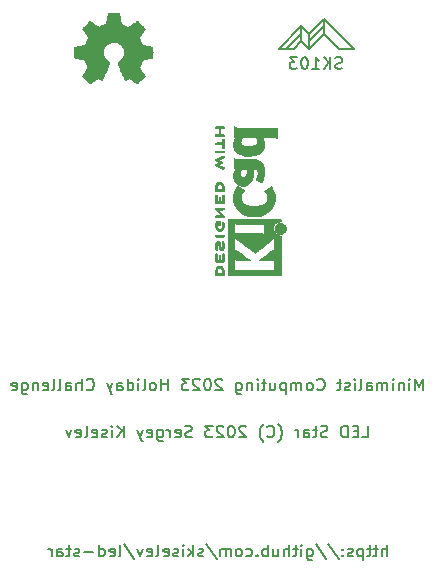
<source format=gbr>
%TF.GenerationSoftware,KiCad,Pcbnew,(6.0.2)*%
%TF.CreationDate,2023-11-30T13:56:03-08:00*%
%TF.ProjectId,star,73746172-2e6b-4696-9361-645f70636258,rev?*%
%TF.SameCoordinates,Original*%
%TF.FileFunction,Legend,Bot*%
%TF.FilePolarity,Positive*%
%FSLAX46Y46*%
G04 Gerber Fmt 4.6, Leading zero omitted, Abs format (unit mm)*
G04 Created by KiCad (PCBNEW (6.0.2)) date 2023-11-30 13:56:03*
%MOMM*%
%LPD*%
G01*
G04 APERTURE LIST*
%ADD10C,0.150000*%
%ADD11C,0.010000*%
G04 APERTURE END LIST*
D10*
X165835417Y-83720039D02*
X166311608Y-83720039D01*
X166311608Y-82720039D01*
X165502084Y-83196230D02*
X165168751Y-83196230D01*
X165025893Y-83720039D02*
X165502084Y-83720039D01*
X165502084Y-82720039D01*
X165025893Y-82720039D01*
X164597322Y-83720039D02*
X164597322Y-82720039D01*
X164359227Y-82720039D01*
X164216370Y-82767659D01*
X164121132Y-82862897D01*
X164073513Y-82958135D01*
X164025893Y-83148611D01*
X164025893Y-83291468D01*
X164073513Y-83481944D01*
X164121132Y-83577182D01*
X164216370Y-83672420D01*
X164359227Y-83720039D01*
X164597322Y-83720039D01*
X162883036Y-83672420D02*
X162740179Y-83720039D01*
X162502084Y-83720039D01*
X162406846Y-83672420D01*
X162359227Y-83624801D01*
X162311608Y-83529563D01*
X162311608Y-83434325D01*
X162359227Y-83339087D01*
X162406846Y-83291468D01*
X162502084Y-83243849D01*
X162692560Y-83196230D01*
X162787798Y-83148611D01*
X162835417Y-83100992D01*
X162883036Y-83005754D01*
X162883036Y-82910516D01*
X162835417Y-82815278D01*
X162787798Y-82767659D01*
X162692560Y-82720039D01*
X162454465Y-82720039D01*
X162311608Y-82767659D01*
X162025893Y-83053373D02*
X161644941Y-83053373D01*
X161883036Y-82720039D02*
X161883036Y-83577182D01*
X161835417Y-83672420D01*
X161740179Y-83720039D01*
X161644941Y-83720039D01*
X160883036Y-83720039D02*
X160883036Y-83196230D01*
X160930655Y-83100992D01*
X161025893Y-83053373D01*
X161216370Y-83053373D01*
X161311608Y-83100992D01*
X160883036Y-83672420D02*
X160978274Y-83720039D01*
X161216370Y-83720039D01*
X161311608Y-83672420D01*
X161359227Y-83577182D01*
X161359227Y-83481944D01*
X161311608Y-83386706D01*
X161216370Y-83339087D01*
X160978274Y-83339087D01*
X160883036Y-83291468D01*
X160406846Y-83720039D02*
X160406846Y-83053373D01*
X160406846Y-83243849D02*
X160359227Y-83148611D01*
X160311608Y-83100992D01*
X160216370Y-83053373D01*
X160121132Y-83053373D01*
X158740179Y-84100992D02*
X158787798Y-84053373D01*
X158883036Y-83910516D01*
X158930655Y-83815278D01*
X158978274Y-83672420D01*
X159025893Y-83434325D01*
X159025893Y-83243849D01*
X158978274Y-83005754D01*
X158930655Y-82862897D01*
X158883036Y-82767659D01*
X158787798Y-82624801D01*
X158740179Y-82577182D01*
X157787798Y-83624801D02*
X157835417Y-83672420D01*
X157978274Y-83720039D01*
X158073513Y-83720039D01*
X158216370Y-83672420D01*
X158311608Y-83577182D01*
X158359227Y-83481944D01*
X158406846Y-83291468D01*
X158406846Y-83148611D01*
X158359227Y-82958135D01*
X158311608Y-82862897D01*
X158216370Y-82767659D01*
X158073513Y-82720039D01*
X157978274Y-82720039D01*
X157835417Y-82767659D01*
X157787798Y-82815278D01*
X157454465Y-84100992D02*
X157406846Y-84053373D01*
X157311608Y-83910516D01*
X157263989Y-83815278D01*
X157216370Y-83672420D01*
X157168751Y-83434325D01*
X157168751Y-83243849D01*
X157216370Y-83005754D01*
X157263989Y-82862897D01*
X157311608Y-82767659D01*
X157406846Y-82624801D01*
X157454465Y-82577182D01*
X155978274Y-82815278D02*
X155930655Y-82767659D01*
X155835417Y-82720039D01*
X155597322Y-82720039D01*
X155502084Y-82767659D01*
X155454465Y-82815278D01*
X155406846Y-82910516D01*
X155406846Y-83005754D01*
X155454465Y-83148611D01*
X156025893Y-83720039D01*
X155406846Y-83720039D01*
X154787798Y-82720039D02*
X154692560Y-82720039D01*
X154597322Y-82767659D01*
X154549703Y-82815278D01*
X154502084Y-82910516D01*
X154454465Y-83100992D01*
X154454465Y-83339087D01*
X154502084Y-83529563D01*
X154549703Y-83624801D01*
X154597322Y-83672420D01*
X154692560Y-83720039D01*
X154787798Y-83720039D01*
X154883036Y-83672420D01*
X154930655Y-83624801D01*
X154978274Y-83529563D01*
X155025893Y-83339087D01*
X155025893Y-83100992D01*
X154978274Y-82910516D01*
X154930655Y-82815278D01*
X154883036Y-82767659D01*
X154787798Y-82720039D01*
X154073513Y-82815278D02*
X154025893Y-82767659D01*
X153930655Y-82720039D01*
X153692560Y-82720039D01*
X153597322Y-82767659D01*
X153549703Y-82815278D01*
X153502084Y-82910516D01*
X153502084Y-83005754D01*
X153549703Y-83148611D01*
X154121132Y-83720039D01*
X153502084Y-83720039D01*
X153168751Y-82720039D02*
X152549703Y-82720039D01*
X152883036Y-83100992D01*
X152740179Y-83100992D01*
X152644941Y-83148611D01*
X152597322Y-83196230D01*
X152549703Y-83291468D01*
X152549703Y-83529563D01*
X152597322Y-83624801D01*
X152644941Y-83672420D01*
X152740179Y-83720039D01*
X153025893Y-83720039D01*
X153121132Y-83672420D01*
X153168751Y-83624801D01*
X151406846Y-83672420D02*
X151263989Y-83720039D01*
X151025893Y-83720039D01*
X150930655Y-83672420D01*
X150883036Y-83624801D01*
X150835417Y-83529563D01*
X150835417Y-83434325D01*
X150883036Y-83339087D01*
X150930655Y-83291468D01*
X151025893Y-83243849D01*
X151216370Y-83196230D01*
X151311608Y-83148611D01*
X151359227Y-83100992D01*
X151406846Y-83005754D01*
X151406846Y-82910516D01*
X151359227Y-82815278D01*
X151311608Y-82767659D01*
X151216370Y-82720039D01*
X150978274Y-82720039D01*
X150835417Y-82767659D01*
X150025893Y-83672420D02*
X150121132Y-83720039D01*
X150311608Y-83720039D01*
X150406846Y-83672420D01*
X150454465Y-83577182D01*
X150454465Y-83196230D01*
X150406846Y-83100992D01*
X150311608Y-83053373D01*
X150121132Y-83053373D01*
X150025893Y-83100992D01*
X149978274Y-83196230D01*
X149978274Y-83291468D01*
X150454465Y-83386706D01*
X149549703Y-83720039D02*
X149549703Y-83053373D01*
X149549703Y-83243849D02*
X149502084Y-83148611D01*
X149454465Y-83100992D01*
X149359227Y-83053373D01*
X149263989Y-83053373D01*
X148502084Y-83053373D02*
X148502084Y-83862897D01*
X148549703Y-83958135D01*
X148597322Y-84005754D01*
X148692560Y-84053373D01*
X148835417Y-84053373D01*
X148930655Y-84005754D01*
X148502084Y-83672420D02*
X148597322Y-83720039D01*
X148787798Y-83720039D01*
X148883036Y-83672420D01*
X148930655Y-83624801D01*
X148978274Y-83529563D01*
X148978274Y-83243849D01*
X148930655Y-83148611D01*
X148883036Y-83100992D01*
X148787798Y-83053373D01*
X148597322Y-83053373D01*
X148502084Y-83100992D01*
X147644941Y-83672420D02*
X147740179Y-83720039D01*
X147930655Y-83720039D01*
X148025893Y-83672420D01*
X148073513Y-83577182D01*
X148073513Y-83196230D01*
X148025893Y-83100992D01*
X147930655Y-83053373D01*
X147740179Y-83053373D01*
X147644941Y-83100992D01*
X147597322Y-83196230D01*
X147597322Y-83291468D01*
X148073513Y-83386706D01*
X147263989Y-83053373D02*
X147025893Y-83720039D01*
X146787798Y-83053373D02*
X147025893Y-83720039D01*
X147121132Y-83958135D01*
X147168751Y-84005754D01*
X147263989Y-84053373D01*
X145644941Y-83720039D02*
X145644941Y-82720039D01*
X145073513Y-83720039D02*
X145502084Y-83148611D01*
X145073513Y-82720039D02*
X145644941Y-83291468D01*
X144644941Y-83720039D02*
X144644941Y-83053373D01*
X144644941Y-82720039D02*
X144692560Y-82767659D01*
X144644941Y-82815278D01*
X144597322Y-82767659D01*
X144644941Y-82720039D01*
X144644941Y-82815278D01*
X144216370Y-83672420D02*
X144121132Y-83720039D01*
X143930655Y-83720039D01*
X143835417Y-83672420D01*
X143787798Y-83577182D01*
X143787798Y-83529563D01*
X143835417Y-83434325D01*
X143930655Y-83386706D01*
X144073513Y-83386706D01*
X144168751Y-83339087D01*
X144216370Y-83243849D01*
X144216370Y-83196230D01*
X144168751Y-83100992D01*
X144073513Y-83053373D01*
X143930655Y-83053373D01*
X143835417Y-83100992D01*
X142978274Y-83672420D02*
X143073513Y-83720039D01*
X143263989Y-83720039D01*
X143359227Y-83672420D01*
X143406846Y-83577182D01*
X143406846Y-83196230D01*
X143359227Y-83100992D01*
X143263989Y-83053373D01*
X143073513Y-83053373D01*
X142978274Y-83100992D01*
X142930655Y-83196230D01*
X142930655Y-83291468D01*
X143406846Y-83386706D01*
X142359227Y-83720039D02*
X142454465Y-83672420D01*
X142502084Y-83577182D01*
X142502084Y-82720039D01*
X141597322Y-83672420D02*
X141692560Y-83720039D01*
X141883036Y-83720039D01*
X141978274Y-83672420D01*
X142025893Y-83577182D01*
X142025893Y-83196230D01*
X141978274Y-83100992D01*
X141883036Y-83053373D01*
X141692560Y-83053373D01*
X141597322Y-83100992D01*
X141549703Y-83196230D01*
X141549703Y-83291468D01*
X142025893Y-83386706D01*
X141216370Y-83053373D02*
X140978274Y-83720039D01*
X140740179Y-83053373D01*
X170978274Y-79744721D02*
X170978274Y-78744721D01*
X170644941Y-79459007D01*
X170311608Y-78744721D01*
X170311608Y-79744721D01*
X169835417Y-79744721D02*
X169835417Y-79078055D01*
X169835417Y-78744721D02*
X169883036Y-78792341D01*
X169835417Y-78839960D01*
X169787798Y-78792341D01*
X169835417Y-78744721D01*
X169835417Y-78839960D01*
X169359227Y-79078055D02*
X169359227Y-79744721D01*
X169359227Y-79173293D02*
X169311608Y-79125674D01*
X169216370Y-79078055D01*
X169073513Y-79078055D01*
X168978274Y-79125674D01*
X168930655Y-79220912D01*
X168930655Y-79744721D01*
X168454465Y-79744721D02*
X168454465Y-79078055D01*
X168454465Y-78744721D02*
X168502084Y-78792341D01*
X168454465Y-78839960D01*
X168406846Y-78792341D01*
X168454465Y-78744721D01*
X168454465Y-78839960D01*
X167978274Y-79744721D02*
X167978274Y-79078055D01*
X167978274Y-79173293D02*
X167930655Y-79125674D01*
X167835417Y-79078055D01*
X167692560Y-79078055D01*
X167597322Y-79125674D01*
X167549703Y-79220912D01*
X167549703Y-79744721D01*
X167549703Y-79220912D02*
X167502084Y-79125674D01*
X167406846Y-79078055D01*
X167263989Y-79078055D01*
X167168751Y-79125674D01*
X167121132Y-79220912D01*
X167121132Y-79744721D01*
X166216370Y-79744721D02*
X166216370Y-79220912D01*
X166263989Y-79125674D01*
X166359227Y-79078055D01*
X166549703Y-79078055D01*
X166644941Y-79125674D01*
X166216370Y-79697102D02*
X166311608Y-79744721D01*
X166549703Y-79744721D01*
X166644941Y-79697102D01*
X166692560Y-79601864D01*
X166692560Y-79506626D01*
X166644941Y-79411388D01*
X166549703Y-79363769D01*
X166311608Y-79363769D01*
X166216370Y-79316150D01*
X165597322Y-79744721D02*
X165692560Y-79697102D01*
X165740179Y-79601864D01*
X165740179Y-78744721D01*
X165216370Y-79744721D02*
X165216370Y-79078055D01*
X165216370Y-78744721D02*
X165263989Y-78792341D01*
X165216370Y-78839960D01*
X165168751Y-78792341D01*
X165216370Y-78744721D01*
X165216370Y-78839960D01*
X164787798Y-79697102D02*
X164692560Y-79744721D01*
X164502084Y-79744721D01*
X164406846Y-79697102D01*
X164359227Y-79601864D01*
X164359227Y-79554245D01*
X164406846Y-79459007D01*
X164502084Y-79411388D01*
X164644941Y-79411388D01*
X164740179Y-79363769D01*
X164787798Y-79268531D01*
X164787798Y-79220912D01*
X164740179Y-79125674D01*
X164644941Y-79078055D01*
X164502084Y-79078055D01*
X164406846Y-79125674D01*
X164073513Y-79078055D02*
X163692560Y-79078055D01*
X163930655Y-78744721D02*
X163930655Y-79601864D01*
X163883036Y-79697102D01*
X163787798Y-79744721D01*
X163692560Y-79744721D01*
X162025893Y-79649483D02*
X162073513Y-79697102D01*
X162216370Y-79744721D01*
X162311608Y-79744721D01*
X162454465Y-79697102D01*
X162549703Y-79601864D01*
X162597322Y-79506626D01*
X162644941Y-79316150D01*
X162644941Y-79173293D01*
X162597322Y-78982817D01*
X162549703Y-78887579D01*
X162454465Y-78792341D01*
X162311608Y-78744721D01*
X162216370Y-78744721D01*
X162073513Y-78792341D01*
X162025893Y-78839960D01*
X161454465Y-79744721D02*
X161549703Y-79697102D01*
X161597322Y-79649483D01*
X161644941Y-79554245D01*
X161644941Y-79268531D01*
X161597322Y-79173293D01*
X161549703Y-79125674D01*
X161454465Y-79078055D01*
X161311608Y-79078055D01*
X161216370Y-79125674D01*
X161168751Y-79173293D01*
X161121132Y-79268531D01*
X161121132Y-79554245D01*
X161168751Y-79649483D01*
X161216370Y-79697102D01*
X161311608Y-79744721D01*
X161454465Y-79744721D01*
X160692560Y-79744721D02*
X160692560Y-79078055D01*
X160692560Y-79173293D02*
X160644941Y-79125674D01*
X160549703Y-79078055D01*
X160406846Y-79078055D01*
X160311608Y-79125674D01*
X160263989Y-79220912D01*
X160263989Y-79744721D01*
X160263989Y-79220912D02*
X160216370Y-79125674D01*
X160121132Y-79078055D01*
X159978274Y-79078055D01*
X159883036Y-79125674D01*
X159835417Y-79220912D01*
X159835417Y-79744721D01*
X159359227Y-79078055D02*
X159359227Y-80078055D01*
X159359227Y-79125674D02*
X159263989Y-79078055D01*
X159073513Y-79078055D01*
X158978274Y-79125674D01*
X158930655Y-79173293D01*
X158883036Y-79268531D01*
X158883036Y-79554245D01*
X158930655Y-79649483D01*
X158978274Y-79697102D01*
X159073513Y-79744721D01*
X159263989Y-79744721D01*
X159359227Y-79697102D01*
X158025893Y-79078055D02*
X158025893Y-79744721D01*
X158454465Y-79078055D02*
X158454465Y-79601864D01*
X158406846Y-79697102D01*
X158311608Y-79744721D01*
X158168751Y-79744721D01*
X158073513Y-79697102D01*
X158025893Y-79649483D01*
X157692560Y-79078055D02*
X157311608Y-79078055D01*
X157549703Y-78744721D02*
X157549703Y-79601864D01*
X157502084Y-79697102D01*
X157406846Y-79744721D01*
X157311608Y-79744721D01*
X156978274Y-79744721D02*
X156978274Y-79078055D01*
X156978274Y-78744721D02*
X157025893Y-78792341D01*
X156978274Y-78839960D01*
X156930655Y-78792341D01*
X156978274Y-78744721D01*
X156978274Y-78839960D01*
X156502084Y-79078055D02*
X156502084Y-79744721D01*
X156502084Y-79173293D02*
X156454465Y-79125674D01*
X156359227Y-79078055D01*
X156216370Y-79078055D01*
X156121132Y-79125674D01*
X156073513Y-79220912D01*
X156073513Y-79744721D01*
X155168751Y-79078055D02*
X155168751Y-79887579D01*
X155216370Y-79982817D01*
X155263989Y-80030436D01*
X155359227Y-80078055D01*
X155502084Y-80078055D01*
X155597322Y-80030436D01*
X155168751Y-79697102D02*
X155263989Y-79744721D01*
X155454465Y-79744721D01*
X155549703Y-79697102D01*
X155597322Y-79649483D01*
X155644941Y-79554245D01*
X155644941Y-79268531D01*
X155597322Y-79173293D01*
X155549703Y-79125674D01*
X155454465Y-79078055D01*
X155263989Y-79078055D01*
X155168751Y-79125674D01*
X153978274Y-78839960D02*
X153930655Y-78792341D01*
X153835417Y-78744721D01*
X153597322Y-78744721D01*
X153502084Y-78792341D01*
X153454465Y-78839960D01*
X153406846Y-78935198D01*
X153406846Y-79030436D01*
X153454465Y-79173293D01*
X154025893Y-79744721D01*
X153406846Y-79744721D01*
X152787798Y-78744721D02*
X152692560Y-78744721D01*
X152597322Y-78792341D01*
X152549703Y-78839960D01*
X152502084Y-78935198D01*
X152454465Y-79125674D01*
X152454465Y-79363769D01*
X152502084Y-79554245D01*
X152549703Y-79649483D01*
X152597322Y-79697102D01*
X152692560Y-79744721D01*
X152787798Y-79744721D01*
X152883036Y-79697102D01*
X152930655Y-79649483D01*
X152978274Y-79554245D01*
X153025893Y-79363769D01*
X153025893Y-79125674D01*
X152978274Y-78935198D01*
X152930655Y-78839960D01*
X152883036Y-78792341D01*
X152787798Y-78744721D01*
X152073513Y-78839960D02*
X152025893Y-78792341D01*
X151930655Y-78744721D01*
X151692560Y-78744721D01*
X151597322Y-78792341D01*
X151549703Y-78839960D01*
X151502084Y-78935198D01*
X151502084Y-79030436D01*
X151549703Y-79173293D01*
X152121132Y-79744721D01*
X151502084Y-79744721D01*
X151168751Y-78744721D02*
X150549703Y-78744721D01*
X150883036Y-79125674D01*
X150740179Y-79125674D01*
X150644941Y-79173293D01*
X150597322Y-79220912D01*
X150549703Y-79316150D01*
X150549703Y-79554245D01*
X150597322Y-79649483D01*
X150644941Y-79697102D01*
X150740179Y-79744721D01*
X151025893Y-79744721D01*
X151121132Y-79697102D01*
X151168751Y-79649483D01*
X149359227Y-79744721D02*
X149359227Y-78744721D01*
X149359227Y-79220912D02*
X148787798Y-79220912D01*
X148787798Y-79744721D02*
X148787798Y-78744721D01*
X148168751Y-79744721D02*
X148263989Y-79697102D01*
X148311608Y-79649483D01*
X148359227Y-79554245D01*
X148359227Y-79268531D01*
X148311608Y-79173293D01*
X148263989Y-79125674D01*
X148168751Y-79078055D01*
X148025893Y-79078055D01*
X147930655Y-79125674D01*
X147883036Y-79173293D01*
X147835417Y-79268531D01*
X147835417Y-79554245D01*
X147883036Y-79649483D01*
X147930655Y-79697102D01*
X148025893Y-79744721D01*
X148168751Y-79744721D01*
X147263989Y-79744721D02*
X147359227Y-79697102D01*
X147406846Y-79601864D01*
X147406846Y-78744721D01*
X146883036Y-79744721D02*
X146883036Y-79078055D01*
X146883036Y-78744721D02*
X146930655Y-78792341D01*
X146883036Y-78839960D01*
X146835417Y-78792341D01*
X146883036Y-78744721D01*
X146883036Y-78839960D01*
X145978274Y-79744721D02*
X145978274Y-78744721D01*
X145978274Y-79697102D02*
X146073513Y-79744721D01*
X146263989Y-79744721D01*
X146359227Y-79697102D01*
X146406846Y-79649483D01*
X146454465Y-79554245D01*
X146454465Y-79268531D01*
X146406846Y-79173293D01*
X146359227Y-79125674D01*
X146263989Y-79078055D01*
X146073513Y-79078055D01*
X145978274Y-79125674D01*
X145073513Y-79744721D02*
X145073513Y-79220912D01*
X145121132Y-79125674D01*
X145216370Y-79078055D01*
X145406846Y-79078055D01*
X145502084Y-79125674D01*
X145073513Y-79697102D02*
X145168751Y-79744721D01*
X145406846Y-79744721D01*
X145502084Y-79697102D01*
X145549703Y-79601864D01*
X145549703Y-79506626D01*
X145502084Y-79411388D01*
X145406846Y-79363769D01*
X145168751Y-79363769D01*
X145073513Y-79316150D01*
X144692560Y-79078055D02*
X144454465Y-79744721D01*
X144216370Y-79078055D02*
X144454465Y-79744721D01*
X144549703Y-79982817D01*
X144597322Y-80030436D01*
X144692560Y-80078055D01*
X142502084Y-79649483D02*
X142549703Y-79697102D01*
X142692560Y-79744721D01*
X142787798Y-79744721D01*
X142930655Y-79697102D01*
X143025893Y-79601864D01*
X143073513Y-79506626D01*
X143121132Y-79316150D01*
X143121132Y-79173293D01*
X143073513Y-78982817D01*
X143025893Y-78887579D01*
X142930655Y-78792341D01*
X142787798Y-78744721D01*
X142692560Y-78744721D01*
X142549703Y-78792341D01*
X142502084Y-78839960D01*
X142073513Y-79744721D02*
X142073513Y-78744721D01*
X141644941Y-79744721D02*
X141644941Y-79220912D01*
X141692560Y-79125674D01*
X141787798Y-79078055D01*
X141930655Y-79078055D01*
X142025893Y-79125674D01*
X142073513Y-79173293D01*
X140740179Y-79744721D02*
X140740179Y-79220912D01*
X140787798Y-79125674D01*
X140883036Y-79078055D01*
X141073513Y-79078055D01*
X141168751Y-79125674D01*
X140740179Y-79697102D02*
X140835417Y-79744721D01*
X141073513Y-79744721D01*
X141168751Y-79697102D01*
X141216370Y-79601864D01*
X141216370Y-79506626D01*
X141168751Y-79411388D01*
X141073513Y-79363769D01*
X140835417Y-79363769D01*
X140740179Y-79316150D01*
X140121132Y-79744721D02*
X140216370Y-79697102D01*
X140263989Y-79601864D01*
X140263989Y-78744721D01*
X139597322Y-79744721D02*
X139692560Y-79697102D01*
X139740179Y-79601864D01*
X139740179Y-78744721D01*
X138835417Y-79697102D02*
X138930655Y-79744721D01*
X139121132Y-79744721D01*
X139216370Y-79697102D01*
X139263989Y-79601864D01*
X139263989Y-79220912D01*
X139216370Y-79125674D01*
X139121132Y-79078055D01*
X138930655Y-79078055D01*
X138835417Y-79125674D01*
X138787798Y-79220912D01*
X138787798Y-79316150D01*
X139263989Y-79411388D01*
X138359227Y-79078055D02*
X138359227Y-79744721D01*
X138359227Y-79173293D02*
X138311608Y-79125674D01*
X138216370Y-79078055D01*
X138073513Y-79078055D01*
X137978274Y-79125674D01*
X137930655Y-79220912D01*
X137930655Y-79744721D01*
X137025893Y-79078055D02*
X137025893Y-79887579D01*
X137073513Y-79982817D01*
X137121132Y-80030436D01*
X137216370Y-80078055D01*
X137359227Y-80078055D01*
X137454465Y-80030436D01*
X137025893Y-79697102D02*
X137121132Y-79744721D01*
X137311608Y-79744721D01*
X137406846Y-79697102D01*
X137454465Y-79649483D01*
X137502084Y-79554245D01*
X137502084Y-79268531D01*
X137454465Y-79173293D01*
X137406846Y-79125674D01*
X137311608Y-79078055D01*
X137121132Y-79078055D01*
X137025893Y-79125674D01*
X136168751Y-79697102D02*
X136263989Y-79744721D01*
X136454465Y-79744721D01*
X136549703Y-79697102D01*
X136597322Y-79601864D01*
X136597322Y-79220912D01*
X136549703Y-79125674D01*
X136454465Y-79078055D01*
X136263989Y-79078055D01*
X136168751Y-79125674D01*
X136121132Y-79220912D01*
X136121132Y-79316150D01*
X136597322Y-79411388D01*
X167931904Y-93797380D02*
X167931904Y-92797380D01*
X167503333Y-93797380D02*
X167503333Y-93273571D01*
X167550952Y-93178333D01*
X167646190Y-93130714D01*
X167789047Y-93130714D01*
X167884285Y-93178333D01*
X167931904Y-93225952D01*
X167170000Y-93130714D02*
X166789047Y-93130714D01*
X167027142Y-92797380D02*
X167027142Y-93654523D01*
X166979523Y-93749761D01*
X166884285Y-93797380D01*
X166789047Y-93797380D01*
X166598571Y-93130714D02*
X166217619Y-93130714D01*
X166455714Y-92797380D02*
X166455714Y-93654523D01*
X166408095Y-93749761D01*
X166312857Y-93797380D01*
X166217619Y-93797380D01*
X165884285Y-93130714D02*
X165884285Y-94130714D01*
X165884285Y-93178333D02*
X165789047Y-93130714D01*
X165598571Y-93130714D01*
X165503333Y-93178333D01*
X165455714Y-93225952D01*
X165408095Y-93321190D01*
X165408095Y-93606904D01*
X165455714Y-93702142D01*
X165503333Y-93749761D01*
X165598571Y-93797380D01*
X165789047Y-93797380D01*
X165884285Y-93749761D01*
X165027142Y-93749761D02*
X164931904Y-93797380D01*
X164741428Y-93797380D01*
X164646190Y-93749761D01*
X164598571Y-93654523D01*
X164598571Y-93606904D01*
X164646190Y-93511666D01*
X164741428Y-93464047D01*
X164884285Y-93464047D01*
X164979523Y-93416428D01*
X165027142Y-93321190D01*
X165027142Y-93273571D01*
X164979523Y-93178333D01*
X164884285Y-93130714D01*
X164741428Y-93130714D01*
X164646190Y-93178333D01*
X164170000Y-93702142D02*
X164122380Y-93749761D01*
X164170000Y-93797380D01*
X164217619Y-93749761D01*
X164170000Y-93702142D01*
X164170000Y-93797380D01*
X164170000Y-93178333D02*
X164122380Y-93225952D01*
X164170000Y-93273571D01*
X164217619Y-93225952D01*
X164170000Y-93178333D01*
X164170000Y-93273571D01*
X162979523Y-92749761D02*
X163836666Y-94035476D01*
X161931904Y-92749761D02*
X162789047Y-94035476D01*
X161170000Y-93130714D02*
X161170000Y-93940238D01*
X161217619Y-94035476D01*
X161265238Y-94083095D01*
X161360476Y-94130714D01*
X161503333Y-94130714D01*
X161598571Y-94083095D01*
X161170000Y-93749761D02*
X161265238Y-93797380D01*
X161455714Y-93797380D01*
X161550952Y-93749761D01*
X161598571Y-93702142D01*
X161646190Y-93606904D01*
X161646190Y-93321190D01*
X161598571Y-93225952D01*
X161550952Y-93178333D01*
X161455714Y-93130714D01*
X161265238Y-93130714D01*
X161170000Y-93178333D01*
X160693809Y-93797380D02*
X160693809Y-93130714D01*
X160693809Y-92797380D02*
X160741428Y-92845000D01*
X160693809Y-92892619D01*
X160646190Y-92845000D01*
X160693809Y-92797380D01*
X160693809Y-92892619D01*
X160360476Y-93130714D02*
X159979523Y-93130714D01*
X160217619Y-92797380D02*
X160217619Y-93654523D01*
X160170000Y-93749761D01*
X160074761Y-93797380D01*
X159979523Y-93797380D01*
X159646190Y-93797380D02*
X159646190Y-92797380D01*
X159217619Y-93797380D02*
X159217619Y-93273571D01*
X159265238Y-93178333D01*
X159360476Y-93130714D01*
X159503333Y-93130714D01*
X159598571Y-93178333D01*
X159646190Y-93225952D01*
X158312857Y-93130714D02*
X158312857Y-93797380D01*
X158741428Y-93130714D02*
X158741428Y-93654523D01*
X158693809Y-93749761D01*
X158598571Y-93797380D01*
X158455714Y-93797380D01*
X158360476Y-93749761D01*
X158312857Y-93702142D01*
X157836666Y-93797380D02*
X157836666Y-92797380D01*
X157836666Y-93178333D02*
X157741428Y-93130714D01*
X157550952Y-93130714D01*
X157455714Y-93178333D01*
X157408095Y-93225952D01*
X157360476Y-93321190D01*
X157360476Y-93606904D01*
X157408095Y-93702142D01*
X157455714Y-93749761D01*
X157550952Y-93797380D01*
X157741428Y-93797380D01*
X157836666Y-93749761D01*
X156931904Y-93702142D02*
X156884285Y-93749761D01*
X156931904Y-93797380D01*
X156979523Y-93749761D01*
X156931904Y-93702142D01*
X156931904Y-93797380D01*
X156027142Y-93749761D02*
X156122380Y-93797380D01*
X156312857Y-93797380D01*
X156408095Y-93749761D01*
X156455714Y-93702142D01*
X156503333Y-93606904D01*
X156503333Y-93321190D01*
X156455714Y-93225952D01*
X156408095Y-93178333D01*
X156312857Y-93130714D01*
X156122380Y-93130714D01*
X156027142Y-93178333D01*
X155455714Y-93797380D02*
X155550952Y-93749761D01*
X155598571Y-93702142D01*
X155646190Y-93606904D01*
X155646190Y-93321190D01*
X155598571Y-93225952D01*
X155550952Y-93178333D01*
X155455714Y-93130714D01*
X155312857Y-93130714D01*
X155217619Y-93178333D01*
X155170000Y-93225952D01*
X155122380Y-93321190D01*
X155122380Y-93606904D01*
X155170000Y-93702142D01*
X155217619Y-93749761D01*
X155312857Y-93797380D01*
X155455714Y-93797380D01*
X154693809Y-93797380D02*
X154693809Y-93130714D01*
X154693809Y-93225952D02*
X154646190Y-93178333D01*
X154550952Y-93130714D01*
X154408095Y-93130714D01*
X154312857Y-93178333D01*
X154265238Y-93273571D01*
X154265238Y-93797380D01*
X154265238Y-93273571D02*
X154217619Y-93178333D01*
X154122380Y-93130714D01*
X153979523Y-93130714D01*
X153884285Y-93178333D01*
X153836666Y-93273571D01*
X153836666Y-93797380D01*
X152646190Y-92749761D02*
X153503333Y-94035476D01*
X152360476Y-93749761D02*
X152265238Y-93797380D01*
X152074761Y-93797380D01*
X151979523Y-93749761D01*
X151931904Y-93654523D01*
X151931904Y-93606904D01*
X151979523Y-93511666D01*
X152074761Y-93464047D01*
X152217619Y-93464047D01*
X152312857Y-93416428D01*
X152360476Y-93321190D01*
X152360476Y-93273571D01*
X152312857Y-93178333D01*
X152217619Y-93130714D01*
X152074761Y-93130714D01*
X151979523Y-93178333D01*
X151503333Y-93797380D02*
X151503333Y-92797380D01*
X151408095Y-93416428D02*
X151122380Y-93797380D01*
X151122380Y-93130714D02*
X151503333Y-93511666D01*
X150693809Y-93797380D02*
X150693809Y-93130714D01*
X150693809Y-92797380D02*
X150741428Y-92845000D01*
X150693809Y-92892619D01*
X150646190Y-92845000D01*
X150693809Y-92797380D01*
X150693809Y-92892619D01*
X150265238Y-93749761D02*
X150170000Y-93797380D01*
X149979523Y-93797380D01*
X149884285Y-93749761D01*
X149836666Y-93654523D01*
X149836666Y-93606904D01*
X149884285Y-93511666D01*
X149979523Y-93464047D01*
X150122380Y-93464047D01*
X150217619Y-93416428D01*
X150265238Y-93321190D01*
X150265238Y-93273571D01*
X150217619Y-93178333D01*
X150122380Y-93130714D01*
X149979523Y-93130714D01*
X149884285Y-93178333D01*
X149027142Y-93749761D02*
X149122380Y-93797380D01*
X149312857Y-93797380D01*
X149408095Y-93749761D01*
X149455714Y-93654523D01*
X149455714Y-93273571D01*
X149408095Y-93178333D01*
X149312857Y-93130714D01*
X149122380Y-93130714D01*
X149027142Y-93178333D01*
X148979523Y-93273571D01*
X148979523Y-93368809D01*
X149455714Y-93464047D01*
X148408095Y-93797380D02*
X148503333Y-93749761D01*
X148550952Y-93654523D01*
X148550952Y-92797380D01*
X147646190Y-93749761D02*
X147741428Y-93797380D01*
X147931904Y-93797380D01*
X148027142Y-93749761D01*
X148074761Y-93654523D01*
X148074761Y-93273571D01*
X148027142Y-93178333D01*
X147931904Y-93130714D01*
X147741428Y-93130714D01*
X147646190Y-93178333D01*
X147598571Y-93273571D01*
X147598571Y-93368809D01*
X148074761Y-93464047D01*
X147265238Y-93130714D02*
X147027142Y-93797380D01*
X146789047Y-93130714D01*
X145693809Y-92749761D02*
X146550952Y-94035476D01*
X145217619Y-93797380D02*
X145312857Y-93749761D01*
X145360476Y-93654523D01*
X145360476Y-92797380D01*
X144455714Y-93749761D02*
X144550952Y-93797380D01*
X144741428Y-93797380D01*
X144836666Y-93749761D01*
X144884285Y-93654523D01*
X144884285Y-93273571D01*
X144836666Y-93178333D01*
X144741428Y-93130714D01*
X144550952Y-93130714D01*
X144455714Y-93178333D01*
X144408095Y-93273571D01*
X144408095Y-93368809D01*
X144884285Y-93464047D01*
X143550952Y-93797380D02*
X143550952Y-92797380D01*
X143550952Y-93749761D02*
X143646190Y-93797380D01*
X143836666Y-93797380D01*
X143931904Y-93749761D01*
X143979523Y-93702142D01*
X144027142Y-93606904D01*
X144027142Y-93321190D01*
X143979523Y-93225952D01*
X143931904Y-93178333D01*
X143836666Y-93130714D01*
X143646190Y-93130714D01*
X143550952Y-93178333D01*
X143074761Y-93416428D02*
X142312857Y-93416428D01*
X141884285Y-93749761D02*
X141789047Y-93797380D01*
X141598571Y-93797380D01*
X141503333Y-93749761D01*
X141455714Y-93654523D01*
X141455714Y-93606904D01*
X141503333Y-93511666D01*
X141598571Y-93464047D01*
X141741428Y-93464047D01*
X141836666Y-93416428D01*
X141884285Y-93321190D01*
X141884285Y-93273571D01*
X141836666Y-93178333D01*
X141741428Y-93130714D01*
X141598571Y-93130714D01*
X141503333Y-93178333D01*
X141170000Y-93130714D02*
X140789047Y-93130714D01*
X141027142Y-92797380D02*
X141027142Y-93654523D01*
X140979523Y-93749761D01*
X140884285Y-93797380D01*
X140789047Y-93797380D01*
X140027142Y-93797380D02*
X140027142Y-93273571D01*
X140074761Y-93178333D01*
X140170000Y-93130714D01*
X140360476Y-93130714D01*
X140455714Y-93178333D01*
X140027142Y-93749761D02*
X140122380Y-93797380D01*
X140360476Y-93797380D01*
X140455714Y-93749761D01*
X140503333Y-93654523D01*
X140503333Y-93559285D01*
X140455714Y-93464047D01*
X140360476Y-93416428D01*
X140122380Y-93416428D01*
X140027142Y-93368809D01*
X139550952Y-93797380D02*
X139550952Y-93130714D01*
X139550952Y-93321190D02*
X139503333Y-93225952D01*
X139455714Y-93178333D01*
X139360476Y-93130714D01*
X139265238Y-93130714D01*
X164139285Y-52474761D02*
X163996428Y-52522380D01*
X163758333Y-52522380D01*
X163663095Y-52474761D01*
X163615476Y-52427142D01*
X163567857Y-52331904D01*
X163567857Y-52236666D01*
X163615476Y-52141428D01*
X163663095Y-52093809D01*
X163758333Y-52046190D01*
X163948809Y-51998571D01*
X164044047Y-51950952D01*
X164091666Y-51903333D01*
X164139285Y-51808095D01*
X164139285Y-51712857D01*
X164091666Y-51617619D01*
X164044047Y-51570000D01*
X163948809Y-51522380D01*
X163710714Y-51522380D01*
X163567857Y-51570000D01*
X163139285Y-52522380D02*
X163139285Y-51522380D01*
X162567857Y-52522380D02*
X162996428Y-51950952D01*
X162567857Y-51522380D02*
X163139285Y-52093809D01*
X161615476Y-52522380D02*
X162186904Y-52522380D01*
X161901190Y-52522380D02*
X161901190Y-51522380D01*
X161996428Y-51665238D01*
X162091666Y-51760476D01*
X162186904Y-51808095D01*
X160996428Y-51522380D02*
X160901190Y-51522380D01*
X160805952Y-51570000D01*
X160758333Y-51617619D01*
X160710714Y-51712857D01*
X160663095Y-51903333D01*
X160663095Y-52141428D01*
X160710714Y-52331904D01*
X160758333Y-52427142D01*
X160805952Y-52474761D01*
X160901190Y-52522380D01*
X160996428Y-52522380D01*
X161091666Y-52474761D01*
X161139285Y-52427142D01*
X161186904Y-52331904D01*
X161234523Y-52141428D01*
X161234523Y-51903333D01*
X161186904Y-51712857D01*
X161139285Y-51617619D01*
X161091666Y-51570000D01*
X160996428Y-51522380D01*
X160329761Y-51522380D02*
X159710714Y-51522380D01*
X160044047Y-51903333D01*
X159901190Y-51903333D01*
X159805952Y-51950952D01*
X159758333Y-51998571D01*
X159710714Y-52093809D01*
X159710714Y-52331904D01*
X159758333Y-52427142D01*
X159805952Y-52474761D01*
X159901190Y-52522380D01*
X160186904Y-52522380D01*
X160282142Y-52474761D01*
X160329761Y-52427142D01*
X159385000Y-50800000D02*
X160655000Y-49530000D01*
X161290000Y-50165000D02*
X162560000Y-48895000D01*
X160655000Y-50165000D02*
X160655000Y-48895000D01*
X161290000Y-50800000D02*
X161290000Y-49530000D01*
X162560000Y-49530000D02*
X162560000Y-48260000D01*
X165100000Y-50800000D02*
X163830000Y-50800000D01*
X163830000Y-50800000D02*
X162560000Y-49530000D01*
X162560000Y-49530000D02*
X161290000Y-50800000D01*
X161290000Y-50800000D02*
X160655000Y-50165000D01*
X160655000Y-50165000D02*
X160020000Y-50800000D01*
X160020000Y-50800000D02*
X158750000Y-50800000D01*
X158750000Y-50800000D02*
X160655000Y-48895000D01*
X160655000Y-48895000D02*
X161290000Y-49530000D01*
X161290000Y-49530000D02*
X162560000Y-48260000D01*
X162560000Y-48260000D02*
X165100000Y-50800000D01*
D11*
%TO.C,REF\u002A\u002A*%
X156915555Y-57491293D02*
X156681138Y-57491274D01*
X156681138Y-57491274D02*
X156468197Y-57491248D01*
X156468197Y-57491248D02*
X156275632Y-57491175D01*
X156275632Y-57491175D02*
X156102341Y-57491018D01*
X156102341Y-57491018D02*
X155947224Y-57490736D01*
X155947224Y-57490736D02*
X155809180Y-57490291D01*
X155809180Y-57490291D02*
X155687108Y-57489644D01*
X155687108Y-57489644D02*
X155579906Y-57488755D01*
X155579906Y-57488755D02*
X155486474Y-57487587D01*
X155486474Y-57487587D02*
X155405710Y-57486099D01*
X155405710Y-57486099D02*
X155336514Y-57484254D01*
X155336514Y-57484254D02*
X155277785Y-57482011D01*
X155277785Y-57482011D02*
X155228421Y-57479331D01*
X155228421Y-57479331D02*
X155187322Y-57476177D01*
X155187322Y-57476177D02*
X155153387Y-57472508D01*
X155153387Y-57472508D02*
X155125514Y-57468287D01*
X155125514Y-57468287D02*
X155102602Y-57463473D01*
X155102602Y-57463473D02*
X155083551Y-57458027D01*
X155083551Y-57458027D02*
X155067260Y-57451912D01*
X155067260Y-57451912D02*
X155052627Y-57445088D01*
X155052627Y-57445088D02*
X155038551Y-57437515D01*
X155038551Y-57437515D02*
X155023932Y-57429155D01*
X155023932Y-57429155D02*
X155014826Y-57423961D01*
X155014826Y-57423961D02*
X154954111Y-57389696D01*
X154954111Y-57389696D02*
X154954111Y-58247845D01*
X154954111Y-58247845D02*
X155050067Y-58247845D01*
X155050067Y-58247845D02*
X155093430Y-58248576D01*
X155093430Y-58248576D02*
X155126595Y-58250528D01*
X155126595Y-58250528D02*
X155144376Y-58253337D01*
X155144376Y-58253337D02*
X155146022Y-58254579D01*
X155146022Y-58254579D02*
X155139138Y-58266001D01*
X155139138Y-58266001D02*
X155121295Y-58288716D01*
X155121295Y-58288716D02*
X155101921Y-58311415D01*
X155101921Y-58311415D02*
X155061186Y-58366000D01*
X155061186Y-58366000D02*
X155020183Y-58435479D01*
X155020183Y-58435479D02*
X154982677Y-58512530D01*
X154982677Y-58512530D02*
X154952436Y-58589835D01*
X154952436Y-58589835D02*
X154942788Y-58620687D01*
X154942788Y-58620687D02*
X154928222Y-58689184D01*
X154928222Y-58689184D02*
X154918261Y-58772036D01*
X154918261Y-58772036D02*
X154913217Y-58861429D01*
X154913217Y-58861429D02*
X154913404Y-58949552D01*
X154913404Y-58949552D02*
X154919134Y-59028593D01*
X154919134Y-59028593D02*
X154924942Y-59066289D01*
X154924942Y-59066289D02*
X154963003Y-59204386D01*
X154963003Y-59204386D02*
X155020727Y-59331687D01*
X155020727Y-59331687D02*
X155097589Y-59447508D01*
X155097589Y-59447508D02*
X155193061Y-59551163D01*
X155193061Y-59551163D02*
X155306621Y-59641967D01*
X155306621Y-59641967D02*
X155417419Y-59708769D01*
X155417419Y-59708769D02*
X155534175Y-59763636D01*
X155534175Y-59763636D02*
X155653524Y-59805637D01*
X155653524Y-59805637D02*
X155779517Y-59835633D01*
X155779517Y-59835633D02*
X155916206Y-59854489D01*
X155916206Y-59854489D02*
X156067642Y-59863068D01*
X156067642Y-59863068D02*
X156145089Y-59863794D01*
X156145089Y-59863794D02*
X156201866Y-59861700D01*
X156201866Y-59861700D02*
X156201866Y-59032583D01*
X156201866Y-59032583D02*
X156108798Y-59032376D01*
X156108798Y-59032376D02*
X156021108Y-59029463D01*
X156021108Y-59029463D02*
X155944028Y-59023800D01*
X155944028Y-59023800D02*
X155882791Y-59015345D01*
X155882791Y-59015345D02*
X155870450Y-59012762D01*
X155870450Y-59012762D02*
X155763167Y-58980960D01*
X155763167Y-58980960D02*
X155676142Y-58939302D01*
X155676142Y-58939302D02*
X155609158Y-58887437D01*
X155609158Y-58887437D02*
X155561995Y-58825019D01*
X155561995Y-58825019D02*
X155534435Y-58751700D01*
X155534435Y-58751700D02*
X155526259Y-58667131D01*
X155526259Y-58667131D02*
X155537249Y-58570965D01*
X155537249Y-58570965D02*
X155552971Y-58507489D01*
X155552971Y-58507489D02*
X155571161Y-58458346D01*
X155571161Y-58458346D02*
X155597009Y-58404217D01*
X155597009Y-58404217D02*
X155620711Y-58363556D01*
X155620711Y-58363556D02*
X155667079Y-58293000D01*
X155667079Y-58293000D02*
X156817270Y-58293000D01*
X156817270Y-58293000D02*
X156860838Y-58360408D01*
X156860838Y-58360408D02*
X156901760Y-58438933D01*
X156901760Y-58438933D02*
X156928411Y-58523119D01*
X156928411Y-58523119D02*
X156940335Y-58608243D01*
X156940335Y-58608243D02*
X156937078Y-58689584D01*
X156937078Y-58689584D02*
X156918185Y-58762420D01*
X156918185Y-58762420D02*
X156902616Y-58794374D01*
X156902616Y-58794374D02*
X156859619Y-58852299D01*
X156859619Y-58852299D02*
X156802847Y-58901256D01*
X156802847Y-58901256D02*
X156730225Y-58942410D01*
X156730225Y-58942410D02*
X156639679Y-58976926D01*
X156639679Y-58976926D02*
X156529134Y-59005967D01*
X156529134Y-59005967D02*
X156523267Y-59007248D01*
X156523267Y-59007248D02*
X156461012Y-59017419D01*
X156461012Y-59017419D02*
X156383206Y-59025061D01*
X156383206Y-59025061D02*
X156295080Y-59030130D01*
X156295080Y-59030130D02*
X156201866Y-59032583D01*
X156201866Y-59032583D02*
X156201866Y-59861700D01*
X156201866Y-59861700D02*
X156357905Y-59855943D01*
X156357905Y-59855943D02*
X156553741Y-59833998D01*
X156553741Y-59833998D02*
X156732468Y-59798014D01*
X156732468Y-59798014D02*
X156893955Y-59748041D01*
X156893955Y-59748041D02*
X157038074Y-59684132D01*
X157038074Y-59684132D02*
X157164694Y-59606338D01*
X157164694Y-59606338D02*
X157273685Y-59514711D01*
X157273685Y-59514711D02*
X157364917Y-59409303D01*
X157364917Y-59409303D02*
X157395868Y-59364138D01*
X157395868Y-59364138D02*
X157452015Y-59263189D01*
X157452015Y-59263189D02*
X157491626Y-59159899D01*
X157491626Y-59159899D02*
X157515786Y-59049811D01*
X157515786Y-59049811D02*
X157525581Y-58928470D01*
X157525581Y-58928470D02*
X157524535Y-58835964D01*
X157524535Y-58835964D02*
X157513569Y-58706310D01*
X157513569Y-58706310D02*
X157491754Y-58593716D01*
X157491754Y-58593716D02*
X157458086Y-58494925D01*
X157458086Y-58494925D02*
X157411564Y-58406679D01*
X157411564Y-58406679D02*
X157377352Y-58357814D01*
X157377352Y-58357814D02*
X157355438Y-58328447D01*
X157355438Y-58328447D02*
X157340467Y-58306757D01*
X157340467Y-58306757D02*
X157336067Y-58298547D01*
X157336067Y-58298547D02*
X157346896Y-58296932D01*
X157346896Y-58296932D02*
X157377549Y-58295641D01*
X157377549Y-58295641D02*
X157425274Y-58294662D01*
X157425274Y-58294662D02*
X157487321Y-58293983D01*
X157487321Y-58293983D02*
X157560938Y-58293590D01*
X157560938Y-58293590D02*
X157643373Y-58293470D01*
X157643373Y-58293470D02*
X157731875Y-58293612D01*
X157731875Y-58293612D02*
X157823693Y-58294003D01*
X157823693Y-58294003D02*
X157916076Y-58294629D01*
X157916076Y-58294629D02*
X158006272Y-58295480D01*
X158006272Y-58295480D02*
X158091529Y-58296540D01*
X158091529Y-58296540D02*
X158169097Y-58297799D01*
X158169097Y-58297799D02*
X158236224Y-58299244D01*
X158236224Y-58299244D02*
X158290159Y-58300862D01*
X158290159Y-58300862D02*
X158328150Y-58302639D01*
X158328150Y-58302639D02*
X158335133Y-58303131D01*
X158335133Y-58303131D02*
X158405549Y-58310708D01*
X158405549Y-58310708D02*
X158460698Y-58322269D01*
X158460698Y-58322269D02*
X158507819Y-58340008D01*
X158507819Y-58340008D02*
X158554153Y-58366118D01*
X158554153Y-58366118D02*
X158563733Y-58372385D01*
X158563733Y-58372385D02*
X158600422Y-58396817D01*
X158600422Y-58396817D02*
X158600422Y-57491489D01*
X158600422Y-57491489D02*
X156915555Y-57491293D01*
X156915555Y-57491293D02*
X156915555Y-57491293D01*
G36*
X156145089Y-59863794D02*
G01*
X156067642Y-59863068D01*
X155916206Y-59854489D01*
X155779517Y-59835633D01*
X155653524Y-59805637D01*
X155534175Y-59763636D01*
X155417419Y-59708769D01*
X155306621Y-59641967D01*
X155193061Y-59551163D01*
X155097589Y-59447508D01*
X155020727Y-59331687D01*
X154963003Y-59204386D01*
X154924942Y-59066289D01*
X154919134Y-59028593D01*
X154913404Y-58949552D01*
X154913217Y-58861429D01*
X154918261Y-58772036D01*
X154928222Y-58689184D01*
X154932912Y-58667131D01*
X155526259Y-58667131D01*
X155534435Y-58751700D01*
X155561995Y-58825019D01*
X155609158Y-58887437D01*
X155676142Y-58939302D01*
X155763167Y-58980960D01*
X155870450Y-59012762D01*
X155882791Y-59015345D01*
X155944028Y-59023800D01*
X156021108Y-59029463D01*
X156108798Y-59032376D01*
X156201866Y-59032583D01*
X156295080Y-59030130D01*
X156383206Y-59025061D01*
X156461012Y-59017419D01*
X156523267Y-59007248D01*
X156529134Y-59005967D01*
X156639679Y-58976926D01*
X156730225Y-58942410D01*
X156802847Y-58901256D01*
X156859619Y-58852299D01*
X156902616Y-58794374D01*
X156918185Y-58762420D01*
X156937078Y-58689584D01*
X156940335Y-58608243D01*
X156928411Y-58523119D01*
X156901760Y-58438933D01*
X156860838Y-58360408D01*
X156817270Y-58293000D01*
X155667079Y-58293000D01*
X155620711Y-58363556D01*
X155597009Y-58404217D01*
X155571161Y-58458346D01*
X155552971Y-58507489D01*
X155537249Y-58570965D01*
X155526259Y-58667131D01*
X154932912Y-58667131D01*
X154942788Y-58620687D01*
X154952436Y-58589835D01*
X154982677Y-58512530D01*
X155020183Y-58435479D01*
X155061186Y-58366000D01*
X155101921Y-58311415D01*
X155121295Y-58288716D01*
X155139138Y-58266001D01*
X155146022Y-58254579D01*
X155144376Y-58253337D01*
X155126595Y-58250528D01*
X155093430Y-58248576D01*
X155050067Y-58247845D01*
X154954111Y-58247845D01*
X154954111Y-57389696D01*
X155014826Y-57423961D01*
X155023932Y-57429155D01*
X155038551Y-57437515D01*
X155052627Y-57445088D01*
X155067260Y-57451912D01*
X155083551Y-57458027D01*
X155102602Y-57463473D01*
X155125514Y-57468287D01*
X155153387Y-57472508D01*
X155187322Y-57476177D01*
X155228421Y-57479331D01*
X155277785Y-57482011D01*
X155336514Y-57484254D01*
X155405710Y-57486099D01*
X155486474Y-57487587D01*
X155579906Y-57488755D01*
X155687108Y-57489644D01*
X155809180Y-57490291D01*
X155947224Y-57490736D01*
X156102341Y-57491018D01*
X156275632Y-57491175D01*
X156468197Y-57491248D01*
X156681138Y-57491274D01*
X156915555Y-57491293D01*
X158600422Y-57491489D01*
X158600422Y-58396817D01*
X158563733Y-58372385D01*
X158554153Y-58366118D01*
X158507819Y-58340008D01*
X158460698Y-58322269D01*
X158405549Y-58310708D01*
X158335133Y-58303131D01*
X158328150Y-58302639D01*
X158290159Y-58300862D01*
X158236224Y-58299244D01*
X158169097Y-58297799D01*
X158091529Y-58296540D01*
X158006272Y-58295480D01*
X157916076Y-58294629D01*
X157823693Y-58294003D01*
X157731875Y-58293612D01*
X157643373Y-58293470D01*
X157560938Y-58293590D01*
X157487321Y-58293983D01*
X157425274Y-58294662D01*
X157377549Y-58295641D01*
X157346896Y-58296932D01*
X157336067Y-58298547D01*
X157340467Y-58306757D01*
X157355438Y-58328447D01*
X157377352Y-58357814D01*
X157411564Y-58406679D01*
X157458086Y-58494925D01*
X157491754Y-58593716D01*
X157513569Y-58706310D01*
X157524535Y-58835964D01*
X157525581Y-58928470D01*
X157515786Y-59049811D01*
X157491626Y-59159899D01*
X157452015Y-59263189D01*
X157395868Y-59364138D01*
X157364917Y-59409303D01*
X157273685Y-59514711D01*
X157164694Y-59606338D01*
X157038074Y-59684132D01*
X156893955Y-59748041D01*
X156732468Y-59798014D01*
X156553741Y-59833998D01*
X156357905Y-59855943D01*
X156201866Y-59861700D01*
X156145089Y-59863794D01*
G37*
X156145089Y-59863794D02*
X156067642Y-59863068D01*
X155916206Y-59854489D01*
X155779517Y-59835633D01*
X155653524Y-59805637D01*
X155534175Y-59763636D01*
X155417419Y-59708769D01*
X155306621Y-59641967D01*
X155193061Y-59551163D01*
X155097589Y-59447508D01*
X155020727Y-59331687D01*
X154963003Y-59204386D01*
X154924942Y-59066289D01*
X154919134Y-59028593D01*
X154913404Y-58949552D01*
X154913217Y-58861429D01*
X154918261Y-58772036D01*
X154928222Y-58689184D01*
X154932912Y-58667131D01*
X155526259Y-58667131D01*
X155534435Y-58751700D01*
X155561995Y-58825019D01*
X155609158Y-58887437D01*
X155676142Y-58939302D01*
X155763167Y-58980960D01*
X155870450Y-59012762D01*
X155882791Y-59015345D01*
X155944028Y-59023800D01*
X156021108Y-59029463D01*
X156108798Y-59032376D01*
X156201866Y-59032583D01*
X156295080Y-59030130D01*
X156383206Y-59025061D01*
X156461012Y-59017419D01*
X156523267Y-59007248D01*
X156529134Y-59005967D01*
X156639679Y-58976926D01*
X156730225Y-58942410D01*
X156802847Y-58901256D01*
X156859619Y-58852299D01*
X156902616Y-58794374D01*
X156918185Y-58762420D01*
X156937078Y-58689584D01*
X156940335Y-58608243D01*
X156928411Y-58523119D01*
X156901760Y-58438933D01*
X156860838Y-58360408D01*
X156817270Y-58293000D01*
X155667079Y-58293000D01*
X155620711Y-58363556D01*
X155597009Y-58404217D01*
X155571161Y-58458346D01*
X155552971Y-58507489D01*
X155537249Y-58570965D01*
X155526259Y-58667131D01*
X154932912Y-58667131D01*
X154942788Y-58620687D01*
X154952436Y-58589835D01*
X154982677Y-58512530D01*
X155020183Y-58435479D01*
X155061186Y-58366000D01*
X155101921Y-58311415D01*
X155121295Y-58288716D01*
X155139138Y-58266001D01*
X155146022Y-58254579D01*
X155144376Y-58253337D01*
X155126595Y-58250528D01*
X155093430Y-58248576D01*
X155050067Y-58247845D01*
X154954111Y-58247845D01*
X154954111Y-57389696D01*
X155014826Y-57423961D01*
X155023932Y-57429155D01*
X155038551Y-57437515D01*
X155052627Y-57445088D01*
X155067260Y-57451912D01*
X155083551Y-57458027D01*
X155102602Y-57463473D01*
X155125514Y-57468287D01*
X155153387Y-57472508D01*
X155187322Y-57476177D01*
X155228421Y-57479331D01*
X155277785Y-57482011D01*
X155336514Y-57484254D01*
X155405710Y-57486099D01*
X155486474Y-57487587D01*
X155579906Y-57488755D01*
X155687108Y-57489644D01*
X155809180Y-57490291D01*
X155947224Y-57490736D01*
X156102341Y-57491018D01*
X156275632Y-57491175D01*
X156468197Y-57491248D01*
X156681138Y-57491274D01*
X156915555Y-57491293D01*
X158600422Y-57491489D01*
X158600422Y-58396817D01*
X158563733Y-58372385D01*
X158554153Y-58366118D01*
X158507819Y-58340008D01*
X158460698Y-58322269D01*
X158405549Y-58310708D01*
X158335133Y-58303131D01*
X158328150Y-58302639D01*
X158290159Y-58300862D01*
X158236224Y-58299244D01*
X158169097Y-58297799D01*
X158091529Y-58296540D01*
X158006272Y-58295480D01*
X157916076Y-58294629D01*
X157823693Y-58294003D01*
X157731875Y-58293612D01*
X157643373Y-58293470D01*
X157560938Y-58293590D01*
X157487321Y-58293983D01*
X157425274Y-58294662D01*
X157377549Y-58295641D01*
X157346896Y-58296932D01*
X157336067Y-58298547D01*
X157340467Y-58306757D01*
X157355438Y-58328447D01*
X157377352Y-58357814D01*
X157411564Y-58406679D01*
X157458086Y-58494925D01*
X157491754Y-58593716D01*
X157513569Y-58706310D01*
X157524535Y-58835964D01*
X157525581Y-58928470D01*
X157515786Y-59049811D01*
X157491626Y-59159899D01*
X157452015Y-59263189D01*
X157395868Y-59364138D01*
X157364917Y-59409303D01*
X157273685Y-59514711D01*
X157164694Y-59606338D01*
X157038074Y-59684132D01*
X156893955Y-59748041D01*
X156732468Y-59798014D01*
X156553741Y-59833998D01*
X156357905Y-59855943D01*
X156201866Y-59861700D01*
X156145089Y-59863794D01*
X154118637Y-58714735D02*
X154118258Y-58636028D01*
X154118258Y-58636028D02*
X154117467Y-58574937D01*
X154117467Y-58574937D02*
X154116130Y-58528983D01*
X154116130Y-58528983D02*
X154114117Y-58495686D01*
X154114117Y-58495686D02*
X154111294Y-58472564D01*
X154111294Y-58472564D02*
X154107531Y-58457138D01*
X154107531Y-58457138D02*
X154102695Y-58446929D01*
X154102695Y-58446929D02*
X154098978Y-58441987D01*
X154098978Y-58441987D02*
X154066442Y-58416343D01*
X154066442Y-58416343D02*
X154032662Y-58413241D01*
X154032662Y-58413241D02*
X154001974Y-58429089D01*
X154001974Y-58429089D02*
X153989711Y-58439452D01*
X153989711Y-58439452D02*
X153981350Y-58450604D01*
X153981350Y-58450604D02*
X153976143Y-58466765D01*
X153976143Y-58466765D02*
X153973343Y-58492158D01*
X153973343Y-58492158D02*
X153972204Y-58531002D01*
X153972204Y-58531002D02*
X153971979Y-58587520D01*
X153971979Y-58587520D02*
X153971978Y-58598620D01*
X153971978Y-58598620D02*
X153971978Y-58744556D01*
X153971978Y-58744556D02*
X153701044Y-58744556D01*
X153701044Y-58744556D02*
X153615646Y-58744652D01*
X153615646Y-58744652D02*
X153549936Y-58745089D01*
X153549936Y-58745089D02*
X153501026Y-58746088D01*
X153501026Y-58746088D02*
X153466027Y-58747872D01*
X153466027Y-58747872D02*
X153442051Y-58750663D01*
X153442051Y-58750663D02*
X153426207Y-58754683D01*
X153426207Y-58754683D02*
X153415609Y-58760155D01*
X153415609Y-58760155D02*
X153407533Y-58767134D01*
X153407533Y-58767134D02*
X153387688Y-58800066D01*
X153387688Y-58800066D02*
X153389252Y-58834446D01*
X153389252Y-58834446D02*
X153411894Y-58865624D01*
X153411894Y-58865624D02*
X153414700Y-58867914D01*
X153414700Y-58867914D02*
X153425308Y-58875371D01*
X153425308Y-58875371D02*
X153437719Y-58881053D01*
X153437719Y-58881053D02*
X153454950Y-58885199D01*
X153454950Y-58885199D02*
X153480016Y-58888050D01*
X153480016Y-58888050D02*
X153515933Y-58889846D01*
X153515933Y-58889846D02*
X153565717Y-58890828D01*
X153565717Y-58890828D02*
X153632383Y-58891236D01*
X153632383Y-58891236D02*
X153708211Y-58891311D01*
X153708211Y-58891311D02*
X153971978Y-58891311D01*
X153971978Y-58891311D02*
X153971978Y-59030673D01*
X153971978Y-59030673D02*
X153972382Y-59090478D01*
X153972382Y-59090478D02*
X153973960Y-59131882D01*
X153973960Y-59131882D02*
X153977253Y-59159052D01*
X153977253Y-59159052D02*
X153982808Y-59176154D01*
X153982808Y-59176154D02*
X153991169Y-59187357D01*
X153991169Y-59187357D02*
X153992622Y-59188717D01*
X153992622Y-59188717D02*
X154025861Y-59205075D01*
X154025861Y-59205075D02*
X154063438Y-59203628D01*
X154063438Y-59203628D02*
X154096155Y-59184822D01*
X154096155Y-59184822D02*
X154102502Y-59177550D01*
X154102502Y-59177550D02*
X154107534Y-59168173D01*
X154107534Y-59168173D02*
X154111404Y-59154191D01*
X154111404Y-59154191D02*
X154114263Y-59133104D01*
X154114263Y-59133104D02*
X154116265Y-59102411D01*
X154116265Y-59102411D02*
X154117561Y-59059611D01*
X154117561Y-59059611D02*
X154118302Y-59002205D01*
X154118302Y-59002205D02*
X154118642Y-58927690D01*
X154118642Y-58927690D02*
X154118732Y-58833567D01*
X154118732Y-58833567D02*
X154118733Y-58813540D01*
X154118733Y-58813540D02*
X154118637Y-58714735D01*
X154118637Y-58714735D02*
X154118637Y-58714735D01*
G36*
X154066442Y-58416343D02*
G01*
X154098978Y-58441987D01*
X154102695Y-58446929D01*
X154107531Y-58457138D01*
X154111294Y-58472564D01*
X154114117Y-58495686D01*
X154116130Y-58528983D01*
X154117467Y-58574937D01*
X154118258Y-58636028D01*
X154118637Y-58714735D01*
X154118733Y-58813540D01*
X154118732Y-58833567D01*
X154118642Y-58927690D01*
X154118302Y-59002205D01*
X154117561Y-59059611D01*
X154116265Y-59102411D01*
X154114263Y-59133104D01*
X154111404Y-59154191D01*
X154107534Y-59168173D01*
X154102502Y-59177550D01*
X154096155Y-59184822D01*
X154063438Y-59203628D01*
X154025861Y-59205075D01*
X153992622Y-59188717D01*
X153991169Y-59187357D01*
X153982808Y-59176154D01*
X153977253Y-59159052D01*
X153973960Y-59131882D01*
X153972382Y-59090478D01*
X153971978Y-59030673D01*
X153971978Y-58891311D01*
X153708211Y-58891311D01*
X153632383Y-58891236D01*
X153565717Y-58890828D01*
X153515933Y-58889846D01*
X153480016Y-58888050D01*
X153454950Y-58885199D01*
X153437719Y-58881053D01*
X153425308Y-58875371D01*
X153414700Y-58867914D01*
X153411894Y-58865624D01*
X153389252Y-58834446D01*
X153387688Y-58800066D01*
X153407533Y-58767134D01*
X153415609Y-58760155D01*
X153426207Y-58754683D01*
X153442051Y-58750663D01*
X153466027Y-58747872D01*
X153501026Y-58746088D01*
X153549936Y-58745089D01*
X153615646Y-58744652D01*
X153701044Y-58744556D01*
X153971978Y-58744556D01*
X153971978Y-58598620D01*
X153971979Y-58587520D01*
X153972204Y-58531002D01*
X153973343Y-58492158D01*
X153976143Y-58466765D01*
X153981350Y-58450604D01*
X153989711Y-58439452D01*
X154001974Y-58429089D01*
X154032662Y-58413241D01*
X154066442Y-58416343D01*
G37*
X154066442Y-58416343D02*
X154098978Y-58441987D01*
X154102695Y-58446929D01*
X154107531Y-58457138D01*
X154111294Y-58472564D01*
X154114117Y-58495686D01*
X154116130Y-58528983D01*
X154117467Y-58574937D01*
X154118258Y-58636028D01*
X154118637Y-58714735D01*
X154118733Y-58813540D01*
X154118732Y-58833567D01*
X154118642Y-58927690D01*
X154118302Y-59002205D01*
X154117561Y-59059611D01*
X154116265Y-59102411D01*
X154114263Y-59133104D01*
X154111404Y-59154191D01*
X154107534Y-59168173D01*
X154102502Y-59177550D01*
X154096155Y-59184822D01*
X154063438Y-59203628D01*
X154025861Y-59205075D01*
X153992622Y-59188717D01*
X153991169Y-59187357D01*
X153982808Y-59176154D01*
X153977253Y-59159052D01*
X153973960Y-59131882D01*
X153972382Y-59090478D01*
X153971978Y-59030673D01*
X153971978Y-58891311D01*
X153708211Y-58891311D01*
X153632383Y-58891236D01*
X153565717Y-58890828D01*
X153515933Y-58889846D01*
X153480016Y-58888050D01*
X153454950Y-58885199D01*
X153437719Y-58881053D01*
X153425308Y-58875371D01*
X153414700Y-58867914D01*
X153411894Y-58865624D01*
X153389252Y-58834446D01*
X153387688Y-58800066D01*
X153407533Y-58767134D01*
X153415609Y-58760155D01*
X153426207Y-58754683D01*
X153442051Y-58750663D01*
X153466027Y-58747872D01*
X153501026Y-58746088D01*
X153549936Y-58745089D01*
X153615646Y-58744652D01*
X153701044Y-58744556D01*
X153971978Y-58744556D01*
X153971978Y-58598620D01*
X153971979Y-58587520D01*
X153972204Y-58531002D01*
X153973343Y-58492158D01*
X153976143Y-58466765D01*
X153981350Y-58450604D01*
X153989711Y-58439452D01*
X154001974Y-58429089D01*
X154032662Y-58413241D01*
X154066442Y-58416343D01*
X154118734Y-69799171D02*
X154118333Y-69759689D01*
X154118333Y-69759689D02*
X154115541Y-69644000D01*
X154115541Y-69644000D02*
X154107250Y-69547111D01*
X154107250Y-69547111D02*
X154092568Y-69465719D01*
X154092568Y-69465719D02*
X154070607Y-69396523D01*
X154070607Y-69396523D02*
X154040478Y-69336220D01*
X154040478Y-69336220D02*
X154001290Y-69281508D01*
X154001290Y-69281508D02*
X153984268Y-69261967D01*
X153984268Y-69261967D02*
X153944437Y-69229550D01*
X153944437Y-69229550D02*
X153890387Y-69200320D01*
X153890387Y-69200320D02*
X153830477Y-69177791D01*
X153830477Y-69177791D02*
X153773061Y-69165479D01*
X153773061Y-69165479D02*
X153751844Y-69164200D01*
X153751844Y-69164200D02*
X153693031Y-69172217D01*
X153693031Y-69172217D02*
X153628787Y-69193699D01*
X153628787Y-69193699D02*
X153567979Y-69224799D01*
X153567979Y-69224799D02*
X153519470Y-69261666D01*
X153519470Y-69261666D02*
X153513618Y-69267654D01*
X153513618Y-69267654D02*
X153472479Y-69318379D01*
X153472479Y-69318379D02*
X153440365Y-69373925D01*
X153440365Y-69373925D02*
X153416435Y-69437496D01*
X153416435Y-69437496D02*
X153399847Y-69512294D01*
X153399847Y-69512294D02*
X153389759Y-69601522D01*
X153389759Y-69601522D02*
X153385331Y-69708382D01*
X153385331Y-69708382D02*
X153384955Y-69757328D01*
X153384955Y-69757328D02*
X153385255Y-69819562D01*
X153385255Y-69819562D02*
X153386508Y-69863328D01*
X153386508Y-69863328D02*
X153389246Y-69892731D01*
X153389246Y-69892731D02*
X153393999Y-69911879D01*
X153393999Y-69911879D02*
X153401299Y-69924877D01*
X153401299Y-69924877D02*
X153407533Y-69931845D01*
X153407533Y-69931845D02*
X153415106Y-69938426D01*
X153415106Y-69938426D02*
X153424876Y-69943588D01*
X153424876Y-69943588D02*
X153439460Y-69947503D01*
X153439460Y-69947503D02*
X153461474Y-69950343D01*
X153461474Y-69950343D02*
X153493536Y-69952280D01*
X153493536Y-69952280D02*
X153538264Y-69953484D01*
X153538264Y-69953484D02*
X153598274Y-69954128D01*
X153598274Y-69954128D02*
X153676183Y-69954383D01*
X153676183Y-69954383D02*
X153751844Y-69954422D01*
X153751844Y-69954422D02*
X153852759Y-69954670D01*
X153852759Y-69954670D02*
X153933373Y-69954617D01*
X153933373Y-69954617D02*
X153971978Y-69953657D01*
X153971978Y-69953657D02*
X153971978Y-69807667D01*
X153971978Y-69807667D02*
X153531711Y-69807667D01*
X153531711Y-69807667D02*
X153531796Y-69714534D01*
X153531796Y-69714534D02*
X153533404Y-69658493D01*
X153533404Y-69658493D02*
X153537544Y-69599799D01*
X153537544Y-69599799D02*
X153543336Y-69550828D01*
X153543336Y-69550828D02*
X153543574Y-69549338D01*
X153543574Y-69549338D02*
X153562710Y-69470192D01*
X153562710Y-69470192D02*
X153592513Y-69408802D01*
X153592513Y-69408802D02*
X153634922Y-69362105D01*
X153634922Y-69362105D02*
X153680839Y-69332435D01*
X153680839Y-69332435D02*
X153731774Y-69314153D01*
X153731774Y-69314153D02*
X153779600Y-69315571D01*
X153779600Y-69315571D02*
X153830867Y-69336788D01*
X153830867Y-69336788D02*
X153883901Y-69378289D01*
X153883901Y-69378289D02*
X153923200Y-69435798D01*
X153923200Y-69435798D02*
X153949469Y-69510550D01*
X153949469Y-69510550D02*
X153958765Y-69560508D01*
X153958765Y-69560508D02*
X153965293Y-69617216D01*
X153965293Y-69617216D02*
X153970018Y-69677319D01*
X153970018Y-69677319D02*
X153971983Y-69728439D01*
X153971983Y-69728439D02*
X153971992Y-69731467D01*
X153971992Y-69731467D02*
X153971978Y-69807667D01*
X153971978Y-69807667D02*
X153971978Y-69953657D01*
X153971978Y-69953657D02*
X153995949Y-69953060D01*
X153995949Y-69953060D02*
X154042745Y-69948798D01*
X154042745Y-69948798D02*
X154076022Y-69940630D01*
X154076022Y-69940630D02*
X154098041Y-69927356D01*
X154098041Y-69927356D02*
X154111061Y-69907774D01*
X154111061Y-69907774D02*
X154117343Y-69880683D01*
X154117343Y-69880683D02*
X154119147Y-69844882D01*
X154119147Y-69844882D02*
X154118734Y-69799171D01*
X154118734Y-69799171D02*
X154118734Y-69799171D01*
G36*
X153933373Y-69954617D02*
G01*
X153852759Y-69954670D01*
X153751844Y-69954422D01*
X153676183Y-69954383D01*
X153598274Y-69954128D01*
X153538264Y-69953484D01*
X153493536Y-69952280D01*
X153461474Y-69950343D01*
X153439460Y-69947503D01*
X153424876Y-69943588D01*
X153415106Y-69938426D01*
X153407533Y-69931845D01*
X153401299Y-69924877D01*
X153393999Y-69911879D01*
X153389246Y-69892731D01*
X153386508Y-69863328D01*
X153385255Y-69819562D01*
X153385198Y-69807667D01*
X153531711Y-69807667D01*
X153971978Y-69807667D01*
X153971992Y-69731467D01*
X153971983Y-69728439D01*
X153970018Y-69677319D01*
X153965293Y-69617216D01*
X153958765Y-69560508D01*
X153949469Y-69510550D01*
X153923200Y-69435798D01*
X153883901Y-69378289D01*
X153830867Y-69336788D01*
X153779600Y-69315571D01*
X153731774Y-69314153D01*
X153680839Y-69332435D01*
X153634922Y-69362105D01*
X153592513Y-69408802D01*
X153562710Y-69470192D01*
X153543574Y-69549338D01*
X153543336Y-69550828D01*
X153537544Y-69599799D01*
X153533404Y-69658493D01*
X153531796Y-69714534D01*
X153531711Y-69807667D01*
X153385198Y-69807667D01*
X153384955Y-69757328D01*
X153385331Y-69708382D01*
X153389759Y-69601522D01*
X153399847Y-69512294D01*
X153416435Y-69437496D01*
X153440365Y-69373925D01*
X153472479Y-69318379D01*
X153513618Y-69267654D01*
X153519470Y-69261666D01*
X153567979Y-69224799D01*
X153628787Y-69193699D01*
X153693031Y-69172217D01*
X153751844Y-69164200D01*
X153773061Y-69165479D01*
X153830477Y-69177791D01*
X153890387Y-69200320D01*
X153944437Y-69229550D01*
X153984268Y-69261967D01*
X154001290Y-69281508D01*
X154040478Y-69336220D01*
X154070607Y-69396523D01*
X154092568Y-69465719D01*
X154107250Y-69547111D01*
X154115541Y-69644000D01*
X154118333Y-69759689D01*
X154118734Y-69799171D01*
X154119147Y-69844882D01*
X154117343Y-69880683D01*
X154111061Y-69907774D01*
X154098041Y-69927356D01*
X154076022Y-69940630D01*
X154042745Y-69948798D01*
X153995949Y-69953060D01*
X153971978Y-69953657D01*
X153933373Y-69954617D01*
G37*
X153933373Y-69954617D02*
X153852759Y-69954670D01*
X153751844Y-69954422D01*
X153676183Y-69954383D01*
X153598274Y-69954128D01*
X153538264Y-69953484D01*
X153493536Y-69952280D01*
X153461474Y-69950343D01*
X153439460Y-69947503D01*
X153424876Y-69943588D01*
X153415106Y-69938426D01*
X153407533Y-69931845D01*
X153401299Y-69924877D01*
X153393999Y-69911879D01*
X153389246Y-69892731D01*
X153386508Y-69863328D01*
X153385255Y-69819562D01*
X153385198Y-69807667D01*
X153531711Y-69807667D01*
X153971978Y-69807667D01*
X153971992Y-69731467D01*
X153971983Y-69728439D01*
X153970018Y-69677319D01*
X153965293Y-69617216D01*
X153958765Y-69560508D01*
X153949469Y-69510550D01*
X153923200Y-69435798D01*
X153883901Y-69378289D01*
X153830867Y-69336788D01*
X153779600Y-69315571D01*
X153731774Y-69314153D01*
X153680839Y-69332435D01*
X153634922Y-69362105D01*
X153592513Y-69408802D01*
X153562710Y-69470192D01*
X153543574Y-69549338D01*
X153543336Y-69550828D01*
X153537544Y-69599799D01*
X153533404Y-69658493D01*
X153531796Y-69714534D01*
X153531711Y-69807667D01*
X153385198Y-69807667D01*
X153384955Y-69757328D01*
X153385331Y-69708382D01*
X153389759Y-69601522D01*
X153399847Y-69512294D01*
X153416435Y-69437496D01*
X153440365Y-69373925D01*
X153472479Y-69318379D01*
X153513618Y-69267654D01*
X153519470Y-69261666D01*
X153567979Y-69224799D01*
X153628787Y-69193699D01*
X153693031Y-69172217D01*
X153751844Y-69164200D01*
X153773061Y-69165479D01*
X153830477Y-69177791D01*
X153890387Y-69200320D01*
X153944437Y-69229550D01*
X153984268Y-69261967D01*
X154001290Y-69281508D01*
X154040478Y-69336220D01*
X154070607Y-69396523D01*
X154092568Y-69465719D01*
X154107250Y-69547111D01*
X154115541Y-69644000D01*
X154118333Y-69759689D01*
X154118734Y-69799171D01*
X154119147Y-69844882D01*
X154117343Y-69880683D01*
X154111061Y-69907774D01*
X154098041Y-69927356D01*
X154076022Y-69940630D01*
X154042745Y-69948798D01*
X153995949Y-69953060D01*
X153971978Y-69953657D01*
X153933373Y-69954617D01*
X154116766Y-59933135D02*
X154109765Y-59913545D01*
X154109765Y-59913545D02*
X154109423Y-59912790D01*
X154109423Y-59912790D02*
X154089122Y-59886187D01*
X154089122Y-59886187D02*
X154068239Y-59871530D01*
X154068239Y-59871530D02*
X154058448Y-59868662D01*
X154058448Y-59868662D02*
X154045439Y-59868804D01*
X154045439Y-59868804D02*
X154026905Y-59872839D01*
X154026905Y-59872839D02*
X154000543Y-59881654D01*
X154000543Y-59881654D02*
X153964048Y-59896131D01*
X153964048Y-59896131D02*
X153915113Y-59917155D01*
X153915113Y-59917155D02*
X153851435Y-59945612D01*
X153851435Y-59945612D02*
X153770707Y-59982385D01*
X153770707Y-59982385D02*
X153726584Y-60002625D01*
X153726584Y-60002625D02*
X153647815Y-60039175D01*
X153647815Y-60039175D02*
X153575377Y-60073485D01*
X153575377Y-60073485D02*
X153511920Y-60104248D01*
X153511920Y-60104248D02*
X153460092Y-60130152D01*
X153460092Y-60130152D02*
X153422541Y-60149890D01*
X153422541Y-60149890D02*
X153401916Y-60162150D01*
X153401916Y-60162150D02*
X153399067Y-60164576D01*
X153399067Y-60164576D02*
X153386498Y-60195617D01*
X153386498Y-60195617D02*
X153388181Y-60230679D01*
X153388181Y-60230679D02*
X153403468Y-60258800D01*
X153403468Y-60258800D02*
X153404711Y-60259946D01*
X153404711Y-60259946D02*
X153421646Y-60271132D01*
X153421646Y-60271132D02*
X153454630Y-60289896D01*
X153454630Y-60289896D02*
X153499420Y-60313925D01*
X153499420Y-60313925D02*
X153551768Y-60340903D01*
X153551768Y-60340903D02*
X153571058Y-60350599D01*
X153571058Y-60350599D02*
X153717650Y-60423786D01*
X153717650Y-60423786D02*
X153558407Y-60503560D01*
X153558407Y-60503560D02*
X153503385Y-60532033D01*
X153503385Y-60532033D02*
X153455668Y-60558450D01*
X153455668Y-60558450D02*
X153418907Y-60580652D01*
X153418907Y-60580652D02*
X153396756Y-60596481D01*
X153396756Y-60596481D02*
X153392059Y-60601846D01*
X153392059Y-60601846D02*
X153385698Y-60643543D01*
X153385698Y-60643543D02*
X153399067Y-60677951D01*
X153399067Y-60677951D02*
X153413354Y-60688072D01*
X153413354Y-60688072D02*
X153445108Y-60705586D01*
X153445108Y-60705586D02*
X153491203Y-60729065D01*
X153491203Y-60729065D02*
X153548515Y-60757080D01*
X153548515Y-60757080D02*
X153613920Y-60788201D01*
X153613920Y-60788201D02*
X153684293Y-60821001D01*
X153684293Y-60821001D02*
X153756509Y-60854050D01*
X153756509Y-60854050D02*
X153827445Y-60885919D01*
X153827445Y-60885919D02*
X153893975Y-60915181D01*
X153893975Y-60915181D02*
X153952974Y-60940405D01*
X153952974Y-60940405D02*
X154001319Y-60960164D01*
X154001319Y-60960164D02*
X154035885Y-60973028D01*
X154035885Y-60973028D02*
X154053547Y-60977569D01*
X154053547Y-60977569D02*
X154054187Y-60977523D01*
X154054187Y-60977523D02*
X154076412Y-60966474D01*
X154076412Y-60966474D02*
X154099047Y-60944390D01*
X154099047Y-60944390D02*
X154100032Y-60943090D01*
X154100032Y-60943090D02*
X154115375Y-60915947D01*
X154115375Y-60915947D02*
X154115226Y-60890842D01*
X154115226Y-60890842D02*
X154112334Y-60881432D01*
X154112334Y-60881432D02*
X154106082Y-60869966D01*
X154106082Y-60869966D02*
X154093786Y-60857790D01*
X154093786Y-60857790D02*
X154072892Y-60843443D01*
X154072892Y-60843443D02*
X154040851Y-60825464D01*
X154040851Y-60825464D02*
X153995112Y-60802393D01*
X153995112Y-60802393D02*
X153933123Y-60772770D01*
X153933123Y-60772770D02*
X153875902Y-60746055D01*
X153875902Y-60746055D02*
X153809574Y-60715320D01*
X153809574Y-60715320D02*
X153749926Y-60687779D01*
X153749926Y-60687779D02*
X153700075Y-60664862D01*
X153700075Y-60664862D02*
X153663136Y-60648002D01*
X153663136Y-60648002D02*
X153642227Y-60638627D01*
X153642227Y-60638627D02*
X153638955Y-60637260D01*
X153638955Y-60637260D02*
X153644303Y-60631111D01*
X153644303Y-60631111D02*
X153666691Y-60616978D01*
X153666691Y-60616978D02*
X153702854Y-60596743D01*
X153702854Y-60596743D02*
X153749523Y-60572285D01*
X153749523Y-60572285D02*
X153768778Y-60562552D01*
X153768778Y-60562552D02*
X153833796Y-60529583D01*
X153833796Y-60529583D02*
X153881146Y-60504157D01*
X153881146Y-60504157D02*
X153913581Y-60484188D01*
X153913581Y-60484188D02*
X153933854Y-60467590D01*
X153933854Y-60467590D02*
X153944718Y-60452276D01*
X153944718Y-60452276D02*
X153948925Y-60436160D01*
X153948925Y-60436160D02*
X153949400Y-60425657D01*
X153949400Y-60425657D02*
X153947758Y-60407130D01*
X153947758Y-60407130D02*
X153940969Y-60390896D01*
X153940969Y-60390896D02*
X153926234Y-60374765D01*
X153926234Y-60374765D02*
X153900756Y-60356549D01*
X153900756Y-60356549D02*
X153861739Y-60334061D01*
X153861739Y-60334061D02*
X153806386Y-60305111D01*
X153806386Y-60305111D02*
X153774897Y-60289138D01*
X153774897Y-60289138D02*
X153724713Y-60263230D01*
X153724713Y-60263230D02*
X153683096Y-60240633D01*
X153683096Y-60240633D02*
X153653558Y-60223342D01*
X153653558Y-60223342D02*
X153639611Y-60213350D01*
X153639611Y-60213350D02*
X153639030Y-60211991D01*
X153639030Y-60211991D02*
X153650007Y-60205539D01*
X153650007Y-60205539D02*
X153678510Y-60191092D01*
X153678510Y-60191092D02*
X153721556Y-60170097D01*
X153721556Y-60170097D02*
X153776162Y-60144003D01*
X153776162Y-60144003D02*
X153839346Y-60114254D01*
X153839346Y-60114254D02*
X153870729Y-60099620D01*
X153870729Y-60099620D02*
X153951722Y-60061550D01*
X153951722Y-60061550D02*
X154014044Y-60030895D01*
X154014044Y-60030895D02*
X154059729Y-60006063D01*
X154059729Y-60006063D02*
X154090811Y-59985463D01*
X154090811Y-59985463D02*
X154109322Y-59967502D01*
X154109322Y-59967502D02*
X154117296Y-59950590D01*
X154117296Y-59950590D02*
X154116766Y-59933135D01*
X154116766Y-59933135D02*
X154116766Y-59933135D01*
G36*
X154068239Y-59871530D02*
G01*
X154089122Y-59886187D01*
X154109423Y-59912790D01*
X154109765Y-59913545D01*
X154116766Y-59933135D01*
X154117296Y-59950590D01*
X154109322Y-59967502D01*
X154090811Y-59985463D01*
X154059729Y-60006063D01*
X154014044Y-60030895D01*
X153951722Y-60061550D01*
X153870729Y-60099620D01*
X153839346Y-60114254D01*
X153776162Y-60144003D01*
X153721556Y-60170097D01*
X153678510Y-60191092D01*
X153650007Y-60205539D01*
X153639030Y-60211991D01*
X153639611Y-60213350D01*
X153653558Y-60223342D01*
X153683096Y-60240633D01*
X153724713Y-60263230D01*
X153774897Y-60289138D01*
X153806386Y-60305111D01*
X153861739Y-60334061D01*
X153900756Y-60356549D01*
X153926234Y-60374765D01*
X153940969Y-60390896D01*
X153947758Y-60407130D01*
X153949400Y-60425657D01*
X153948925Y-60436160D01*
X153944718Y-60452276D01*
X153933854Y-60467590D01*
X153913581Y-60484188D01*
X153881146Y-60504157D01*
X153833796Y-60529583D01*
X153768778Y-60562552D01*
X153749523Y-60572285D01*
X153702854Y-60596743D01*
X153666691Y-60616978D01*
X153644303Y-60631111D01*
X153638955Y-60637260D01*
X153642227Y-60638627D01*
X153663136Y-60648002D01*
X153700075Y-60664862D01*
X153749926Y-60687779D01*
X153809574Y-60715320D01*
X153875902Y-60746055D01*
X153933123Y-60772770D01*
X153995112Y-60802393D01*
X154040851Y-60825464D01*
X154072892Y-60843443D01*
X154093786Y-60857790D01*
X154106082Y-60869966D01*
X154112334Y-60881432D01*
X154115226Y-60890842D01*
X154115375Y-60915947D01*
X154100032Y-60943090D01*
X154099047Y-60944390D01*
X154076412Y-60966474D01*
X154054187Y-60977523D01*
X154053547Y-60977569D01*
X154035885Y-60973028D01*
X154001319Y-60960164D01*
X153952974Y-60940405D01*
X153893975Y-60915181D01*
X153827445Y-60885919D01*
X153756509Y-60854050D01*
X153684293Y-60821001D01*
X153613920Y-60788201D01*
X153548515Y-60757080D01*
X153491203Y-60729065D01*
X153445108Y-60705586D01*
X153413354Y-60688072D01*
X153399067Y-60677951D01*
X153385698Y-60643543D01*
X153392059Y-60601846D01*
X153396756Y-60596481D01*
X153418907Y-60580652D01*
X153455668Y-60558450D01*
X153503385Y-60532033D01*
X153558407Y-60503560D01*
X153717650Y-60423786D01*
X153571058Y-60350599D01*
X153551768Y-60340903D01*
X153499420Y-60313925D01*
X153454630Y-60289896D01*
X153421646Y-60271132D01*
X153404711Y-60259946D01*
X153403468Y-60258800D01*
X153388181Y-60230679D01*
X153386498Y-60195617D01*
X153399067Y-60164576D01*
X153401916Y-60162150D01*
X153422541Y-60149890D01*
X153460092Y-60130152D01*
X153511920Y-60104248D01*
X153575377Y-60073485D01*
X153647815Y-60039175D01*
X153726584Y-60002625D01*
X153770707Y-59982385D01*
X153851435Y-59945612D01*
X153915113Y-59917155D01*
X153964048Y-59896131D01*
X154000543Y-59881654D01*
X154026905Y-59872839D01*
X154045439Y-59868804D01*
X154058448Y-59868662D01*
X154068239Y-59871530D01*
G37*
X154068239Y-59871530D02*
X154089122Y-59886187D01*
X154109423Y-59912790D01*
X154109765Y-59913545D01*
X154116766Y-59933135D01*
X154117296Y-59950590D01*
X154109322Y-59967502D01*
X154090811Y-59985463D01*
X154059729Y-60006063D01*
X154014044Y-60030895D01*
X153951722Y-60061550D01*
X153870729Y-60099620D01*
X153839346Y-60114254D01*
X153776162Y-60144003D01*
X153721556Y-60170097D01*
X153678510Y-60191092D01*
X153650007Y-60205539D01*
X153639030Y-60211991D01*
X153639611Y-60213350D01*
X153653558Y-60223342D01*
X153683096Y-60240633D01*
X153724713Y-60263230D01*
X153774897Y-60289138D01*
X153806386Y-60305111D01*
X153861739Y-60334061D01*
X153900756Y-60356549D01*
X153926234Y-60374765D01*
X153940969Y-60390896D01*
X153947758Y-60407130D01*
X153949400Y-60425657D01*
X153948925Y-60436160D01*
X153944718Y-60452276D01*
X153933854Y-60467590D01*
X153913581Y-60484188D01*
X153881146Y-60504157D01*
X153833796Y-60529583D01*
X153768778Y-60562552D01*
X153749523Y-60572285D01*
X153702854Y-60596743D01*
X153666691Y-60616978D01*
X153644303Y-60631111D01*
X153638955Y-60637260D01*
X153642227Y-60638627D01*
X153663136Y-60648002D01*
X153700075Y-60664862D01*
X153749926Y-60687779D01*
X153809574Y-60715320D01*
X153875902Y-60746055D01*
X153933123Y-60772770D01*
X153995112Y-60802393D01*
X154040851Y-60825464D01*
X154072892Y-60843443D01*
X154093786Y-60857790D01*
X154106082Y-60869966D01*
X154112334Y-60881432D01*
X154115226Y-60890842D01*
X154115375Y-60915947D01*
X154100032Y-60943090D01*
X154099047Y-60944390D01*
X154076412Y-60966474D01*
X154054187Y-60977523D01*
X154053547Y-60977569D01*
X154035885Y-60973028D01*
X154001319Y-60960164D01*
X153952974Y-60940405D01*
X153893975Y-60915181D01*
X153827445Y-60885919D01*
X153756509Y-60854050D01*
X153684293Y-60821001D01*
X153613920Y-60788201D01*
X153548515Y-60757080D01*
X153491203Y-60729065D01*
X153445108Y-60705586D01*
X153413354Y-60688072D01*
X153399067Y-60677951D01*
X153385698Y-60643543D01*
X153392059Y-60601846D01*
X153396756Y-60596481D01*
X153418907Y-60580652D01*
X153455668Y-60558450D01*
X153503385Y-60532033D01*
X153558407Y-60503560D01*
X153717650Y-60423786D01*
X153571058Y-60350599D01*
X153551768Y-60340903D01*
X153499420Y-60313925D01*
X153454630Y-60289896D01*
X153421646Y-60271132D01*
X153404711Y-60259946D01*
X153403468Y-60258800D01*
X153388181Y-60230679D01*
X153386498Y-60195617D01*
X153399067Y-60164576D01*
X153401916Y-60162150D01*
X153422541Y-60149890D01*
X153460092Y-60130152D01*
X153511920Y-60104248D01*
X153575377Y-60073485D01*
X153647815Y-60039175D01*
X153726584Y-60002625D01*
X153770707Y-59982385D01*
X153851435Y-59945612D01*
X153915113Y-59917155D01*
X153964048Y-59896131D01*
X154000543Y-59881654D01*
X154026905Y-59872839D01*
X154045439Y-59868804D01*
X154058448Y-59868662D01*
X154068239Y-59871530D01*
X158898746Y-66624200D02*
X158784807Y-66613335D01*
X158784807Y-66613335D02*
X158677184Y-66581718D01*
X158677184Y-66581718D02*
X158578185Y-66530815D01*
X158578185Y-66530815D02*
X158490116Y-66462093D01*
X158490116Y-66462093D02*
X158415284Y-66377019D01*
X158415284Y-66377019D02*
X158357416Y-66280032D01*
X158357416Y-66280032D02*
X158317795Y-66173764D01*
X158317795Y-66173764D02*
X158299227Y-66066750D01*
X158299227Y-66066750D02*
X158300366Y-65961100D01*
X158300366Y-65961100D02*
X158319870Y-65858925D01*
X158319870Y-65858925D02*
X158356394Y-65762334D01*
X158356394Y-65762334D02*
X158408595Y-65673438D01*
X158408595Y-65673438D02*
X158475127Y-65594346D01*
X158475127Y-65594346D02*
X158554648Y-65527169D01*
X158554648Y-65527169D02*
X158645813Y-65474017D01*
X158645813Y-65474017D02*
X158747277Y-65436999D01*
X158747277Y-65436999D02*
X158857698Y-65418227D01*
X158857698Y-65418227D02*
X158907594Y-65416289D01*
X158907594Y-65416289D02*
X158995533Y-65416289D01*
X158995533Y-65416289D02*
X158995533Y-65364360D01*
X158995533Y-65364360D02*
X158992689Y-65328053D01*
X158992689Y-65328053D02*
X158980889Y-65301155D01*
X158980889Y-65301155D02*
X158957151Y-65274049D01*
X158957151Y-65274049D02*
X158918769Y-65235667D01*
X158918769Y-65235667D02*
X156727198Y-65235667D01*
X156727198Y-65235667D02*
X156465061Y-65235676D01*
X156465061Y-65235676D02*
X156224559Y-65235708D01*
X156224559Y-65235708D02*
X156004752Y-65235772D01*
X156004752Y-65235772D02*
X155804699Y-65235876D01*
X155804699Y-65235876D02*
X155623456Y-65236027D01*
X155623456Y-65236027D02*
X155460084Y-65236234D01*
X155460084Y-65236234D02*
X155313640Y-65236506D01*
X155313640Y-65236506D02*
X155183183Y-65236850D01*
X155183183Y-65236850D02*
X155067771Y-65237274D01*
X155067771Y-65237274D02*
X154966462Y-65237787D01*
X154966462Y-65237787D02*
X154878316Y-65238397D01*
X154878316Y-65238397D02*
X154802390Y-65239112D01*
X154802390Y-65239112D02*
X154737743Y-65239940D01*
X154737743Y-65239940D02*
X154683433Y-65240889D01*
X154683433Y-65240889D02*
X154638520Y-65241967D01*
X154638520Y-65241967D02*
X154602060Y-65243183D01*
X154602060Y-65243183D02*
X154573113Y-65244545D01*
X154573113Y-65244545D02*
X154550737Y-65246061D01*
X154550737Y-65246061D02*
X154533991Y-65247738D01*
X154533991Y-65247738D02*
X154521932Y-65249586D01*
X154521932Y-65249586D02*
X154513620Y-65251613D01*
X154513620Y-65251613D02*
X154508113Y-65253825D01*
X154508113Y-65253825D02*
X154506263Y-65254908D01*
X154506263Y-65254908D02*
X154499251Y-65259071D01*
X154499251Y-65259071D02*
X154492804Y-65262605D01*
X154492804Y-65262605D02*
X154486900Y-65266435D01*
X154486900Y-65266435D02*
X154481514Y-65271482D01*
X154481514Y-65271482D02*
X154476622Y-65278671D01*
X154476622Y-65278671D02*
X154472202Y-65288923D01*
X154472202Y-65288923D02*
X154468228Y-65303164D01*
X154468228Y-65303164D02*
X154464679Y-65322314D01*
X154464679Y-65322314D02*
X154461530Y-65347299D01*
X154461530Y-65347299D02*
X154458758Y-65379040D01*
X154458758Y-65379040D02*
X154456339Y-65418462D01*
X154456339Y-65418462D02*
X154454249Y-65466486D01*
X154454249Y-65466486D02*
X154452465Y-65524037D01*
X154452465Y-65524037D02*
X154450963Y-65592037D01*
X154450963Y-65592037D02*
X154449720Y-65671410D01*
X154449720Y-65671410D02*
X154448711Y-65763079D01*
X154448711Y-65763079D02*
X154447915Y-65867966D01*
X154447915Y-65867966D02*
X154447306Y-65986996D01*
X154447306Y-65986996D02*
X154446861Y-66121090D01*
X154446861Y-66121090D02*
X154446557Y-66271173D01*
X154446557Y-66271173D02*
X154446370Y-66438167D01*
X154446370Y-66438167D02*
X154446276Y-66622996D01*
X154446276Y-66622996D02*
X154446252Y-66826583D01*
X154446252Y-66826583D02*
X154446275Y-67049850D01*
X154446275Y-67049850D02*
X154446320Y-67293722D01*
X154446320Y-67293722D02*
X154446363Y-67559121D01*
X154446363Y-67559121D02*
X154446368Y-67597504D01*
X154446368Y-67597504D02*
X154446411Y-67864482D01*
X154446411Y-67864482D02*
X154446482Y-68109802D01*
X154446482Y-68109802D02*
X154446587Y-68334383D01*
X154446587Y-68334383D02*
X154446734Y-68539145D01*
X154446734Y-68539145D02*
X154446931Y-68725006D01*
X154446931Y-68725006D02*
X154447184Y-68892888D01*
X154447184Y-68892888D02*
X154447500Y-69043708D01*
X154447500Y-69043708D02*
X154447887Y-69178387D01*
X154447887Y-69178387D02*
X154448353Y-69297844D01*
X154448353Y-69297844D02*
X154448903Y-69402999D01*
X154448903Y-69402999D02*
X154449547Y-69494771D01*
X154449547Y-69494771D02*
X154450289Y-69574079D01*
X154450289Y-69574079D02*
X154451139Y-69641843D01*
X154451139Y-69641843D02*
X154452103Y-69698982D01*
X154452103Y-69698982D02*
X154453189Y-69746417D01*
X154453189Y-69746417D02*
X154454403Y-69785066D01*
X154454403Y-69785066D02*
X154455753Y-69815849D01*
X154455753Y-69815849D02*
X154457245Y-69839685D01*
X154457245Y-69839685D02*
X154458889Y-69857494D01*
X154458889Y-69857494D02*
X154460689Y-69870195D01*
X154460689Y-69870195D02*
X154462655Y-69878708D01*
X154462655Y-69878708D02*
X154464323Y-69883066D01*
X154464323Y-69883066D02*
X154467894Y-69891528D01*
X154467894Y-69891528D02*
X154470530Y-69899297D01*
X154470530Y-69899297D02*
X154473166Y-69906402D01*
X154473166Y-69906402D02*
X154476738Y-69912873D01*
X154476738Y-69912873D02*
X154482179Y-69918739D01*
X154482179Y-69918739D02*
X154490425Y-69924029D01*
X154490425Y-69924029D02*
X154502410Y-69928774D01*
X154502410Y-69928774D02*
X154519069Y-69933002D01*
X154519069Y-69933002D02*
X154541337Y-69936743D01*
X154541337Y-69936743D02*
X154570148Y-69940027D01*
X154570148Y-69940027D02*
X154606437Y-69942883D01*
X154606437Y-69942883D02*
X154651139Y-69945340D01*
X154651139Y-69945340D02*
X154705189Y-69947429D01*
X154705189Y-69947429D02*
X154769521Y-69949178D01*
X154769521Y-69949178D02*
X154845070Y-69950617D01*
X154845070Y-69950617D02*
X154932770Y-69951776D01*
X154932770Y-69951776D02*
X155033557Y-69952683D01*
X155033557Y-69952683D02*
X155148366Y-69953369D01*
X155148366Y-69953369D02*
X155278130Y-69953863D01*
X155278130Y-69953863D02*
X155423785Y-69954195D01*
X155423785Y-69954195D02*
X155586265Y-69954393D01*
X155586265Y-69954393D02*
X155766505Y-69954487D01*
X155766505Y-69954487D02*
X155965440Y-69954508D01*
X155965440Y-69954508D02*
X156184004Y-69954485D01*
X156184004Y-69954485D02*
X156423132Y-69954446D01*
X156423132Y-69954446D02*
X156683760Y-69954422D01*
X156683760Y-69954422D02*
X156725911Y-69954422D01*
X156725911Y-69954422D02*
X156988808Y-69954436D01*
X156988808Y-69954436D02*
X157230068Y-69954461D01*
X157230068Y-69954461D02*
X157450635Y-69954471D01*
X157450635Y-69954471D02*
X157651448Y-69954442D01*
X157651448Y-69954442D02*
X157833451Y-69954348D01*
X157833451Y-69954348D02*
X157997584Y-69954162D01*
X157997584Y-69954162D02*
X158144789Y-69953859D01*
X158144789Y-69953859D02*
X158276008Y-69953414D01*
X158276008Y-69953414D02*
X158385933Y-69952834D01*
X158385933Y-69952834D02*
X158385933Y-69649997D01*
X158385933Y-69649997D02*
X158328089Y-69610207D01*
X158328089Y-69610207D02*
X158312321Y-69599036D01*
X158312321Y-69599036D02*
X158298359Y-69588966D01*
X158298359Y-69588966D02*
X158285016Y-69579938D01*
X158285016Y-69579938D02*
X158271107Y-69571897D01*
X158271107Y-69571897D02*
X158255444Y-69564786D01*
X158255444Y-69564786D02*
X158236842Y-69558547D01*
X158236842Y-69558547D02*
X158214114Y-69553125D01*
X158214114Y-69553125D02*
X158186073Y-69548462D01*
X158186073Y-69548462D02*
X158151533Y-69544501D01*
X158151533Y-69544501D02*
X158109308Y-69541185D01*
X158109308Y-69541185D02*
X158058211Y-69538459D01*
X158058211Y-69538459D02*
X157997056Y-69536264D01*
X157997056Y-69536264D02*
X157924656Y-69534545D01*
X157924656Y-69534545D02*
X157839825Y-69533244D01*
X157839825Y-69533244D02*
X157741378Y-69532305D01*
X157741378Y-69532305D02*
X157628126Y-69531670D01*
X157628126Y-69531670D02*
X157498884Y-69531284D01*
X157498884Y-69531284D02*
X157352466Y-69531088D01*
X157352466Y-69531088D02*
X157187684Y-69531027D01*
X157187684Y-69531027D02*
X157003353Y-69531043D01*
X157003353Y-69531043D02*
X156798287Y-69531080D01*
X156798287Y-69531080D02*
X156675667Y-69531089D01*
X156675667Y-69531089D02*
X156458718Y-69531065D01*
X156458718Y-69531065D02*
X156263158Y-69531031D01*
X156263158Y-69531031D02*
X156087801Y-69531043D01*
X156087801Y-69531043D02*
X155931459Y-69531158D01*
X155931459Y-69531158D02*
X155792943Y-69531430D01*
X155792943Y-69531430D02*
X155671066Y-69531918D01*
X155671066Y-69531918D02*
X155564640Y-69532676D01*
X155564640Y-69532676D02*
X155472478Y-69533762D01*
X155472478Y-69533762D02*
X155393391Y-69535231D01*
X155393391Y-69535231D02*
X155326192Y-69537140D01*
X155326192Y-69537140D02*
X155269693Y-69539544D01*
X155269693Y-69539544D02*
X155222707Y-69542501D01*
X155222707Y-69542501D02*
X155184045Y-69546066D01*
X155184045Y-69546066D02*
X155152520Y-69550295D01*
X155152520Y-69550295D02*
X155126945Y-69555246D01*
X155126945Y-69555246D02*
X155106130Y-69560973D01*
X155106130Y-69560973D02*
X155088889Y-69567533D01*
X155088889Y-69567533D02*
X155074035Y-69574983D01*
X155074035Y-69574983D02*
X155060378Y-69583379D01*
X155060378Y-69583379D02*
X155046731Y-69592776D01*
X155046731Y-69592776D02*
X155031907Y-69603232D01*
X155031907Y-69603232D02*
X155023017Y-69609323D01*
X155023017Y-69609323D02*
X154965400Y-69648096D01*
X154965400Y-69648096D02*
X154965400Y-69116532D01*
X154965400Y-69116532D02*
X154965435Y-68993283D01*
X154965435Y-68993283D02*
X154965585Y-68890787D01*
X154965585Y-68890787D02*
X154965922Y-68807220D01*
X154965922Y-68807220D02*
X154966514Y-68740756D01*
X154966514Y-68740756D02*
X154967433Y-68689571D01*
X154967433Y-68689571D02*
X154968749Y-68651841D01*
X154968749Y-68651841D02*
X154970531Y-68625740D01*
X154970531Y-68625740D02*
X154972849Y-68609444D01*
X154972849Y-68609444D02*
X154975774Y-68601128D01*
X154975774Y-68601128D02*
X154979376Y-68598968D01*
X154979376Y-68598968D02*
X154983725Y-68601139D01*
X154983725Y-68601139D02*
X154985155Y-68602335D01*
X154985155Y-68602335D02*
X155022227Y-68627485D01*
X155022227Y-68627485D02*
X155075028Y-68653383D01*
X155075028Y-68653383D02*
X155137030Y-68676992D01*
X155137030Y-68676992D02*
X155163443Y-68685261D01*
X155163443Y-68685261D02*
X155181384Y-68689878D01*
X155181384Y-68689878D02*
X155202445Y-68693779D01*
X155202445Y-68693779D02*
X155228711Y-68697048D01*
X155228711Y-68697048D02*
X155262268Y-68699766D01*
X155262268Y-68699766D02*
X155305201Y-68702015D01*
X155305201Y-68702015D02*
X155359596Y-68703877D01*
X155359596Y-68703877D02*
X155427538Y-68705436D01*
X155427538Y-68705436D02*
X155511112Y-68706772D01*
X155511112Y-68706772D02*
X155612405Y-68707969D01*
X155612405Y-68707969D02*
X155733500Y-68709108D01*
X155733500Y-68709108D02*
X155778200Y-68709485D01*
X155778200Y-68709485D02*
X155903351Y-68710502D01*
X155903351Y-68710502D02*
X156007718Y-68711260D01*
X156007718Y-68711260D02*
X156093093Y-68711703D01*
X156093093Y-68711703D02*
X156161267Y-68711770D01*
X156161267Y-68711770D02*
X156214035Y-68711405D01*
X156214035Y-68711405D02*
X156253186Y-68710548D01*
X156253186Y-68710548D02*
X156280515Y-68709141D01*
X156280515Y-68709141D02*
X156297814Y-68707125D01*
X156297814Y-68707125D02*
X156306874Y-68704443D01*
X156306874Y-68704443D02*
X156309488Y-68701036D01*
X156309488Y-68701036D02*
X156307449Y-68696844D01*
X156307449Y-68696844D02*
X156303133Y-68692371D01*
X156303133Y-68692371D02*
X156290198Y-68682016D01*
X156290198Y-68682016D02*
X156261124Y-68659958D01*
X156261124Y-68659958D02*
X156218041Y-68627757D01*
X156218041Y-68627757D02*
X156163082Y-68586974D01*
X156163082Y-68586974D02*
X156098377Y-68539170D01*
X156098377Y-68539170D02*
X156026058Y-68485905D01*
X156026058Y-68485905D02*
X155948256Y-68428740D01*
X155948256Y-68428740D02*
X155867102Y-68369237D01*
X155867102Y-68369237D02*
X155784728Y-68308955D01*
X155784728Y-68308955D02*
X155703264Y-68249455D01*
X155703264Y-68249455D02*
X155624843Y-68192298D01*
X155624843Y-68192298D02*
X155551596Y-68139045D01*
X155551596Y-68139045D02*
X155485653Y-68091257D01*
X155485653Y-68091257D02*
X155429146Y-68050493D01*
X155429146Y-68050493D02*
X155384207Y-68018316D01*
X155384207Y-68018316D02*
X155352966Y-67996285D01*
X155352966Y-67996285D02*
X155346334Y-67991717D01*
X155346334Y-67991717D02*
X155309431Y-67968796D01*
X155309431Y-67968796D02*
X155261441Y-67941988D01*
X155261441Y-67941988D02*
X155211903Y-67916589D01*
X155211903Y-67916589D02*
X155205223Y-67913368D01*
X155205223Y-67913368D02*
X155157028Y-67891690D01*
X155157028Y-67891690D02*
X155119466Y-67879104D01*
X155119466Y-67879104D02*
X155083640Y-67873374D01*
X155083640Y-67873374D02*
X155041600Y-67872256D01*
X155041600Y-67872256D02*
X154965400Y-67872890D01*
X154965400Y-67872890D02*
X154965400Y-66718451D01*
X154965400Y-66718451D02*
X155059131Y-66809615D01*
X155059131Y-66809615D02*
X155109025Y-66856412D01*
X155109025Y-66856412D02*
X155165505Y-66906699D01*
X155165505Y-66906699D02*
X155219774Y-66952744D01*
X155219774Y-66952744D02*
X155245127Y-66973169D01*
X155245127Y-66973169D02*
X155284672Y-67003607D01*
X155284672Y-67003607D02*
X155337884Y-67043662D01*
X155337884Y-67043662D02*
X155403133Y-67092161D01*
X155403133Y-67092161D02*
X155478789Y-67147935D01*
X155478789Y-67147935D02*
X155563223Y-67209811D01*
X155563223Y-67209811D02*
X155654806Y-67276619D01*
X155654806Y-67276619D02*
X155751908Y-67347187D01*
X155751908Y-67347187D02*
X155852899Y-67420345D01*
X155852899Y-67420345D02*
X155956150Y-67494921D01*
X155956150Y-67494921D02*
X156060032Y-67569744D01*
X156060032Y-67569744D02*
X156162915Y-67643643D01*
X156162915Y-67643643D02*
X156263169Y-67715446D01*
X156263169Y-67715446D02*
X156359164Y-67783984D01*
X156359164Y-67783984D02*
X156449273Y-67848084D01*
X156449273Y-67848084D02*
X156531864Y-67906575D01*
X156531864Y-67906575D02*
X156605308Y-67958286D01*
X156605308Y-67958286D02*
X156667976Y-68002047D01*
X156667976Y-68002047D02*
X156718239Y-68036685D01*
X156718239Y-68036685D02*
X156754466Y-68061030D01*
X156754466Y-68061030D02*
X156775029Y-68073911D01*
X156775029Y-68073911D02*
X156779132Y-68075669D01*
X156779132Y-68075669D02*
X156790458Y-68067710D01*
X156790458Y-68067710D02*
X156817638Y-68046915D01*
X156817638Y-68046915D02*
X156858971Y-68014647D01*
X156858971Y-68014647D02*
X156912756Y-67972270D01*
X156912756Y-67972270D02*
X156977294Y-67921147D01*
X156977294Y-67921147D02*
X157050882Y-67862641D01*
X157050882Y-67862641D02*
X157131822Y-67798114D01*
X157131822Y-67798114D02*
X157218412Y-67728931D01*
X157218412Y-67728931D02*
X157308952Y-67656453D01*
X157308952Y-67656453D02*
X157401740Y-67582046D01*
X157401740Y-67582046D02*
X157476098Y-67522317D01*
X157476098Y-67522317D02*
X157476098Y-66511311D01*
X157476098Y-66511311D02*
X157463141Y-66505402D01*
X157463141Y-66505402D02*
X157440892Y-66491072D01*
X157440892Y-66491072D02*
X157439409Y-66490025D01*
X157439409Y-66490025D02*
X157409256Y-66471238D01*
X157409256Y-66471238D02*
X157372425Y-66451591D01*
X157372425Y-66451591D02*
X157364289Y-66447692D01*
X157364289Y-66447692D02*
X157355860Y-66444156D01*
X157355860Y-66444156D02*
X157345741Y-66441030D01*
X157345741Y-66441030D02*
X157332540Y-66438286D01*
X157332540Y-66438286D02*
X157314862Y-66435892D01*
X157314862Y-66435892D02*
X157291316Y-66433819D01*
X157291316Y-66433819D02*
X157260507Y-66432035D01*
X157260507Y-66432035D02*
X157221043Y-66430512D01*
X157221043Y-66430512D02*
X157171531Y-66429219D01*
X157171531Y-66429219D02*
X157110577Y-66428126D01*
X157110577Y-66428126D02*
X157036789Y-66427203D01*
X157036789Y-66427203D02*
X156948772Y-66426419D01*
X156948772Y-66426419D02*
X156845135Y-66425745D01*
X156845135Y-66425745D02*
X156724484Y-66425150D01*
X156724484Y-66425150D02*
X156585426Y-66424605D01*
X156585426Y-66424605D02*
X156426568Y-66424079D01*
X156426568Y-66424079D02*
X156247711Y-66423545D01*
X156247711Y-66423545D02*
X156062593Y-66423006D01*
X156062593Y-66423006D02*
X155898655Y-66422572D01*
X155898655Y-66422572D02*
X155754497Y-66422309D01*
X155754497Y-66422309D02*
X155628721Y-66422284D01*
X155628721Y-66422284D02*
X155519929Y-66422565D01*
X155519929Y-66422565D02*
X155426723Y-66423219D01*
X155426723Y-66423219D02*
X155347703Y-66424314D01*
X155347703Y-66424314D02*
X155281472Y-66425918D01*
X155281472Y-66425918D02*
X155226630Y-66428097D01*
X155226630Y-66428097D02*
X155181779Y-66430919D01*
X155181779Y-66430919D02*
X155145522Y-66434451D01*
X155145522Y-66434451D02*
X155116459Y-66438761D01*
X155116459Y-66438761D02*
X155093191Y-66443917D01*
X155093191Y-66443917D02*
X155074321Y-66449985D01*
X155074321Y-66449985D02*
X155058449Y-66457033D01*
X155058449Y-66457033D02*
X155044178Y-66465129D01*
X155044178Y-66465129D02*
X155030109Y-66474340D01*
X155030109Y-66474340D02*
X155017642Y-66482840D01*
X155017642Y-66482840D02*
X154991348Y-66499976D01*
X154991348Y-66499976D02*
X154973763Y-66510122D01*
X154973763Y-66510122D02*
X154970543Y-66511311D01*
X154970543Y-66511311D02*
X154969466Y-66500404D01*
X154969466Y-66500404D02*
X154968465Y-66469211D01*
X154968465Y-66469211D02*
X154967565Y-66420023D01*
X154967565Y-66420023D02*
X154966790Y-66355133D01*
X154966790Y-66355133D02*
X154966163Y-66276830D01*
X154966163Y-66276830D02*
X154965709Y-66187407D01*
X154965709Y-66187407D02*
X154965451Y-66089156D01*
X154965451Y-66089156D02*
X154965400Y-66020245D01*
X154965400Y-66020245D02*
X154965620Y-65915252D01*
X154965620Y-65915252D02*
X154966252Y-65818410D01*
X154966252Y-65818410D02*
X154967251Y-65731907D01*
X154967251Y-65731907D02*
X154968573Y-65657932D01*
X154968573Y-65657932D02*
X154970174Y-65598674D01*
X154970174Y-65598674D02*
X154972009Y-65556320D01*
X154972009Y-65556320D02*
X154974035Y-65533060D01*
X154974035Y-65533060D02*
X154975307Y-65529178D01*
X154975307Y-65529178D02*
X154990209Y-65536876D01*
X154990209Y-65536876D02*
X154998240Y-65544874D01*
X154998240Y-65544874D02*
X155015366Y-65558046D01*
X155015366Y-65558046D02*
X155045617Y-65575285D01*
X155045617Y-65575285D02*
X155070178Y-65587207D01*
X155070178Y-65587207D02*
X155129089Y-65613845D01*
X155129089Y-65613845D02*
X156305955Y-65616920D01*
X156305955Y-65616920D02*
X157482822Y-65619995D01*
X157482822Y-65619995D02*
X157482822Y-66065653D01*
X157482822Y-66065653D02*
X157482658Y-66163470D01*
X157482658Y-66163470D02*
X157482189Y-66253864D01*
X157482189Y-66253864D02*
X157481453Y-66334430D01*
X157481453Y-66334430D02*
X157480484Y-66402762D01*
X157480484Y-66402762D02*
X157479320Y-66456456D01*
X157479320Y-66456456D02*
X157477997Y-66493105D01*
X157477997Y-66493105D02*
X157476551Y-66510304D01*
X157476551Y-66510304D02*
X157476098Y-66511311D01*
X157476098Y-66511311D02*
X157476098Y-67522317D01*
X157476098Y-67522317D02*
X157495078Y-67507070D01*
X157495078Y-67507070D02*
X157587263Y-67432890D01*
X157587263Y-67432890D02*
X157676596Y-67360869D01*
X157676596Y-67360869D02*
X157761376Y-67292369D01*
X157761376Y-67292369D02*
X157839902Y-67228755D01*
X157839902Y-67228755D02*
X157910474Y-67171388D01*
X157910474Y-67171388D02*
X157971391Y-67121633D01*
X157971391Y-67121633D02*
X158020953Y-67080852D01*
X158020953Y-67080852D02*
X158041622Y-67063688D01*
X158041622Y-67063688D02*
X158142284Y-66977396D01*
X158142284Y-66977396D02*
X158225541Y-66900797D01*
X158225541Y-66900797D02*
X158293362Y-66831983D01*
X158293362Y-66831983D02*
X158347711Y-66769048D01*
X158347711Y-66769048D02*
X158355078Y-66759667D01*
X158355078Y-66759667D02*
X158385683Y-66720156D01*
X158385683Y-66720156D02*
X158385933Y-67851916D01*
X158385933Y-67851916D02*
X158337956Y-67846627D01*
X158337956Y-67846627D02*
X158280612Y-67849930D01*
X158280612Y-67849930D02*
X158212337Y-67871461D01*
X158212337Y-67871461D02*
X158132588Y-67911435D01*
X158132588Y-67911435D02*
X158060305Y-67956743D01*
X158060305Y-67956743D02*
X158037660Y-67972961D01*
X158037660Y-67972961D02*
X158000104Y-68001014D01*
X158000104Y-68001014D02*
X157949779Y-68039230D01*
X157949779Y-68039230D02*
X157888827Y-68085937D01*
X157888827Y-68085937D02*
X157819389Y-68139461D01*
X157819389Y-68139461D02*
X157743606Y-68198131D01*
X157743606Y-68198131D02*
X157663620Y-68260275D01*
X157663620Y-68260275D02*
X157581572Y-68324221D01*
X157581572Y-68324221D02*
X157499604Y-68388295D01*
X157499604Y-68388295D02*
X157419857Y-68450827D01*
X157419857Y-68450827D02*
X157344473Y-68510143D01*
X157344473Y-68510143D02*
X157275593Y-68564571D01*
X157275593Y-68564571D02*
X157215358Y-68612439D01*
X157215358Y-68612439D02*
X157165911Y-68652075D01*
X157165911Y-68652075D02*
X157129392Y-68681806D01*
X157129392Y-68681806D02*
X157107942Y-68699961D01*
X157107942Y-68699961D02*
X157104644Y-68703020D01*
X157104644Y-68703020D02*
X157112651Y-68705879D01*
X157112651Y-68705879D02*
X157142945Y-68708093D01*
X157142945Y-68708093D02*
X157195244Y-68709657D01*
X157195244Y-68709657D02*
X157269269Y-68710567D01*
X157269269Y-68710567D02*
X157364737Y-68710820D01*
X157364737Y-68710820D02*
X157481366Y-68710413D01*
X157481366Y-68710413D02*
X157601355Y-68709504D01*
X157601355Y-68709504D02*
X157733467Y-68708182D01*
X157733467Y-68708182D02*
X157845206Y-68706657D01*
X157845206Y-68706657D02*
X157938775Y-68704681D01*
X157938775Y-68704681D02*
X158016381Y-68702006D01*
X158016381Y-68702006D02*
X158080226Y-68698382D01*
X158080226Y-68698382D02*
X158132517Y-68693561D01*
X158132517Y-68693561D02*
X158175456Y-68687294D01*
X158175456Y-68687294D02*
X158211249Y-68679332D01*
X158211249Y-68679332D02*
X158242100Y-68669427D01*
X158242100Y-68669427D02*
X158270214Y-68657331D01*
X158270214Y-68657331D02*
X158297795Y-68642793D01*
X158297795Y-68642793D02*
X158322834Y-68628111D01*
X158322834Y-68628111D02*
X158385933Y-68590114D01*
X158385933Y-68590114D02*
X158385933Y-69649997D01*
X158385933Y-69649997D02*
X158385933Y-69952834D01*
X158385933Y-69952834D02*
X158392183Y-69952801D01*
X158392183Y-69952801D02*
X158494256Y-69951995D01*
X158494256Y-69951995D02*
X158583167Y-69950970D01*
X158583167Y-69950970D02*
X158659859Y-69949700D01*
X158659859Y-69949700D02*
X158725273Y-69948160D01*
X158725273Y-69948160D02*
X158780351Y-69946324D01*
X158780351Y-69946324D02*
X158826035Y-69944167D01*
X158826035Y-69944167D02*
X158863266Y-69941663D01*
X158863266Y-69941663D02*
X158892987Y-69938787D01*
X158892987Y-69938787D02*
X158916138Y-69935513D01*
X158916138Y-69935513D02*
X158933661Y-69931815D01*
X158933661Y-69931815D02*
X158946499Y-69927669D01*
X158946499Y-69927669D02*
X158955592Y-69923047D01*
X158955592Y-69923047D02*
X158961882Y-69917926D01*
X158961882Y-69917926D02*
X158966312Y-69912278D01*
X158966312Y-69912278D02*
X158969822Y-69906079D01*
X158969822Y-69906079D02*
X158973355Y-69899304D01*
X158973355Y-69899304D02*
X158976924Y-69893308D01*
X158976924Y-69893308D02*
X158979500Y-69888075D01*
X158979500Y-69888075D02*
X158981828Y-69879899D01*
X158981828Y-69879899D02*
X158983922Y-69867686D01*
X158983922Y-69867686D02*
X158985793Y-69850341D01*
X158985793Y-69850341D02*
X158987453Y-69826769D01*
X158987453Y-69826769D02*
X158988916Y-69795877D01*
X158988916Y-69795877D02*
X158990192Y-69756568D01*
X158990192Y-69756568D02*
X158991296Y-69707750D01*
X158991296Y-69707750D02*
X158992239Y-69648327D01*
X158992239Y-69648327D02*
X158993033Y-69577204D01*
X158993033Y-69577204D02*
X158993691Y-69493288D01*
X158993691Y-69493288D02*
X158994225Y-69395483D01*
X158994225Y-69395483D02*
X158994647Y-69282694D01*
X158994647Y-69282694D02*
X158994971Y-69153829D01*
X158994971Y-69153829D02*
X158995208Y-69007791D01*
X158995208Y-69007791D02*
X158995370Y-68843486D01*
X158995370Y-68843486D02*
X158995470Y-68659820D01*
X158995470Y-68659820D02*
X158995520Y-68455697D01*
X158995520Y-68455697D02*
X158995533Y-68244553D01*
X158995533Y-68244553D02*
X158995533Y-66624200D01*
X158995533Y-66624200D02*
X158898746Y-66624200D01*
X158898746Y-66624200D02*
X158898746Y-66624200D01*
G36*
X158276008Y-69953414D02*
G01*
X158144789Y-69953859D01*
X157997584Y-69954162D01*
X157833451Y-69954348D01*
X157651448Y-69954442D01*
X157450635Y-69954471D01*
X157230068Y-69954461D01*
X156988808Y-69954436D01*
X156725911Y-69954422D01*
X156683760Y-69954422D01*
X156423132Y-69954446D01*
X156184004Y-69954485D01*
X155965440Y-69954508D01*
X155766505Y-69954487D01*
X155586265Y-69954393D01*
X155423785Y-69954195D01*
X155278130Y-69953863D01*
X155148366Y-69953369D01*
X155033557Y-69952683D01*
X154932770Y-69951776D01*
X154845070Y-69950617D01*
X154769521Y-69949178D01*
X154705189Y-69947429D01*
X154651139Y-69945340D01*
X154606437Y-69942883D01*
X154570148Y-69940027D01*
X154541337Y-69936743D01*
X154519069Y-69933002D01*
X154502410Y-69928774D01*
X154490425Y-69924029D01*
X154482179Y-69918739D01*
X154476738Y-69912873D01*
X154473166Y-69906402D01*
X154470530Y-69899297D01*
X154467894Y-69891528D01*
X154464323Y-69883066D01*
X154462655Y-69878708D01*
X154460689Y-69870195D01*
X154458889Y-69857494D01*
X154457245Y-69839685D01*
X154455753Y-69815849D01*
X154454403Y-69785066D01*
X154453189Y-69746417D01*
X154452103Y-69698982D01*
X154451244Y-69648096D01*
X154965400Y-69648096D01*
X155023017Y-69609323D01*
X155031907Y-69603232D01*
X155046731Y-69592776D01*
X155060378Y-69583379D01*
X155074035Y-69574983D01*
X155088889Y-69567533D01*
X155106130Y-69560973D01*
X155126945Y-69555246D01*
X155152520Y-69550295D01*
X155184045Y-69546066D01*
X155222707Y-69542501D01*
X155269693Y-69539544D01*
X155326192Y-69537140D01*
X155393391Y-69535231D01*
X155472478Y-69533762D01*
X155564640Y-69532676D01*
X155671066Y-69531918D01*
X155792943Y-69531430D01*
X155931459Y-69531158D01*
X156087801Y-69531043D01*
X156263158Y-69531031D01*
X156458718Y-69531065D01*
X156675667Y-69531089D01*
X156798287Y-69531080D01*
X157003353Y-69531043D01*
X157187684Y-69531027D01*
X157352466Y-69531088D01*
X157498884Y-69531284D01*
X157628126Y-69531670D01*
X157741378Y-69532305D01*
X157839825Y-69533244D01*
X157924656Y-69534545D01*
X157997056Y-69536264D01*
X158058211Y-69538459D01*
X158109308Y-69541185D01*
X158151533Y-69544501D01*
X158186073Y-69548462D01*
X158214114Y-69553125D01*
X158236842Y-69558547D01*
X158255444Y-69564786D01*
X158271107Y-69571897D01*
X158285016Y-69579938D01*
X158298359Y-69588966D01*
X158312321Y-69599036D01*
X158328089Y-69610207D01*
X158385933Y-69649997D01*
X158385933Y-68590114D01*
X158322834Y-68628111D01*
X158297795Y-68642793D01*
X158270214Y-68657331D01*
X158242100Y-68669427D01*
X158211249Y-68679332D01*
X158175456Y-68687294D01*
X158132517Y-68693561D01*
X158080226Y-68698382D01*
X158016381Y-68702006D01*
X157938775Y-68704681D01*
X157845206Y-68706657D01*
X157733467Y-68708182D01*
X157601355Y-68709504D01*
X157481366Y-68710413D01*
X157364737Y-68710820D01*
X157269269Y-68710567D01*
X157195244Y-68709657D01*
X157142945Y-68708093D01*
X157112651Y-68705879D01*
X157104644Y-68703020D01*
X157107942Y-68699961D01*
X157129392Y-68681806D01*
X157165911Y-68652075D01*
X157215358Y-68612439D01*
X157275593Y-68564571D01*
X157344473Y-68510143D01*
X157419857Y-68450827D01*
X157499604Y-68388295D01*
X157581572Y-68324221D01*
X157663620Y-68260275D01*
X157743606Y-68198131D01*
X157819389Y-68139461D01*
X157888827Y-68085937D01*
X157949779Y-68039230D01*
X158000104Y-68001014D01*
X158037660Y-67972961D01*
X158060305Y-67956743D01*
X158132588Y-67911435D01*
X158212337Y-67871461D01*
X158280612Y-67849930D01*
X158337956Y-67846627D01*
X158385933Y-67851916D01*
X158385683Y-66720156D01*
X158355078Y-66759667D01*
X158347711Y-66769048D01*
X158293362Y-66831983D01*
X158225541Y-66900797D01*
X158142284Y-66977396D01*
X158041622Y-67063688D01*
X158020953Y-67080852D01*
X157971391Y-67121633D01*
X157910474Y-67171388D01*
X157839902Y-67228755D01*
X157761376Y-67292369D01*
X157676596Y-67360869D01*
X157587263Y-67432890D01*
X157495078Y-67507070D01*
X157476098Y-67522317D01*
X157401740Y-67582046D01*
X157308952Y-67656453D01*
X157218412Y-67728931D01*
X157131822Y-67798114D01*
X157050882Y-67862641D01*
X156977294Y-67921147D01*
X156912756Y-67972270D01*
X156858971Y-68014647D01*
X156817638Y-68046915D01*
X156790458Y-68067710D01*
X156779132Y-68075669D01*
X156775029Y-68073911D01*
X156754466Y-68061030D01*
X156718239Y-68036685D01*
X156667976Y-68002047D01*
X156605308Y-67958286D01*
X156531864Y-67906575D01*
X156449273Y-67848084D01*
X156359164Y-67783984D01*
X156263169Y-67715446D01*
X156162915Y-67643643D01*
X156060032Y-67569744D01*
X155956150Y-67494921D01*
X155852899Y-67420345D01*
X155751908Y-67347187D01*
X155654806Y-67276619D01*
X155563223Y-67209811D01*
X155478789Y-67147935D01*
X155403133Y-67092161D01*
X155337884Y-67043662D01*
X155284672Y-67003607D01*
X155245127Y-66973169D01*
X155219774Y-66952744D01*
X155165505Y-66906699D01*
X155109025Y-66856412D01*
X155059131Y-66809615D01*
X154965400Y-66718451D01*
X154965400Y-67872890D01*
X155041600Y-67872256D01*
X155083640Y-67873374D01*
X155119466Y-67879104D01*
X155157028Y-67891690D01*
X155205223Y-67913368D01*
X155211903Y-67916589D01*
X155261441Y-67941988D01*
X155309431Y-67968796D01*
X155346334Y-67991717D01*
X155352966Y-67996285D01*
X155384207Y-68018316D01*
X155429146Y-68050493D01*
X155485653Y-68091257D01*
X155551596Y-68139045D01*
X155624843Y-68192298D01*
X155703264Y-68249455D01*
X155784728Y-68308955D01*
X155867102Y-68369237D01*
X155948256Y-68428740D01*
X156026058Y-68485905D01*
X156098377Y-68539170D01*
X156163082Y-68586974D01*
X156218041Y-68627757D01*
X156261124Y-68659958D01*
X156290198Y-68682016D01*
X156303133Y-68692371D01*
X156307449Y-68696844D01*
X156309488Y-68701036D01*
X156306874Y-68704443D01*
X156297814Y-68707125D01*
X156280515Y-68709141D01*
X156253186Y-68710548D01*
X156214035Y-68711405D01*
X156161267Y-68711770D01*
X156093093Y-68711703D01*
X156007718Y-68711260D01*
X155903351Y-68710502D01*
X155778200Y-68709485D01*
X155733500Y-68709108D01*
X155612405Y-68707969D01*
X155511112Y-68706772D01*
X155427538Y-68705436D01*
X155359596Y-68703877D01*
X155305201Y-68702015D01*
X155262268Y-68699766D01*
X155228711Y-68697048D01*
X155202445Y-68693779D01*
X155181384Y-68689878D01*
X155163443Y-68685261D01*
X155137030Y-68676992D01*
X155075028Y-68653383D01*
X155022227Y-68627485D01*
X154985155Y-68602335D01*
X154983725Y-68601139D01*
X154979376Y-68598968D01*
X154975774Y-68601128D01*
X154972849Y-68609444D01*
X154970531Y-68625740D01*
X154968749Y-68651841D01*
X154967433Y-68689571D01*
X154966514Y-68740756D01*
X154965922Y-68807220D01*
X154965585Y-68890787D01*
X154965435Y-68993283D01*
X154965400Y-69116532D01*
X154965400Y-69648096D01*
X154451244Y-69648096D01*
X154451139Y-69641843D01*
X154450289Y-69574079D01*
X154449547Y-69494771D01*
X154448903Y-69402999D01*
X154448353Y-69297844D01*
X154447887Y-69178387D01*
X154447500Y-69043708D01*
X154447184Y-68892888D01*
X154446931Y-68725006D01*
X154446734Y-68539145D01*
X154446587Y-68334383D01*
X154446482Y-68109802D01*
X154446411Y-67864482D01*
X154446368Y-67597504D01*
X154446363Y-67559121D01*
X154446320Y-67293722D01*
X154446275Y-67049850D01*
X154446252Y-66826583D01*
X154446276Y-66622996D01*
X154446370Y-66438167D01*
X154446557Y-66271173D01*
X154446861Y-66121090D01*
X154447196Y-66020245D01*
X154965400Y-66020245D01*
X154965451Y-66089156D01*
X154965709Y-66187407D01*
X154966163Y-66276830D01*
X154966790Y-66355133D01*
X154967565Y-66420023D01*
X154968465Y-66469211D01*
X154969466Y-66500404D01*
X154970543Y-66511311D01*
X154973763Y-66510122D01*
X154991348Y-66499976D01*
X155017642Y-66482840D01*
X155030109Y-66474340D01*
X155044178Y-66465129D01*
X155058449Y-66457033D01*
X155074321Y-66449985D01*
X155093191Y-66443917D01*
X155116459Y-66438761D01*
X155145522Y-66434451D01*
X155181779Y-66430919D01*
X155226630Y-66428097D01*
X155281472Y-66425918D01*
X155347703Y-66424314D01*
X155426723Y-66423219D01*
X155519929Y-66422565D01*
X155628721Y-66422284D01*
X155754497Y-66422309D01*
X155898655Y-66422572D01*
X156062593Y-66423006D01*
X156247711Y-66423545D01*
X156426568Y-66424079D01*
X156585426Y-66424605D01*
X156724484Y-66425150D01*
X156845135Y-66425745D01*
X156948772Y-66426419D01*
X157036789Y-66427203D01*
X157110577Y-66428126D01*
X157171531Y-66429219D01*
X157221043Y-66430512D01*
X157260507Y-66432035D01*
X157291316Y-66433819D01*
X157314862Y-66435892D01*
X157332540Y-66438286D01*
X157345741Y-66441030D01*
X157355860Y-66444156D01*
X157364289Y-66447692D01*
X157372425Y-66451591D01*
X157409256Y-66471238D01*
X157439409Y-66490025D01*
X157440892Y-66491072D01*
X157463141Y-66505402D01*
X157476098Y-66511311D01*
X157476551Y-66510304D01*
X157477997Y-66493105D01*
X157479320Y-66456456D01*
X157480484Y-66402762D01*
X157481453Y-66334430D01*
X157482189Y-66253864D01*
X157482658Y-66163470D01*
X157482822Y-66065653D01*
X157482822Y-65619995D01*
X156305955Y-65616920D01*
X155129089Y-65613845D01*
X155070178Y-65587207D01*
X155045617Y-65575285D01*
X155015366Y-65558046D01*
X154998240Y-65544874D01*
X154990209Y-65536876D01*
X154975307Y-65529178D01*
X154974035Y-65533060D01*
X154972009Y-65556320D01*
X154970174Y-65598674D01*
X154968573Y-65657932D01*
X154967251Y-65731907D01*
X154966252Y-65818410D01*
X154965620Y-65915252D01*
X154965400Y-66020245D01*
X154447196Y-66020245D01*
X154447306Y-65986996D01*
X154447915Y-65867966D01*
X154448711Y-65763079D01*
X154449720Y-65671410D01*
X154450963Y-65592037D01*
X154452465Y-65524037D01*
X154454249Y-65466486D01*
X154456339Y-65418462D01*
X154458758Y-65379040D01*
X154461530Y-65347299D01*
X154464679Y-65322314D01*
X154468228Y-65303164D01*
X154472202Y-65288923D01*
X154476622Y-65278671D01*
X154481514Y-65271482D01*
X154486900Y-65266435D01*
X154492804Y-65262605D01*
X154499251Y-65259071D01*
X154506263Y-65254908D01*
X154508113Y-65253825D01*
X154513620Y-65251613D01*
X154521932Y-65249586D01*
X154533991Y-65247738D01*
X154550737Y-65246061D01*
X154573113Y-65244545D01*
X154602060Y-65243183D01*
X154638520Y-65241967D01*
X154683433Y-65240889D01*
X154737743Y-65239940D01*
X154802390Y-65239112D01*
X154878316Y-65238397D01*
X154966462Y-65237787D01*
X155067771Y-65237274D01*
X155183183Y-65236850D01*
X155313640Y-65236506D01*
X155460084Y-65236234D01*
X155623456Y-65236027D01*
X155804699Y-65235876D01*
X156004752Y-65235772D01*
X156224559Y-65235708D01*
X156465061Y-65235676D01*
X156727198Y-65235667D01*
X158918769Y-65235667D01*
X158957151Y-65274049D01*
X158980889Y-65301155D01*
X158992689Y-65328053D01*
X158995533Y-65364360D01*
X158995533Y-65416289D01*
X158907594Y-65416289D01*
X158857698Y-65418227D01*
X158747277Y-65436999D01*
X158645813Y-65474017D01*
X158554648Y-65527169D01*
X158475127Y-65594346D01*
X158408595Y-65673438D01*
X158356394Y-65762334D01*
X158319870Y-65858925D01*
X158300366Y-65961100D01*
X158299227Y-66066750D01*
X158317795Y-66173764D01*
X158357416Y-66280032D01*
X158415284Y-66377019D01*
X158490116Y-66462093D01*
X158578185Y-66530815D01*
X158677184Y-66581718D01*
X158784807Y-66613335D01*
X158898746Y-66624200D01*
X158995533Y-66624200D01*
X158995533Y-68244553D01*
X158995520Y-68455697D01*
X158995470Y-68659820D01*
X158995370Y-68843486D01*
X158995208Y-69007791D01*
X158994971Y-69153829D01*
X158994647Y-69282694D01*
X158994225Y-69395483D01*
X158993691Y-69493288D01*
X158993033Y-69577204D01*
X158992239Y-69648327D01*
X158991296Y-69707750D01*
X158990192Y-69756568D01*
X158988916Y-69795877D01*
X158987453Y-69826769D01*
X158985793Y-69850341D01*
X158983922Y-69867686D01*
X158981828Y-69879899D01*
X158979500Y-69888075D01*
X158976924Y-69893308D01*
X158973355Y-69899304D01*
X158969822Y-69906079D01*
X158966312Y-69912278D01*
X158961882Y-69917926D01*
X158955592Y-69923047D01*
X158946499Y-69927669D01*
X158933661Y-69931815D01*
X158916138Y-69935513D01*
X158892987Y-69938787D01*
X158863266Y-69941663D01*
X158826035Y-69944167D01*
X158780351Y-69946324D01*
X158725273Y-69948160D01*
X158659859Y-69949700D01*
X158583167Y-69950970D01*
X158494256Y-69951995D01*
X158392183Y-69952801D01*
X158385933Y-69952834D01*
X158276008Y-69953414D01*
G37*
X158276008Y-69953414D02*
X158144789Y-69953859D01*
X157997584Y-69954162D01*
X157833451Y-69954348D01*
X157651448Y-69954442D01*
X157450635Y-69954471D01*
X157230068Y-69954461D01*
X156988808Y-69954436D01*
X156725911Y-69954422D01*
X156683760Y-69954422D01*
X156423132Y-69954446D01*
X156184004Y-69954485D01*
X155965440Y-69954508D01*
X155766505Y-69954487D01*
X155586265Y-69954393D01*
X155423785Y-69954195D01*
X155278130Y-69953863D01*
X155148366Y-69953369D01*
X155033557Y-69952683D01*
X154932770Y-69951776D01*
X154845070Y-69950617D01*
X154769521Y-69949178D01*
X154705189Y-69947429D01*
X154651139Y-69945340D01*
X154606437Y-69942883D01*
X154570148Y-69940027D01*
X154541337Y-69936743D01*
X154519069Y-69933002D01*
X154502410Y-69928774D01*
X154490425Y-69924029D01*
X154482179Y-69918739D01*
X154476738Y-69912873D01*
X154473166Y-69906402D01*
X154470530Y-69899297D01*
X154467894Y-69891528D01*
X154464323Y-69883066D01*
X154462655Y-69878708D01*
X154460689Y-69870195D01*
X154458889Y-69857494D01*
X154457245Y-69839685D01*
X154455753Y-69815849D01*
X154454403Y-69785066D01*
X154453189Y-69746417D01*
X154452103Y-69698982D01*
X154451244Y-69648096D01*
X154965400Y-69648096D01*
X155023017Y-69609323D01*
X155031907Y-69603232D01*
X155046731Y-69592776D01*
X155060378Y-69583379D01*
X155074035Y-69574983D01*
X155088889Y-69567533D01*
X155106130Y-69560973D01*
X155126945Y-69555246D01*
X155152520Y-69550295D01*
X155184045Y-69546066D01*
X155222707Y-69542501D01*
X155269693Y-69539544D01*
X155326192Y-69537140D01*
X155393391Y-69535231D01*
X155472478Y-69533762D01*
X155564640Y-69532676D01*
X155671066Y-69531918D01*
X155792943Y-69531430D01*
X155931459Y-69531158D01*
X156087801Y-69531043D01*
X156263158Y-69531031D01*
X156458718Y-69531065D01*
X156675667Y-69531089D01*
X156798287Y-69531080D01*
X157003353Y-69531043D01*
X157187684Y-69531027D01*
X157352466Y-69531088D01*
X157498884Y-69531284D01*
X157628126Y-69531670D01*
X157741378Y-69532305D01*
X157839825Y-69533244D01*
X157924656Y-69534545D01*
X157997056Y-69536264D01*
X158058211Y-69538459D01*
X158109308Y-69541185D01*
X158151533Y-69544501D01*
X158186073Y-69548462D01*
X158214114Y-69553125D01*
X158236842Y-69558547D01*
X158255444Y-69564786D01*
X158271107Y-69571897D01*
X158285016Y-69579938D01*
X158298359Y-69588966D01*
X158312321Y-69599036D01*
X158328089Y-69610207D01*
X158385933Y-69649997D01*
X158385933Y-68590114D01*
X158322834Y-68628111D01*
X158297795Y-68642793D01*
X158270214Y-68657331D01*
X158242100Y-68669427D01*
X158211249Y-68679332D01*
X158175456Y-68687294D01*
X158132517Y-68693561D01*
X158080226Y-68698382D01*
X158016381Y-68702006D01*
X157938775Y-68704681D01*
X157845206Y-68706657D01*
X157733467Y-68708182D01*
X157601355Y-68709504D01*
X157481366Y-68710413D01*
X157364737Y-68710820D01*
X157269269Y-68710567D01*
X157195244Y-68709657D01*
X157142945Y-68708093D01*
X157112651Y-68705879D01*
X157104644Y-68703020D01*
X157107942Y-68699961D01*
X157129392Y-68681806D01*
X157165911Y-68652075D01*
X157215358Y-68612439D01*
X157275593Y-68564571D01*
X157344473Y-68510143D01*
X157419857Y-68450827D01*
X157499604Y-68388295D01*
X157581572Y-68324221D01*
X157663620Y-68260275D01*
X157743606Y-68198131D01*
X157819389Y-68139461D01*
X157888827Y-68085937D01*
X157949779Y-68039230D01*
X158000104Y-68001014D01*
X158037660Y-67972961D01*
X158060305Y-67956743D01*
X158132588Y-67911435D01*
X158212337Y-67871461D01*
X158280612Y-67849930D01*
X158337956Y-67846627D01*
X158385933Y-67851916D01*
X158385683Y-66720156D01*
X158355078Y-66759667D01*
X158347711Y-66769048D01*
X158293362Y-66831983D01*
X158225541Y-66900797D01*
X158142284Y-66977396D01*
X158041622Y-67063688D01*
X158020953Y-67080852D01*
X157971391Y-67121633D01*
X157910474Y-67171388D01*
X157839902Y-67228755D01*
X157761376Y-67292369D01*
X157676596Y-67360869D01*
X157587263Y-67432890D01*
X157495078Y-67507070D01*
X157476098Y-67522317D01*
X157401740Y-67582046D01*
X157308952Y-67656453D01*
X157218412Y-67728931D01*
X157131822Y-67798114D01*
X157050882Y-67862641D01*
X156977294Y-67921147D01*
X156912756Y-67972270D01*
X156858971Y-68014647D01*
X156817638Y-68046915D01*
X156790458Y-68067710D01*
X156779132Y-68075669D01*
X156775029Y-68073911D01*
X156754466Y-68061030D01*
X156718239Y-68036685D01*
X156667976Y-68002047D01*
X156605308Y-67958286D01*
X156531864Y-67906575D01*
X156449273Y-67848084D01*
X156359164Y-67783984D01*
X156263169Y-67715446D01*
X156162915Y-67643643D01*
X156060032Y-67569744D01*
X155956150Y-67494921D01*
X155852899Y-67420345D01*
X155751908Y-67347187D01*
X155654806Y-67276619D01*
X155563223Y-67209811D01*
X155478789Y-67147935D01*
X155403133Y-67092161D01*
X155337884Y-67043662D01*
X155284672Y-67003607D01*
X155245127Y-66973169D01*
X155219774Y-66952744D01*
X155165505Y-66906699D01*
X155109025Y-66856412D01*
X155059131Y-66809615D01*
X154965400Y-66718451D01*
X154965400Y-67872890D01*
X155041600Y-67872256D01*
X155083640Y-67873374D01*
X155119466Y-67879104D01*
X155157028Y-67891690D01*
X155205223Y-67913368D01*
X155211903Y-67916589D01*
X155261441Y-67941988D01*
X155309431Y-67968796D01*
X155346334Y-67991717D01*
X155352966Y-67996285D01*
X155384207Y-68018316D01*
X155429146Y-68050493D01*
X155485653Y-68091257D01*
X155551596Y-68139045D01*
X155624843Y-68192298D01*
X155703264Y-68249455D01*
X155784728Y-68308955D01*
X155867102Y-68369237D01*
X155948256Y-68428740D01*
X156026058Y-68485905D01*
X156098377Y-68539170D01*
X156163082Y-68586974D01*
X156218041Y-68627757D01*
X156261124Y-68659958D01*
X156290198Y-68682016D01*
X156303133Y-68692371D01*
X156307449Y-68696844D01*
X156309488Y-68701036D01*
X156306874Y-68704443D01*
X156297814Y-68707125D01*
X156280515Y-68709141D01*
X156253186Y-68710548D01*
X156214035Y-68711405D01*
X156161267Y-68711770D01*
X156093093Y-68711703D01*
X156007718Y-68711260D01*
X155903351Y-68710502D01*
X155778200Y-68709485D01*
X155733500Y-68709108D01*
X155612405Y-68707969D01*
X155511112Y-68706772D01*
X155427538Y-68705436D01*
X155359596Y-68703877D01*
X155305201Y-68702015D01*
X155262268Y-68699766D01*
X155228711Y-68697048D01*
X155202445Y-68693779D01*
X155181384Y-68689878D01*
X155163443Y-68685261D01*
X155137030Y-68676992D01*
X155075028Y-68653383D01*
X155022227Y-68627485D01*
X154985155Y-68602335D01*
X154983725Y-68601139D01*
X154979376Y-68598968D01*
X154975774Y-68601128D01*
X154972849Y-68609444D01*
X154970531Y-68625740D01*
X154968749Y-68651841D01*
X154967433Y-68689571D01*
X154966514Y-68740756D01*
X154965922Y-68807220D01*
X154965585Y-68890787D01*
X154965435Y-68993283D01*
X154965400Y-69116532D01*
X154965400Y-69648096D01*
X154451244Y-69648096D01*
X154451139Y-69641843D01*
X154450289Y-69574079D01*
X154449547Y-69494771D01*
X154448903Y-69402999D01*
X154448353Y-69297844D01*
X154447887Y-69178387D01*
X154447500Y-69043708D01*
X154447184Y-68892888D01*
X154446931Y-68725006D01*
X154446734Y-68539145D01*
X154446587Y-68334383D01*
X154446482Y-68109802D01*
X154446411Y-67864482D01*
X154446368Y-67597504D01*
X154446363Y-67559121D01*
X154446320Y-67293722D01*
X154446275Y-67049850D01*
X154446252Y-66826583D01*
X154446276Y-66622996D01*
X154446370Y-66438167D01*
X154446557Y-66271173D01*
X154446861Y-66121090D01*
X154447196Y-66020245D01*
X154965400Y-66020245D01*
X154965451Y-66089156D01*
X154965709Y-66187407D01*
X154966163Y-66276830D01*
X154966790Y-66355133D01*
X154967565Y-66420023D01*
X154968465Y-66469211D01*
X154969466Y-66500404D01*
X154970543Y-66511311D01*
X154973763Y-66510122D01*
X154991348Y-66499976D01*
X155017642Y-66482840D01*
X155030109Y-66474340D01*
X155044178Y-66465129D01*
X155058449Y-66457033D01*
X155074321Y-66449985D01*
X155093191Y-66443917D01*
X155116459Y-66438761D01*
X155145522Y-66434451D01*
X155181779Y-66430919D01*
X155226630Y-66428097D01*
X155281472Y-66425918D01*
X155347703Y-66424314D01*
X155426723Y-66423219D01*
X155519929Y-66422565D01*
X155628721Y-66422284D01*
X155754497Y-66422309D01*
X155898655Y-66422572D01*
X156062593Y-66423006D01*
X156247711Y-66423545D01*
X156426568Y-66424079D01*
X156585426Y-66424605D01*
X156724484Y-66425150D01*
X156845135Y-66425745D01*
X156948772Y-66426419D01*
X157036789Y-66427203D01*
X157110577Y-66428126D01*
X157171531Y-66429219D01*
X157221043Y-66430512D01*
X157260507Y-66432035D01*
X157291316Y-66433819D01*
X157314862Y-66435892D01*
X157332540Y-66438286D01*
X157345741Y-66441030D01*
X157355860Y-66444156D01*
X157364289Y-66447692D01*
X157372425Y-66451591D01*
X157409256Y-66471238D01*
X157439409Y-66490025D01*
X157440892Y-66491072D01*
X157463141Y-66505402D01*
X157476098Y-66511311D01*
X157476551Y-66510304D01*
X157477997Y-66493105D01*
X157479320Y-66456456D01*
X157480484Y-66402762D01*
X157481453Y-66334430D01*
X157482189Y-66253864D01*
X157482658Y-66163470D01*
X157482822Y-66065653D01*
X157482822Y-65619995D01*
X156305955Y-65616920D01*
X155129089Y-65613845D01*
X155070178Y-65587207D01*
X155045617Y-65575285D01*
X155015366Y-65558046D01*
X154998240Y-65544874D01*
X154990209Y-65536876D01*
X154975307Y-65529178D01*
X154974035Y-65533060D01*
X154972009Y-65556320D01*
X154970174Y-65598674D01*
X154968573Y-65657932D01*
X154967251Y-65731907D01*
X154966252Y-65818410D01*
X154965620Y-65915252D01*
X154965400Y-66020245D01*
X154447196Y-66020245D01*
X154447306Y-65986996D01*
X154447915Y-65867966D01*
X154448711Y-65763079D01*
X154449720Y-65671410D01*
X154450963Y-65592037D01*
X154452465Y-65524037D01*
X154454249Y-65466486D01*
X154456339Y-65418462D01*
X154458758Y-65379040D01*
X154461530Y-65347299D01*
X154464679Y-65322314D01*
X154468228Y-65303164D01*
X154472202Y-65288923D01*
X154476622Y-65278671D01*
X154481514Y-65271482D01*
X154486900Y-65266435D01*
X154492804Y-65262605D01*
X154499251Y-65259071D01*
X154506263Y-65254908D01*
X154508113Y-65253825D01*
X154513620Y-65251613D01*
X154521932Y-65249586D01*
X154533991Y-65247738D01*
X154550737Y-65246061D01*
X154573113Y-65244545D01*
X154602060Y-65243183D01*
X154638520Y-65241967D01*
X154683433Y-65240889D01*
X154737743Y-65239940D01*
X154802390Y-65239112D01*
X154878316Y-65238397D01*
X154966462Y-65237787D01*
X155067771Y-65237274D01*
X155183183Y-65236850D01*
X155313640Y-65236506D01*
X155460084Y-65236234D01*
X155623456Y-65236027D01*
X155804699Y-65235876D01*
X156004752Y-65235772D01*
X156224559Y-65235708D01*
X156465061Y-65235676D01*
X156727198Y-65235667D01*
X158918769Y-65235667D01*
X158957151Y-65274049D01*
X158980889Y-65301155D01*
X158992689Y-65328053D01*
X158995533Y-65364360D01*
X158995533Y-65416289D01*
X158907594Y-65416289D01*
X158857698Y-65418227D01*
X158747277Y-65436999D01*
X158645813Y-65474017D01*
X158554648Y-65527169D01*
X158475127Y-65594346D01*
X158408595Y-65673438D01*
X158356394Y-65762334D01*
X158319870Y-65858925D01*
X158300366Y-65961100D01*
X158299227Y-66066750D01*
X158317795Y-66173764D01*
X158357416Y-66280032D01*
X158415284Y-66377019D01*
X158490116Y-66462093D01*
X158578185Y-66530815D01*
X158677184Y-66581718D01*
X158784807Y-66613335D01*
X158898746Y-66624200D01*
X158995533Y-66624200D01*
X158995533Y-68244553D01*
X158995520Y-68455697D01*
X158995470Y-68659820D01*
X158995370Y-68843486D01*
X158995208Y-69007791D01*
X158994971Y-69153829D01*
X158994647Y-69282694D01*
X158994225Y-69395483D01*
X158993691Y-69493288D01*
X158993033Y-69577204D01*
X158992239Y-69648327D01*
X158991296Y-69707750D01*
X158990192Y-69756568D01*
X158988916Y-69795877D01*
X158987453Y-69826769D01*
X158985793Y-69850341D01*
X158983922Y-69867686D01*
X158981828Y-69879899D01*
X158979500Y-69888075D01*
X158976924Y-69893308D01*
X158973355Y-69899304D01*
X158969822Y-69906079D01*
X158966312Y-69912278D01*
X158961882Y-69917926D01*
X158955592Y-69923047D01*
X158946499Y-69927669D01*
X158933661Y-69931815D01*
X158916138Y-69935513D01*
X158892987Y-69938787D01*
X158863266Y-69941663D01*
X158826035Y-69944167D01*
X158780351Y-69946324D01*
X158725273Y-69948160D01*
X158659859Y-69949700D01*
X158583167Y-69950970D01*
X158494256Y-69951995D01*
X158392183Y-69952801D01*
X158385933Y-69952834D01*
X158276008Y-69953414D01*
X159361229Y-65950843D02*
X159336991Y-65854568D01*
X159336991Y-65854568D02*
X159294159Y-65767984D01*
X159294159Y-65767984D02*
X159234381Y-65693173D01*
X159234381Y-65693173D02*
X159159306Y-65632218D01*
X159159306Y-65632218D02*
X159070580Y-65587199D01*
X159070580Y-65587199D02*
X158974270Y-65560936D01*
X158974270Y-65560936D02*
X158877005Y-65555086D01*
X158877005Y-65555086D02*
X158783146Y-65569940D01*
X158783146Y-65569940D02*
X158695289Y-65603640D01*
X158695289Y-65603640D02*
X158616030Y-65654328D01*
X158616030Y-65654328D02*
X158547964Y-65720145D01*
X158547964Y-65720145D02*
X158493688Y-65799234D01*
X158493688Y-65799234D02*
X158455798Y-65889734D01*
X158455798Y-65889734D02*
X158443374Y-65941000D01*
X158443374Y-65941000D02*
X158435853Y-65985498D01*
X158435853Y-65985498D02*
X158432881Y-66019799D01*
X158432881Y-66019799D02*
X158434706Y-66052760D01*
X158434706Y-66052760D02*
X158441575Y-66093234D01*
X158441575Y-66093234D02*
X158448550Y-66126331D01*
X158448550Y-66126331D02*
X158480059Y-66219747D01*
X158480059Y-66219747D02*
X158531183Y-66303419D01*
X158531183Y-66303419D02*
X158600371Y-66375465D01*
X158600371Y-66375465D02*
X158686072Y-66434000D01*
X158686072Y-66434000D02*
X158713311Y-66447948D01*
X158713311Y-66447948D02*
X158749678Y-66464386D01*
X158749678Y-66464386D02*
X158780218Y-66474694D01*
X158780218Y-66474694D02*
X158812350Y-66480260D01*
X158812350Y-66480260D02*
X158853493Y-66482469D01*
X158853493Y-66482469D02*
X158899578Y-66482748D01*
X158899578Y-66482748D02*
X158983935Y-66478661D01*
X158983935Y-66478661D02*
X159053214Y-66465246D01*
X159053214Y-66465246D02*
X159113839Y-66440056D01*
X159113839Y-66440056D02*
X159172233Y-66400646D01*
X159172233Y-66400646D02*
X159216498Y-66362098D01*
X159216498Y-66362098D02*
X159282316Y-66290206D01*
X159282316Y-66290206D02*
X159327747Y-66215113D01*
X159327747Y-66215113D02*
X159354950Y-66132362D01*
X159354950Y-66132362D02*
X159365224Y-66054728D01*
X159365224Y-66054728D02*
X159361229Y-65950843D01*
X159361229Y-65950843D02*
X159361229Y-65950843D01*
G36*
X158974270Y-65560936D02*
G01*
X159070580Y-65587199D01*
X159159306Y-65632218D01*
X159234381Y-65693173D01*
X159294159Y-65767984D01*
X159336991Y-65854568D01*
X159361229Y-65950843D01*
X159365224Y-66054728D01*
X159354950Y-66132362D01*
X159327747Y-66215113D01*
X159282316Y-66290206D01*
X159216498Y-66362098D01*
X159172233Y-66400646D01*
X159113839Y-66440056D01*
X159053214Y-66465246D01*
X158983935Y-66478661D01*
X158899578Y-66482748D01*
X158853493Y-66482469D01*
X158812350Y-66480260D01*
X158780218Y-66474694D01*
X158749678Y-66464386D01*
X158713311Y-66447948D01*
X158686072Y-66434000D01*
X158600371Y-66375465D01*
X158531183Y-66303419D01*
X158480059Y-66219747D01*
X158448550Y-66126331D01*
X158441575Y-66093234D01*
X158434706Y-66052760D01*
X158432881Y-66019799D01*
X158435853Y-65985498D01*
X158443374Y-65941000D01*
X158455798Y-65889734D01*
X158493688Y-65799234D01*
X158547964Y-65720145D01*
X158616030Y-65654328D01*
X158695289Y-65603640D01*
X158783146Y-65569940D01*
X158877005Y-65555086D01*
X158974270Y-65560936D01*
G37*
X158974270Y-65560936D02*
X159070580Y-65587199D01*
X159159306Y-65632218D01*
X159234381Y-65693173D01*
X159294159Y-65767984D01*
X159336991Y-65854568D01*
X159361229Y-65950843D01*
X159365224Y-66054728D01*
X159354950Y-66132362D01*
X159327747Y-66215113D01*
X159282316Y-66290206D01*
X159216498Y-66362098D01*
X159172233Y-66400646D01*
X159113839Y-66440056D01*
X159053214Y-66465246D01*
X158983935Y-66478661D01*
X158899578Y-66482748D01*
X158853493Y-66482469D01*
X158812350Y-66480260D01*
X158780218Y-66474694D01*
X158749678Y-66464386D01*
X158713311Y-66447948D01*
X158686072Y-66434000D01*
X158600371Y-66375465D01*
X158531183Y-66303419D01*
X158480059Y-66219747D01*
X158448550Y-66126331D01*
X158441575Y-66093234D01*
X158434706Y-66052760D01*
X158432881Y-66019799D01*
X158435853Y-65985498D01*
X158443374Y-65941000D01*
X158455798Y-65889734D01*
X158493688Y-65799234D01*
X158547964Y-65720145D01*
X158616030Y-65654328D01*
X158695289Y-65603640D01*
X158783146Y-65569940D01*
X158877005Y-65555086D01*
X158974270Y-65560936D01*
X154114352Y-64977914D02*
X154100527Y-64954348D01*
X154100527Y-64954348D02*
X154077919Y-64923535D01*
X154077919Y-64923535D02*
X154045462Y-64883878D01*
X154045462Y-64883878D02*
X154002092Y-64833780D01*
X154002092Y-64833780D02*
X153946742Y-64771643D01*
X153946742Y-64771643D02*
X153878349Y-64695872D01*
X153878349Y-64695872D02*
X153799716Y-64609134D01*
X153799716Y-64609134D02*
X153635922Y-64428511D01*
X153635922Y-64428511D02*
X153855771Y-64422867D01*
X153855771Y-64422867D02*
X153931449Y-64420829D01*
X153931449Y-64420829D02*
X153987806Y-64418863D01*
X153987806Y-64418863D02*
X154028094Y-64416534D01*
X154028094Y-64416534D02*
X154055565Y-64413406D01*
X154055565Y-64413406D02*
X154073471Y-64409045D01*
X154073471Y-64409045D02*
X154085063Y-64403016D01*
X154085063Y-64403016D02*
X154093592Y-64394884D01*
X154093592Y-64394884D02*
X154097177Y-64390572D01*
X154097177Y-64390572D02*
X154116130Y-64356041D01*
X154116130Y-64356041D02*
X154113359Y-64323183D01*
X154113359Y-64323183D02*
X154097167Y-64297118D01*
X154097167Y-64297118D02*
X154075601Y-64270467D01*
X154075601Y-64270467D02*
X153760649Y-64267152D01*
X153760649Y-64267152D02*
X153668021Y-64266235D01*
X153668021Y-64266235D02*
X153595256Y-64265768D01*
X153595256Y-64265768D02*
X153539639Y-64265913D01*
X153539639Y-64265913D02*
X153498458Y-64266832D01*
X153498458Y-64266832D02*
X153468997Y-64268687D01*
X153468997Y-64268687D02*
X153448545Y-64271639D01*
X153448545Y-64271639D02*
X153434387Y-64275850D01*
X153434387Y-64275850D02*
X153423809Y-64281482D01*
X153423809Y-64281482D02*
X153415326Y-64287727D01*
X153415326Y-64287727D02*
X153399593Y-64301239D01*
X153399593Y-64301239D02*
X153389164Y-64314683D01*
X153389164Y-64314683D02*
X153385161Y-64329924D01*
X153385161Y-64329924D02*
X153388706Y-64348826D01*
X153388706Y-64348826D02*
X153400921Y-64373255D01*
X153400921Y-64373255D02*
X153422929Y-64405073D01*
X153422929Y-64405073D02*
X153455851Y-64446148D01*
X153455851Y-64446148D02*
X153500809Y-64498342D01*
X153500809Y-64498342D02*
X153558925Y-64563522D01*
X153558925Y-64563522D02*
X153625701Y-64637356D01*
X153625701Y-64637356D02*
X153866342Y-64902645D01*
X153866342Y-64902645D02*
X153647211Y-64908289D01*
X153647211Y-64908289D02*
X153571672Y-64910331D01*
X153571672Y-64910331D02*
X153515446Y-64912302D01*
X153515446Y-64912302D02*
X153475276Y-64914639D01*
X153475276Y-64914639D02*
X153447904Y-64917781D01*
X153447904Y-64917781D02*
X153430072Y-64922164D01*
X153430072Y-64922164D02*
X153418521Y-64928224D01*
X153418521Y-64928224D02*
X153409993Y-64936400D01*
X153409993Y-64936400D02*
X153406518Y-64940584D01*
X153406518Y-64940584D02*
X153387428Y-64977565D01*
X153387428Y-64977565D02*
X153390307Y-65012508D01*
X153390307Y-65012508D02*
X153414700Y-65042936D01*
X153414700Y-65042936D02*
X153424514Y-65049897D01*
X153424514Y-65049897D02*
X153435974Y-65055323D01*
X153435974Y-65055323D02*
X153451832Y-65059403D01*
X153451832Y-65059403D02*
X153474837Y-65062329D01*
X153474837Y-65062329D02*
X153507738Y-65064292D01*
X153507738Y-65064292D02*
X153553284Y-65065483D01*
X153553284Y-65065483D02*
X153614227Y-65066092D01*
X153614227Y-65066092D02*
X153693314Y-65066311D01*
X153693314Y-65066311D02*
X153751844Y-65066334D01*
X153751844Y-65066334D02*
X153843393Y-65066260D01*
X153843393Y-65066260D02*
X153915113Y-65065913D01*
X153915113Y-65065913D02*
X153969755Y-65065101D01*
X153969755Y-65065101D02*
X154010068Y-65063633D01*
X154010068Y-65063633D02*
X154038802Y-65061319D01*
X154038802Y-65061319D02*
X154058707Y-65057967D01*
X154058707Y-65057967D02*
X154072532Y-65053388D01*
X154072532Y-65053388D02*
X154083028Y-65047389D01*
X154083028Y-65047389D02*
X154088989Y-65042936D01*
X154088989Y-65042936D02*
X154103109Y-65031650D01*
X154103109Y-65031650D02*
X154113771Y-65021101D01*
X154113771Y-65021101D02*
X154119908Y-65009693D01*
X154119908Y-65009693D02*
X154120457Y-64995830D01*
X154120457Y-64995830D02*
X154114352Y-64977914D01*
X154114352Y-64977914D02*
X154114352Y-64977914D01*
G36*
X153668021Y-64266235D02*
G01*
X153760649Y-64267152D01*
X154075601Y-64270467D01*
X154097167Y-64297118D01*
X154113359Y-64323183D01*
X154116130Y-64356041D01*
X154097177Y-64390572D01*
X154093592Y-64394884D01*
X154085063Y-64403016D01*
X154073471Y-64409045D01*
X154055565Y-64413406D01*
X154028094Y-64416534D01*
X153987806Y-64418863D01*
X153931449Y-64420829D01*
X153855771Y-64422867D01*
X153635922Y-64428511D01*
X153799716Y-64609134D01*
X153878349Y-64695872D01*
X153946742Y-64771643D01*
X154002092Y-64833780D01*
X154045462Y-64883878D01*
X154077919Y-64923535D01*
X154100527Y-64954348D01*
X154114352Y-64977914D01*
X154120457Y-64995830D01*
X154119908Y-65009693D01*
X154113771Y-65021101D01*
X154103109Y-65031650D01*
X154088989Y-65042936D01*
X154083028Y-65047389D01*
X154072532Y-65053388D01*
X154058707Y-65057967D01*
X154038802Y-65061319D01*
X154010068Y-65063633D01*
X153969755Y-65065101D01*
X153915113Y-65065913D01*
X153843393Y-65066260D01*
X153751844Y-65066334D01*
X153693314Y-65066311D01*
X153614227Y-65066092D01*
X153553284Y-65065483D01*
X153507738Y-65064292D01*
X153474837Y-65062329D01*
X153451832Y-65059403D01*
X153435974Y-65055323D01*
X153424514Y-65049897D01*
X153414700Y-65042936D01*
X153390307Y-65012508D01*
X153387428Y-64977565D01*
X153406518Y-64940584D01*
X153409993Y-64936400D01*
X153418521Y-64928224D01*
X153430072Y-64922164D01*
X153447904Y-64917781D01*
X153475276Y-64914639D01*
X153515446Y-64912302D01*
X153571672Y-64910331D01*
X153647211Y-64908289D01*
X153866342Y-64902645D01*
X153625701Y-64637356D01*
X153558925Y-64563522D01*
X153500809Y-64498342D01*
X153455851Y-64446148D01*
X153422929Y-64405073D01*
X153400921Y-64373255D01*
X153388706Y-64348826D01*
X153385161Y-64329924D01*
X153389164Y-64314683D01*
X153399593Y-64301239D01*
X153415326Y-64287727D01*
X153423809Y-64281482D01*
X153434387Y-64275850D01*
X153448545Y-64271639D01*
X153468997Y-64268687D01*
X153498458Y-64266832D01*
X153539639Y-64265913D01*
X153595256Y-64265768D01*
X153668021Y-64266235D01*
G37*
X153668021Y-64266235D02*
X153760649Y-64267152D01*
X154075601Y-64270467D01*
X154097167Y-64297118D01*
X154113359Y-64323183D01*
X154116130Y-64356041D01*
X154097177Y-64390572D01*
X154093592Y-64394884D01*
X154085063Y-64403016D01*
X154073471Y-64409045D01*
X154055565Y-64413406D01*
X154028094Y-64416534D01*
X153987806Y-64418863D01*
X153931449Y-64420829D01*
X153855771Y-64422867D01*
X153635922Y-64428511D01*
X153799716Y-64609134D01*
X153878349Y-64695872D01*
X153946742Y-64771643D01*
X154002092Y-64833780D01*
X154045462Y-64883878D01*
X154077919Y-64923535D01*
X154100527Y-64954348D01*
X154114352Y-64977914D01*
X154120457Y-64995830D01*
X154119908Y-65009693D01*
X154113771Y-65021101D01*
X154103109Y-65031650D01*
X154088989Y-65042936D01*
X154083028Y-65047389D01*
X154072532Y-65053388D01*
X154058707Y-65057967D01*
X154038802Y-65061319D01*
X154010068Y-65063633D01*
X153969755Y-65065101D01*
X153915113Y-65065913D01*
X153843393Y-65066260D01*
X153751844Y-65066334D01*
X153693314Y-65066311D01*
X153614227Y-65066092D01*
X153553284Y-65065483D01*
X153507738Y-65064292D01*
X153474837Y-65062329D01*
X153451832Y-65059403D01*
X153435974Y-65055323D01*
X153424514Y-65049897D01*
X153414700Y-65042936D01*
X153390307Y-65012508D01*
X153387428Y-64977565D01*
X153406518Y-64940584D01*
X153409993Y-64936400D01*
X153418521Y-64928224D01*
X153430072Y-64922164D01*
X153447904Y-64917781D01*
X153475276Y-64914639D01*
X153515446Y-64912302D01*
X153571672Y-64910331D01*
X153647211Y-64908289D01*
X153866342Y-64902645D01*
X153625701Y-64637356D01*
X153558925Y-64563522D01*
X153500809Y-64498342D01*
X153455851Y-64446148D01*
X153422929Y-64405073D01*
X153400921Y-64373255D01*
X153388706Y-64348826D01*
X153385161Y-64329924D01*
X153389164Y-64314683D01*
X153399593Y-64301239D01*
X153415326Y-64287727D01*
X153423809Y-64281482D01*
X153434387Y-64275850D01*
X153448545Y-64271639D01*
X153468997Y-64268687D01*
X153498458Y-64266832D01*
X153539639Y-64265913D01*
X153595256Y-64265768D01*
X153668021Y-64266235D01*
X154118654Y-68390594D02*
X154118282Y-68321186D01*
X154118282Y-68321186D02*
X154117415Y-68268797D01*
X154117415Y-68268797D02*
X154115854Y-68230647D01*
X154115854Y-68230647D02*
X154113397Y-68203959D01*
X154113397Y-68203959D02*
X154109843Y-68185953D01*
X154109843Y-68185953D02*
X154104990Y-68173849D01*
X154104990Y-68173849D02*
X154098639Y-68164869D01*
X154098639Y-68164869D02*
X154095716Y-68161618D01*
X154095716Y-68161618D02*
X154064658Y-68141843D01*
X154064658Y-68141843D02*
X154028972Y-68138282D01*
X154028972Y-68138282D02*
X153997290Y-68151291D01*
X153997290Y-68151291D02*
X153990887Y-68157306D01*
X153990887Y-68157306D02*
X153984679Y-68167035D01*
X153984679Y-68167035D02*
X153979890Y-68182701D01*
X153979890Y-68182701D02*
X153976286Y-68207208D01*
X153976286Y-68207208D02*
X153973636Y-68243461D01*
X153973636Y-68243461D02*
X153971705Y-68294365D01*
X153971705Y-68294365D02*
X153970261Y-68362826D01*
X153970261Y-68362826D02*
X153969382Y-68425417D01*
X153969382Y-68425417D02*
X153966333Y-68673134D01*
X153966333Y-68673134D02*
X153901422Y-68676519D01*
X153901422Y-68676519D02*
X153836511Y-68679905D01*
X153836511Y-68679905D02*
X153836511Y-68511758D01*
X153836511Y-68511758D02*
X153835881Y-68438759D01*
X153835881Y-68438759D02*
X153833247Y-68385317D01*
X153833247Y-68385317D02*
X153827491Y-68348428D01*
X153827491Y-68348428D02*
X153817496Y-68325088D01*
X153817496Y-68325088D02*
X153802144Y-68312294D01*
X153802144Y-68312294D02*
X153780318Y-68307042D01*
X153780318Y-68307042D02*
X153760062Y-68306245D01*
X153760062Y-68306245D02*
X153735208Y-68308723D01*
X153735208Y-68308723D02*
X153716894Y-68318077D01*
X153716894Y-68318077D02*
X153704163Y-68337183D01*
X153704163Y-68337183D02*
X153696059Y-68368918D01*
X153696059Y-68368918D02*
X153691624Y-68416159D01*
X153691624Y-68416159D02*
X153689901Y-68481783D01*
X153689901Y-68481783D02*
X153689755Y-68517601D01*
X153689755Y-68517601D02*
X153689755Y-68678778D01*
X153689755Y-68678778D02*
X153531711Y-68678778D01*
X153531711Y-68678778D02*
X153531711Y-68430422D01*
X153531711Y-68430422D02*
X153531598Y-68349013D01*
X153531598Y-68349013D02*
X153531088Y-68287142D01*
X153531088Y-68287142D02*
X153529930Y-68241768D01*
X153529930Y-68241768D02*
X153527870Y-68209854D01*
X153527870Y-68209854D02*
X153524654Y-68188359D01*
X153524654Y-68188359D02*
X153520028Y-68174243D01*
X153520028Y-68174243D02*
X153513741Y-68164468D01*
X153513741Y-68164468D02*
X153509133Y-68159489D01*
X153509133Y-68159489D02*
X153482240Y-68142410D01*
X153482240Y-68142410D02*
X153458333Y-68136911D01*
X153458333Y-68136911D02*
X153429133Y-68144763D01*
X153429133Y-68144763D02*
X153407533Y-68159489D01*
X153407533Y-68159489D02*
X153400734Y-68167346D01*
X153400734Y-68167346D02*
X153395454Y-68177488D01*
X153395454Y-68177488D02*
X153391502Y-68192644D01*
X153391502Y-68192644D02*
X153388687Y-68215541D01*
X153388687Y-68215541D02*
X153386818Y-68248909D01*
X153386818Y-68248909D02*
X153385702Y-68295475D01*
X153385702Y-68295475D02*
X153385149Y-68357967D01*
X153385149Y-68357967D02*
X153384967Y-68439114D01*
X153384967Y-68439114D02*
X153384955Y-68481222D01*
X153384955Y-68481222D02*
X153385035Y-68571398D01*
X153385035Y-68571398D02*
X153385402Y-68641724D01*
X153385402Y-68641724D02*
X153386248Y-68694929D01*
X153386248Y-68694929D02*
X153387764Y-68733740D01*
X153387764Y-68733740D02*
X153390141Y-68760887D01*
X153390141Y-68760887D02*
X153393571Y-68779098D01*
X153393571Y-68779098D02*
X153398246Y-68791100D01*
X153398246Y-68791100D02*
X153404356Y-68799622D01*
X153404356Y-68799622D02*
X153407533Y-68802956D01*
X153407533Y-68802956D02*
X153415130Y-68809555D01*
X153415130Y-68809555D02*
X153424930Y-68814727D01*
X153424930Y-68814727D02*
X153439561Y-68818646D01*
X153439561Y-68818646D02*
X153461648Y-68821484D01*
X153461648Y-68821484D02*
X153493818Y-68823415D01*
X153493818Y-68823415D02*
X153538697Y-68824612D01*
X153538697Y-68824612D02*
X153598911Y-68825248D01*
X153598911Y-68825248D02*
X153677087Y-68825497D01*
X153677087Y-68825497D02*
X153749877Y-68825534D01*
X153749877Y-68825534D02*
X153843093Y-68825500D01*
X153843093Y-68825500D02*
X153916369Y-68825265D01*
X153916369Y-68825265D02*
X153972342Y-68824630D01*
X153972342Y-68824630D02*
X154013649Y-68823394D01*
X154013649Y-68823394D02*
X154042928Y-68821356D01*
X154042928Y-68821356D02*
X154062816Y-68818317D01*
X154062816Y-68818317D02*
X154075950Y-68814077D01*
X154075950Y-68814077D02*
X154084968Y-68808435D01*
X154084968Y-68808435D02*
X154092507Y-68801191D01*
X154092507Y-68801191D02*
X154094188Y-68799406D01*
X154094188Y-68799406D02*
X154101628Y-68790745D01*
X154101628Y-68790745D02*
X154107391Y-68780682D01*
X154107391Y-68780682D02*
X154111688Y-68766425D01*
X154111688Y-68766425D02*
X154114736Y-68745183D01*
X154114736Y-68745183D02*
X154116749Y-68714164D01*
X154116749Y-68714164D02*
X154117940Y-68670577D01*
X154117940Y-68670577D02*
X154118525Y-68611631D01*
X154118525Y-68611631D02*
X154118717Y-68534534D01*
X154118717Y-68534534D02*
X154118733Y-68479801D01*
X154118733Y-68479801D02*
X154118654Y-68390594D01*
X154118654Y-68390594D02*
X154118654Y-68390594D01*
G36*
X153482240Y-68142410D02*
G01*
X153509133Y-68159489D01*
X153513741Y-68164468D01*
X153520028Y-68174243D01*
X153524654Y-68188359D01*
X153527870Y-68209854D01*
X153529930Y-68241768D01*
X153531088Y-68287142D01*
X153531598Y-68349013D01*
X153531711Y-68430422D01*
X153531711Y-68678778D01*
X153689755Y-68678778D01*
X153689755Y-68517601D01*
X153689901Y-68481783D01*
X153691624Y-68416159D01*
X153696059Y-68368918D01*
X153704163Y-68337183D01*
X153716894Y-68318077D01*
X153735208Y-68308723D01*
X153760062Y-68306245D01*
X153780318Y-68307042D01*
X153802144Y-68312294D01*
X153817496Y-68325088D01*
X153827491Y-68348428D01*
X153833247Y-68385317D01*
X153835881Y-68438759D01*
X153836511Y-68511758D01*
X153836511Y-68679905D01*
X153901422Y-68676519D01*
X153966333Y-68673134D01*
X153969382Y-68425417D01*
X153970261Y-68362826D01*
X153971705Y-68294365D01*
X153973636Y-68243461D01*
X153976286Y-68207208D01*
X153979890Y-68182701D01*
X153984679Y-68167035D01*
X153990887Y-68157306D01*
X153997290Y-68151291D01*
X154028972Y-68138282D01*
X154064658Y-68141843D01*
X154095716Y-68161618D01*
X154098639Y-68164869D01*
X154104990Y-68173849D01*
X154109843Y-68185953D01*
X154113397Y-68203959D01*
X154115854Y-68230647D01*
X154117415Y-68268797D01*
X154118282Y-68321186D01*
X154118654Y-68390594D01*
X154118733Y-68479801D01*
X154118717Y-68534534D01*
X154118525Y-68611631D01*
X154117940Y-68670577D01*
X154116749Y-68714164D01*
X154114736Y-68745183D01*
X154111688Y-68766425D01*
X154107391Y-68780682D01*
X154101628Y-68790745D01*
X154094188Y-68799406D01*
X154092507Y-68801191D01*
X154084968Y-68808435D01*
X154075950Y-68814077D01*
X154062816Y-68818317D01*
X154042928Y-68821356D01*
X154013649Y-68823394D01*
X153972342Y-68824630D01*
X153916369Y-68825265D01*
X153843093Y-68825500D01*
X153749877Y-68825534D01*
X153677087Y-68825497D01*
X153598911Y-68825248D01*
X153538697Y-68824612D01*
X153493818Y-68823415D01*
X153461648Y-68821484D01*
X153439561Y-68818646D01*
X153424930Y-68814727D01*
X153415130Y-68809555D01*
X153407533Y-68802956D01*
X153404356Y-68799622D01*
X153398246Y-68791100D01*
X153393571Y-68779098D01*
X153390141Y-68760887D01*
X153387764Y-68733740D01*
X153386248Y-68694929D01*
X153385402Y-68641724D01*
X153385035Y-68571398D01*
X153384955Y-68481222D01*
X153384967Y-68439114D01*
X153385149Y-68357967D01*
X153385702Y-68295475D01*
X153386818Y-68248909D01*
X153388687Y-68215541D01*
X153391502Y-68192644D01*
X153395454Y-68177488D01*
X153400734Y-68167346D01*
X153407533Y-68159489D01*
X153429133Y-68144763D01*
X153458333Y-68136911D01*
X153482240Y-68142410D01*
G37*
X153482240Y-68142410D02*
X153509133Y-68159489D01*
X153513741Y-68164468D01*
X153520028Y-68174243D01*
X153524654Y-68188359D01*
X153527870Y-68209854D01*
X153529930Y-68241768D01*
X153531088Y-68287142D01*
X153531598Y-68349013D01*
X153531711Y-68430422D01*
X153531711Y-68678778D01*
X153689755Y-68678778D01*
X153689755Y-68517601D01*
X153689901Y-68481783D01*
X153691624Y-68416159D01*
X153696059Y-68368918D01*
X153704163Y-68337183D01*
X153716894Y-68318077D01*
X153735208Y-68308723D01*
X153760062Y-68306245D01*
X153780318Y-68307042D01*
X153802144Y-68312294D01*
X153817496Y-68325088D01*
X153827491Y-68348428D01*
X153833247Y-68385317D01*
X153835881Y-68438759D01*
X153836511Y-68511758D01*
X153836511Y-68679905D01*
X153901422Y-68676519D01*
X153966333Y-68673134D01*
X153969382Y-68425417D01*
X153970261Y-68362826D01*
X153971705Y-68294365D01*
X153973636Y-68243461D01*
X153976286Y-68207208D01*
X153979890Y-68182701D01*
X153984679Y-68167035D01*
X153990887Y-68157306D01*
X153997290Y-68151291D01*
X154028972Y-68138282D01*
X154064658Y-68141843D01*
X154095716Y-68161618D01*
X154098639Y-68164869D01*
X154104990Y-68173849D01*
X154109843Y-68185953D01*
X154113397Y-68203959D01*
X154115854Y-68230647D01*
X154117415Y-68268797D01*
X154118282Y-68321186D01*
X154118654Y-68390594D01*
X154118733Y-68479801D01*
X154118717Y-68534534D01*
X154118525Y-68611631D01*
X154117940Y-68670577D01*
X154116749Y-68714164D01*
X154114736Y-68745183D01*
X154111688Y-68766425D01*
X154107391Y-68780682D01*
X154101628Y-68790745D01*
X154094188Y-68799406D01*
X154092507Y-68801191D01*
X154084968Y-68808435D01*
X154075950Y-68814077D01*
X154062816Y-68818317D01*
X154042928Y-68821356D01*
X154013649Y-68823394D01*
X153972342Y-68824630D01*
X153916369Y-68825265D01*
X153843093Y-68825500D01*
X153749877Y-68825534D01*
X153677087Y-68825497D01*
X153598911Y-68825248D01*
X153538697Y-68824612D01*
X153493818Y-68823415D01*
X153461648Y-68821484D01*
X153439561Y-68818646D01*
X153424930Y-68814727D01*
X153415130Y-68809555D01*
X153407533Y-68802956D01*
X153404356Y-68799622D01*
X153398246Y-68791100D01*
X153393571Y-68779098D01*
X153390141Y-68760887D01*
X153387764Y-68733740D01*
X153386248Y-68694929D01*
X153385402Y-68641724D01*
X153385035Y-68571398D01*
X153384955Y-68481222D01*
X153384967Y-68439114D01*
X153385149Y-68357967D01*
X153385702Y-68295475D01*
X153386818Y-68248909D01*
X153388687Y-68215541D01*
X153391502Y-68192644D01*
X153395454Y-68177488D01*
X153400734Y-68167346D01*
X153407533Y-68159489D01*
X153429133Y-68144763D01*
X153458333Y-68136911D01*
X153482240Y-68142410D01*
X154118540Y-63447457D02*
X154117626Y-63371099D01*
X154117626Y-63371099D02*
X154115489Y-63312583D01*
X154115489Y-63312583D02*
X154111625Y-63269545D01*
X154111625Y-63269545D02*
X154105533Y-63239617D01*
X154105533Y-63239617D02*
X154096710Y-63220432D01*
X154096710Y-63220432D02*
X154084654Y-63209624D01*
X154084654Y-63209624D02*
X154068861Y-63204827D01*
X154068861Y-63204827D02*
X154048830Y-63203673D01*
X154048830Y-63203673D02*
X154046465Y-63203667D01*
X154046465Y-63203667D02*
X154023808Y-63204669D01*
X154023808Y-63204669D02*
X154006297Y-63209404D01*
X154006297Y-63209404D02*
X153993226Y-63220467D01*
X153993226Y-63220467D02*
X153983887Y-63240452D01*
X153983887Y-63240452D02*
X153977573Y-63271954D01*
X153977573Y-63271954D02*
X153973578Y-63317568D01*
X153973578Y-63317568D02*
X153971194Y-63379887D01*
X153971194Y-63379887D02*
X153969714Y-63461507D01*
X153969714Y-63461507D02*
X153969386Y-63486523D01*
X153969386Y-63486523D02*
X153966333Y-63728600D01*
X153966333Y-63728600D02*
X153901422Y-63731986D01*
X153901422Y-63731986D02*
X153836511Y-63735371D01*
X153836511Y-63735371D02*
X153836511Y-63567224D01*
X153836511Y-63567224D02*
X153836269Y-63501534D01*
X153836269Y-63501534D02*
X153835244Y-63454628D01*
X153835244Y-63454628D02*
X153832989Y-63422717D01*
X153832989Y-63422717D02*
X153829058Y-63402009D01*
X153829058Y-63402009D02*
X153823002Y-63388716D01*
X153823002Y-63388716D02*
X153814376Y-63379045D01*
X153814376Y-63379045D02*
X153814307Y-63378983D01*
X153814307Y-63378983D02*
X153780688Y-63361444D01*
X153780688Y-63361444D02*
X153744352Y-63362078D01*
X153744352Y-63362078D02*
X153713377Y-63380486D01*
X153713377Y-63380486D02*
X153710193Y-63384129D01*
X153710193Y-63384129D02*
X153701988Y-63397059D01*
X153701988Y-63397059D02*
X153696279Y-63414776D01*
X153696279Y-63414776D02*
X153692638Y-63441230D01*
X153692638Y-63441230D02*
X153690633Y-63480368D01*
X153690633Y-63480368D02*
X153689836Y-63536138D01*
X153689836Y-63536138D02*
X153689755Y-63571806D01*
X153689755Y-63571806D02*
X153689755Y-63734245D01*
X153689755Y-63734245D02*
X153531711Y-63734245D01*
X153531711Y-63734245D02*
X153531711Y-63487639D01*
X153531711Y-63487639D02*
X153531569Y-63406220D01*
X153531569Y-63406220D02*
X153530986Y-63344390D01*
X153530986Y-63344390D02*
X153529732Y-63299163D01*
X153529732Y-63299163D02*
X153527573Y-63267552D01*
X153527573Y-63267552D02*
X153524277Y-63246569D01*
X153524277Y-63246569D02*
X153519611Y-63233227D01*
X153519611Y-63233227D02*
X153513343Y-63224539D01*
X153513343Y-63224539D02*
X153511067Y-63222350D01*
X153511067Y-63222350D02*
X153479520Y-63206186D01*
X153479520Y-63206186D02*
X153443632Y-63205003D01*
X153443632Y-63205003D02*
X153412515Y-63218264D01*
X153412515Y-63218264D02*
X153402529Y-63228757D01*
X153402529Y-63228757D02*
X153397031Y-63239671D01*
X153397031Y-63239671D02*
X153392778Y-63256583D01*
X153392778Y-63256583D02*
X153389620Y-63282167D01*
X153389620Y-63282167D02*
X153387408Y-63319099D01*
X153387408Y-63319099D02*
X153385994Y-63370054D01*
X153385994Y-63370054D02*
X153385228Y-63437706D01*
X153385228Y-63437706D02*
X153384962Y-63524731D01*
X153384962Y-63524731D02*
X153384955Y-63544406D01*
X153384955Y-63544406D02*
X153385013Y-63632889D01*
X153385013Y-63632889D02*
X153385333Y-63701573D01*
X153385333Y-63701573D02*
X153386133Y-63753236D01*
X153386133Y-63753236D02*
X153387633Y-63790655D01*
X153387633Y-63790655D02*
X153390051Y-63816610D01*
X153390051Y-63816610D02*
X153393606Y-63833878D01*
X153393606Y-63833878D02*
X153398518Y-63845238D01*
X153398518Y-63845238D02*
X153405005Y-63853468D01*
X153405005Y-63853468D02*
X153409662Y-63857983D01*
X153409662Y-63857983D02*
X153417911Y-63864779D01*
X153417911Y-63864779D02*
X153428131Y-63870088D01*
X153428131Y-63870088D02*
X153443000Y-63874094D01*
X153443000Y-63874094D02*
X153465198Y-63876979D01*
X153465198Y-63876979D02*
X153497407Y-63878926D01*
X153497407Y-63878926D02*
X153542304Y-63880119D01*
X153542304Y-63880119D02*
X153602572Y-63880739D01*
X153602572Y-63880739D02*
X153680889Y-63880971D01*
X153680889Y-63880971D02*
X153746806Y-63881000D01*
X153746806Y-63881000D02*
X153839172Y-63880929D01*
X153839172Y-63880929D02*
X153911683Y-63880592D01*
X153911683Y-63880592D02*
X153967063Y-63879802D01*
X153967063Y-63879802D02*
X154008035Y-63878374D01*
X154008035Y-63878374D02*
X154037322Y-63876121D01*
X154037322Y-63876121D02*
X154057647Y-63872857D01*
X154057647Y-63872857D02*
X154071734Y-63868396D01*
X154071734Y-63868396D02*
X154082305Y-63862552D01*
X154082305Y-63862552D02*
X154088989Y-63857603D01*
X154088989Y-63857603D02*
X154118733Y-63834206D01*
X154118733Y-63834206D02*
X154118733Y-63544026D01*
X154118733Y-63544026D02*
X154118540Y-63447457D01*
X154118540Y-63447457D02*
X154118540Y-63447457D01*
G36*
X154048830Y-63203673D02*
G01*
X154068861Y-63204827D01*
X154084654Y-63209624D01*
X154096710Y-63220432D01*
X154105533Y-63239617D01*
X154111625Y-63269545D01*
X154115489Y-63312583D01*
X154117626Y-63371099D01*
X154118540Y-63447457D01*
X154118733Y-63544026D01*
X154118733Y-63834206D01*
X154088989Y-63857603D01*
X154082305Y-63862552D01*
X154071734Y-63868396D01*
X154057647Y-63872857D01*
X154037322Y-63876121D01*
X154008035Y-63878374D01*
X153967063Y-63879802D01*
X153911683Y-63880592D01*
X153839172Y-63880929D01*
X153746806Y-63881000D01*
X153680889Y-63880971D01*
X153602572Y-63880739D01*
X153542304Y-63880119D01*
X153497407Y-63878926D01*
X153465198Y-63876979D01*
X153443000Y-63874094D01*
X153428131Y-63870088D01*
X153417911Y-63864779D01*
X153409662Y-63857983D01*
X153405005Y-63853468D01*
X153398518Y-63845238D01*
X153393606Y-63833878D01*
X153390051Y-63816610D01*
X153387633Y-63790655D01*
X153386133Y-63753236D01*
X153385333Y-63701573D01*
X153385013Y-63632889D01*
X153384955Y-63544406D01*
X153384962Y-63524731D01*
X153385228Y-63437706D01*
X153385994Y-63370054D01*
X153387408Y-63319099D01*
X153389620Y-63282167D01*
X153392778Y-63256583D01*
X153397031Y-63239671D01*
X153402529Y-63228757D01*
X153412515Y-63218264D01*
X153443632Y-63205003D01*
X153479520Y-63206186D01*
X153511067Y-63222350D01*
X153513343Y-63224539D01*
X153519611Y-63233227D01*
X153524277Y-63246569D01*
X153527573Y-63267552D01*
X153529732Y-63299163D01*
X153530986Y-63344390D01*
X153531569Y-63406220D01*
X153531711Y-63487639D01*
X153531711Y-63734245D01*
X153689755Y-63734245D01*
X153689755Y-63571806D01*
X153689836Y-63536138D01*
X153690633Y-63480368D01*
X153692638Y-63441230D01*
X153696279Y-63414776D01*
X153701988Y-63397059D01*
X153710193Y-63384129D01*
X153713377Y-63380486D01*
X153744352Y-63362078D01*
X153780688Y-63361444D01*
X153814307Y-63378983D01*
X153814376Y-63379045D01*
X153823002Y-63388716D01*
X153829058Y-63402009D01*
X153832989Y-63422717D01*
X153835244Y-63454628D01*
X153836269Y-63501534D01*
X153836511Y-63567224D01*
X153836511Y-63735371D01*
X153901422Y-63731986D01*
X153966333Y-63728600D01*
X153969386Y-63486523D01*
X153969714Y-63461507D01*
X153971194Y-63379887D01*
X153973578Y-63317568D01*
X153977573Y-63271954D01*
X153983887Y-63240452D01*
X153993226Y-63220467D01*
X154006297Y-63209404D01*
X154023808Y-63204669D01*
X154046465Y-63203667D01*
X154048830Y-63203673D01*
G37*
X154048830Y-63203673D02*
X154068861Y-63204827D01*
X154084654Y-63209624D01*
X154096710Y-63220432D01*
X154105533Y-63239617D01*
X154111625Y-63269545D01*
X154115489Y-63312583D01*
X154117626Y-63371099D01*
X154118540Y-63447457D01*
X154118733Y-63544026D01*
X154118733Y-63834206D01*
X154088989Y-63857603D01*
X154082305Y-63862552D01*
X154071734Y-63868396D01*
X154057647Y-63872857D01*
X154037322Y-63876121D01*
X154008035Y-63878374D01*
X153967063Y-63879802D01*
X153911683Y-63880592D01*
X153839172Y-63880929D01*
X153746806Y-63881000D01*
X153680889Y-63880971D01*
X153602572Y-63880739D01*
X153542304Y-63880119D01*
X153497407Y-63878926D01*
X153465198Y-63876979D01*
X153443000Y-63874094D01*
X153428131Y-63870088D01*
X153417911Y-63864779D01*
X153409662Y-63857983D01*
X153405005Y-63853468D01*
X153398518Y-63845238D01*
X153393606Y-63833878D01*
X153390051Y-63816610D01*
X153387633Y-63790655D01*
X153386133Y-63753236D01*
X153385333Y-63701573D01*
X153385013Y-63632889D01*
X153384955Y-63544406D01*
X153384962Y-63524731D01*
X153385228Y-63437706D01*
X153385994Y-63370054D01*
X153387408Y-63319099D01*
X153389620Y-63282167D01*
X153392778Y-63256583D01*
X153397031Y-63239671D01*
X153402529Y-63228757D01*
X153412515Y-63218264D01*
X153443632Y-63205003D01*
X153479520Y-63206186D01*
X153511067Y-63222350D01*
X153513343Y-63224539D01*
X153519611Y-63233227D01*
X153524277Y-63246569D01*
X153527573Y-63267552D01*
X153529732Y-63299163D01*
X153530986Y-63344390D01*
X153531569Y-63406220D01*
X153531711Y-63487639D01*
X153531711Y-63734245D01*
X153689755Y-63734245D01*
X153689755Y-63571806D01*
X153689836Y-63536138D01*
X153690633Y-63480368D01*
X153692638Y-63441230D01*
X153696279Y-63414776D01*
X153701988Y-63397059D01*
X153710193Y-63384129D01*
X153713377Y-63380486D01*
X153744352Y-63362078D01*
X153780688Y-63361444D01*
X153814307Y-63378983D01*
X153814376Y-63379045D01*
X153823002Y-63388716D01*
X153829058Y-63402009D01*
X153832989Y-63422717D01*
X153835244Y-63454628D01*
X153836269Y-63501534D01*
X153836511Y-63567224D01*
X153836511Y-63735371D01*
X153901422Y-63731986D01*
X153966333Y-63728600D01*
X153969386Y-63486523D01*
X153969714Y-63461507D01*
X153971194Y-63379887D01*
X153973578Y-63317568D01*
X153977573Y-63271954D01*
X153983887Y-63240452D01*
X153993226Y-63220467D01*
X154006297Y-63209404D01*
X154023808Y-63204669D01*
X154046465Y-63203667D01*
X154048830Y-63203673D01*
X154111923Y-59489186D02*
X154097153Y-59465473D01*
X154097153Y-59465473D02*
X154075573Y-59438822D01*
X154075573Y-59438822D02*
X153754027Y-59438822D01*
X153754027Y-59438822D02*
X153659970Y-59438907D01*
X153659970Y-59438907D02*
X153585868Y-59439271D01*
X153585868Y-59439271D02*
X153529096Y-59440076D01*
X153529096Y-59440076D02*
X153487032Y-59441487D01*
X153487032Y-59441487D02*
X153457052Y-59443667D01*
X153457052Y-59443667D02*
X153436533Y-59446779D01*
X153436533Y-59446779D02*
X153422851Y-59450986D01*
X153422851Y-59450986D02*
X153413384Y-59456452D01*
X153413384Y-59456452D02*
X153408718Y-59460328D01*
X153408718Y-59460328D02*
X153388225Y-59491766D01*
X153388225Y-59491766D02*
X153389061Y-59527567D01*
X153389061Y-59527567D02*
X153406536Y-59558927D01*
X153406536Y-59558927D02*
X153428116Y-59585578D01*
X153428116Y-59585578D02*
X154075573Y-59585578D01*
X154075573Y-59585578D02*
X154097153Y-59558927D01*
X154097153Y-59558927D02*
X154112851Y-59533206D01*
X154112851Y-59533206D02*
X154118733Y-59512200D01*
X154118733Y-59512200D02*
X154111923Y-59489186D01*
X154111923Y-59489186D02*
X154111923Y-59489186D01*
G36*
X154097153Y-59465473D02*
G01*
X154111923Y-59489186D01*
X154118733Y-59512200D01*
X154112851Y-59533206D01*
X154097153Y-59558927D01*
X154075573Y-59585578D01*
X153428116Y-59585578D01*
X153406536Y-59558927D01*
X153389061Y-59527567D01*
X153388225Y-59491766D01*
X153408718Y-59460328D01*
X153413384Y-59456452D01*
X153422851Y-59450986D01*
X153436533Y-59446779D01*
X153457052Y-59443667D01*
X153487032Y-59441487D01*
X153529096Y-59440076D01*
X153585868Y-59439271D01*
X153659970Y-59438907D01*
X153754027Y-59438822D01*
X154075573Y-59438822D01*
X154097153Y-59465473D01*
G37*
X154097153Y-59465473D02*
X154111923Y-59489186D01*
X154118733Y-59512200D01*
X154112851Y-59533206D01*
X154097153Y-59558927D01*
X154075573Y-59585578D01*
X153428116Y-59585578D01*
X153406536Y-59558927D01*
X153389061Y-59527567D01*
X153388225Y-59491766D01*
X153408718Y-59460328D01*
X153413384Y-59456452D01*
X153422851Y-59450986D01*
X153436533Y-59446779D01*
X153457052Y-59443667D01*
X153487032Y-59441487D01*
X153529096Y-59440076D01*
X153585868Y-59439271D01*
X153659970Y-59438907D01*
X153754027Y-59438822D01*
X154075573Y-59438822D01*
X154097153Y-59465473D01*
X154113267Y-57448977D02*
X154091024Y-57417598D01*
X154091024Y-57417598D02*
X154063315Y-57389889D01*
X154063315Y-57389889D02*
X153753880Y-57389889D01*
X153753880Y-57389889D02*
X153662001Y-57389962D01*
X153662001Y-57389962D02*
X153589960Y-57390305D01*
X153589960Y-57390305D02*
X153535020Y-57391108D01*
X153535020Y-57391108D02*
X153494440Y-57392559D01*
X153494440Y-57392559D02*
X153465483Y-57394848D01*
X153465483Y-57394848D02*
X153445409Y-57398164D01*
X153445409Y-57398164D02*
X153431479Y-57402695D01*
X153431479Y-57402695D02*
X153420955Y-57408631D01*
X153420955Y-57408631D02*
X153414700Y-57413286D01*
X153414700Y-57413286D02*
X153390127Y-57444017D01*
X153390127Y-57444017D02*
X153387459Y-57479304D01*
X153387459Y-57479304D02*
X153402529Y-57511555D01*
X153402529Y-57511555D02*
X153411426Y-57522212D01*
X153411426Y-57522212D02*
X153423243Y-57529336D01*
X153423243Y-57529336D02*
X153442274Y-57533633D01*
X153442274Y-57533633D02*
X153472808Y-57535809D01*
X153472808Y-57535809D02*
X153519138Y-57536572D01*
X153519138Y-57536572D02*
X153554929Y-57536645D01*
X153554929Y-57536645D02*
X153689755Y-57536645D01*
X153689755Y-57536645D02*
X153689755Y-58033356D01*
X153689755Y-58033356D02*
X153567100Y-58033356D01*
X153567100Y-58033356D02*
X153511013Y-58033869D01*
X153511013Y-58033869D02*
X153472467Y-58035924D01*
X153472467Y-58035924D02*
X153446439Y-58040292D01*
X153446439Y-58040292D02*
X153427903Y-58047744D01*
X153427903Y-58047744D02*
X153414700Y-58056753D01*
X153414700Y-58056753D02*
X153390196Y-58087656D01*
X153390196Y-58087656D02*
X153387294Y-58122604D01*
X153387294Y-58122604D02*
X153404711Y-58156062D01*
X153404711Y-58156062D02*
X153413841Y-58165196D01*
X153413841Y-58165196D02*
X153425945Y-58171648D01*
X153425945Y-58171648D02*
X153444799Y-58175903D01*
X153444799Y-58175903D02*
X153474180Y-58178448D01*
X153474180Y-58178448D02*
X153517863Y-58179771D01*
X153517863Y-58179771D02*
X153579625Y-58180357D01*
X153579625Y-58180357D02*
X153593800Y-58180425D01*
X153593800Y-58180425D02*
X153710169Y-58180909D01*
X153710169Y-58180909D02*
X153806073Y-58181159D01*
X153806073Y-58181159D02*
X153883623Y-58181077D01*
X153883623Y-58181077D02*
X153944931Y-58180569D01*
X153944931Y-58180569D02*
X153992110Y-58179538D01*
X153992110Y-58179538D02*
X154027270Y-58177887D01*
X154027270Y-58177887D02*
X154052524Y-58175521D01*
X154052524Y-58175521D02*
X154069983Y-58172343D01*
X154069983Y-58172343D02*
X154081759Y-58168256D01*
X154081759Y-58168256D02*
X154089965Y-58163166D01*
X154089965Y-58163166D02*
X154096155Y-58157534D01*
X154096155Y-58157534D02*
X154115956Y-58125672D01*
X154115956Y-58125672D02*
X154113267Y-58092443D01*
X154113267Y-58092443D02*
X154091024Y-58061065D01*
X154091024Y-58061065D02*
X154076674Y-58048367D01*
X154076674Y-58048367D02*
X154060822Y-58040274D01*
X154060822Y-58040274D02*
X154038246Y-58035758D01*
X154038246Y-58035758D02*
X154003722Y-58033794D01*
X154003722Y-58033794D02*
X153952024Y-58033356D01*
X153952024Y-58033356D02*
X153836511Y-58033356D01*
X153836511Y-58033356D02*
X153836511Y-57536645D01*
X153836511Y-57536645D02*
X153955044Y-57536645D01*
X153955044Y-57536645D02*
X154009652Y-57536138D01*
X154009652Y-57536138D02*
X154046525Y-57534102D01*
X154046525Y-57534102D02*
X154070493Y-57529765D01*
X154070493Y-57529765D02*
X154086385Y-57522353D01*
X154086385Y-57522353D02*
X154096155Y-57514067D01*
X154096155Y-57514067D02*
X154115956Y-57482206D01*
X154115956Y-57482206D02*
X154113267Y-57448977D01*
X154113267Y-57448977D02*
X154113267Y-57448977D01*
G36*
X154091024Y-57417598D02*
G01*
X154113267Y-57448977D01*
X154115956Y-57482206D01*
X154096155Y-57514067D01*
X154086385Y-57522353D01*
X154070493Y-57529765D01*
X154046525Y-57534102D01*
X154009652Y-57536138D01*
X153955044Y-57536645D01*
X153836511Y-57536645D01*
X153836511Y-58033356D01*
X153952024Y-58033356D01*
X154003722Y-58033794D01*
X154038246Y-58035758D01*
X154060822Y-58040274D01*
X154076674Y-58048367D01*
X154091024Y-58061065D01*
X154113267Y-58092443D01*
X154115956Y-58125672D01*
X154096155Y-58157534D01*
X154089965Y-58163166D01*
X154081759Y-58168256D01*
X154069983Y-58172343D01*
X154052524Y-58175521D01*
X154027270Y-58177887D01*
X153992110Y-58179538D01*
X153944931Y-58180569D01*
X153883623Y-58181077D01*
X153806073Y-58181159D01*
X153710169Y-58180909D01*
X153593800Y-58180425D01*
X153579625Y-58180357D01*
X153517863Y-58179771D01*
X153474180Y-58178448D01*
X153444799Y-58175903D01*
X153425945Y-58171648D01*
X153413841Y-58165196D01*
X153404711Y-58156062D01*
X153387294Y-58122604D01*
X153390196Y-58087656D01*
X153414700Y-58056753D01*
X153427903Y-58047744D01*
X153446439Y-58040292D01*
X153472467Y-58035924D01*
X153511013Y-58033869D01*
X153567100Y-58033356D01*
X153689755Y-58033356D01*
X153689755Y-57536645D01*
X153554929Y-57536645D01*
X153519138Y-57536572D01*
X153472808Y-57535809D01*
X153442274Y-57533633D01*
X153423243Y-57529336D01*
X153411426Y-57522212D01*
X153402529Y-57511555D01*
X153387459Y-57479304D01*
X153390127Y-57444017D01*
X153414700Y-57413286D01*
X153420955Y-57408631D01*
X153431479Y-57402695D01*
X153445409Y-57398164D01*
X153465483Y-57394848D01*
X153494440Y-57392559D01*
X153535020Y-57391108D01*
X153589960Y-57390305D01*
X153662001Y-57389962D01*
X153753880Y-57389889D01*
X154063315Y-57389889D01*
X154091024Y-57417598D01*
G37*
X154091024Y-57417598D02*
X154113267Y-57448977D01*
X154115956Y-57482206D01*
X154096155Y-57514067D01*
X154086385Y-57522353D01*
X154070493Y-57529765D01*
X154046525Y-57534102D01*
X154009652Y-57536138D01*
X153955044Y-57536645D01*
X153836511Y-57536645D01*
X153836511Y-58033356D01*
X153952024Y-58033356D01*
X154003722Y-58033794D01*
X154038246Y-58035758D01*
X154060822Y-58040274D01*
X154076674Y-58048367D01*
X154091024Y-58061065D01*
X154113267Y-58092443D01*
X154115956Y-58125672D01*
X154096155Y-58157534D01*
X154089965Y-58163166D01*
X154081759Y-58168256D01*
X154069983Y-58172343D01*
X154052524Y-58175521D01*
X154027270Y-58177887D01*
X153992110Y-58179538D01*
X153944931Y-58180569D01*
X153883623Y-58181077D01*
X153806073Y-58181159D01*
X153710169Y-58180909D01*
X153593800Y-58180425D01*
X153579625Y-58180357D01*
X153517863Y-58179771D01*
X153474180Y-58178448D01*
X153444799Y-58175903D01*
X153425945Y-58171648D01*
X153413841Y-58165196D01*
X153404711Y-58156062D01*
X153387294Y-58122604D01*
X153390196Y-58087656D01*
X153414700Y-58056753D01*
X153427903Y-58047744D01*
X153446439Y-58040292D01*
X153472467Y-58035924D01*
X153511013Y-58033869D01*
X153567100Y-58033356D01*
X153689755Y-58033356D01*
X153689755Y-57536645D01*
X153554929Y-57536645D01*
X153519138Y-57536572D01*
X153472808Y-57535809D01*
X153442274Y-57533633D01*
X153423243Y-57529336D01*
X153411426Y-57522212D01*
X153402529Y-57511555D01*
X153387459Y-57479304D01*
X153390127Y-57444017D01*
X153414700Y-57413286D01*
X153420955Y-57408631D01*
X153431479Y-57402695D01*
X153445409Y-57398164D01*
X153465483Y-57394848D01*
X153494440Y-57392559D01*
X153535020Y-57391108D01*
X153589960Y-57390305D01*
X153662001Y-57389962D01*
X153753880Y-57389889D01*
X154063315Y-57389889D01*
X154091024Y-57417598D01*
X154113201Y-65627881D02*
X154101705Y-65559365D01*
X154101705Y-65559365D02*
X154083833Y-65506743D01*
X154083833Y-65506743D02*
X154060301Y-65472508D01*
X154060301Y-65472508D02*
X154046876Y-65463179D01*
X154046876Y-65463179D02*
X154015652Y-65453693D01*
X154015652Y-65453693D02*
X153987405Y-65460077D01*
X153987405Y-65460077D02*
X153960618Y-65480230D01*
X153960618Y-65480230D02*
X153948087Y-65511545D01*
X153948087Y-65511545D02*
X153949104Y-65556983D01*
X153949104Y-65556983D02*
X153955894Y-65592126D01*
X153955894Y-65592126D02*
X153968829Y-65670219D01*
X153968829Y-65670219D02*
X153970058Y-65750026D01*
X153970058Y-65750026D02*
X153959559Y-65839355D01*
X153959559Y-65839355D02*
X153955110Y-65864029D01*
X153955110Y-65864029D02*
X153931692Y-65947091D01*
X153931692Y-65947091D02*
X153896855Y-66012073D01*
X153896855Y-66012073D02*
X153851196Y-66058261D01*
X153851196Y-66058261D02*
X153795306Y-66084945D01*
X153795306Y-66084945D02*
X153766412Y-66090463D01*
X153766412Y-66090463D02*
X153707788Y-66086851D01*
X153707788Y-66086851D02*
X153655921Y-66063529D01*
X153655921Y-66063529D02*
X153611822Y-66022624D01*
X153611822Y-66022624D02*
X153576501Y-65966259D01*
X153576501Y-65966259D02*
X153550971Y-65896560D01*
X153550971Y-65896560D02*
X153536241Y-65815652D01*
X153536241Y-65815652D02*
X153533322Y-65725660D01*
X153533322Y-65725660D02*
X153543225Y-65628710D01*
X153543225Y-65628710D02*
X153544159Y-65623236D01*
X153544159Y-65623236D02*
X153551341Y-65584675D01*
X153551341Y-65584675D02*
X153558279Y-65563294D01*
X153558279Y-65563294D02*
X153568573Y-65554027D01*
X153568573Y-65554027D02*
X153585824Y-65551806D01*
X153585824Y-65551806D02*
X153594959Y-65551756D01*
X153594959Y-65551756D02*
X153633311Y-65551756D01*
X153633311Y-65551756D02*
X153633311Y-65620231D01*
X153633311Y-65620231D02*
X153637453Y-65680700D01*
X153637453Y-65680700D02*
X153650653Y-65721965D01*
X153650653Y-65721965D02*
X153674070Y-65745975D01*
X153674070Y-65745975D02*
X153708864Y-65754677D01*
X153708864Y-65754677D02*
X153713406Y-65754783D01*
X153713406Y-65754783D02*
X153743146Y-65749692D01*
X153743146Y-65749692D02*
X153764381Y-65732233D01*
X153764381Y-65732233D02*
X153778434Y-65699739D01*
X153778434Y-65699739D02*
X153786627Y-65649543D01*
X153786627Y-65649543D02*
X153789639Y-65600923D01*
X153789639Y-65600923D02*
X153791367Y-65530256D01*
X153791367Y-65530256D02*
X153788730Y-65478998D01*
X153788730Y-65478998D02*
X153779000Y-65444039D01*
X153779000Y-65444039D02*
X153759447Y-65422270D01*
X153759447Y-65422270D02*
X153727344Y-65410580D01*
X153727344Y-65410580D02*
X153679962Y-65405860D01*
X153679962Y-65405860D02*
X153617729Y-65405000D01*
X153617729Y-65405000D02*
X153548265Y-65406409D01*
X153548265Y-65406409D02*
X153501014Y-65410648D01*
X153501014Y-65410648D02*
X153475788Y-65417736D01*
X153475788Y-65417736D02*
X153473812Y-65419111D01*
X153473812Y-65419111D02*
X153442292Y-65458028D01*
X153442292Y-65458028D02*
X153417330Y-65515086D01*
X153417330Y-65515086D02*
X153399460Y-65586669D01*
X153399460Y-65586669D02*
X153389214Y-65669158D01*
X153389214Y-65669158D02*
X153387127Y-65758939D01*
X153387127Y-65758939D02*
X153393732Y-65852392D01*
X153393732Y-65852392D02*
X153401844Y-65907356D01*
X153401844Y-65907356D02*
X153426246Y-65993566D01*
X153426246Y-65993566D02*
X153466138Y-66073692D01*
X153466138Y-66073692D02*
X153517913Y-66140777D01*
X153517913Y-66140777D02*
X153528261Y-66150973D01*
X153528261Y-66150973D02*
X153571765Y-66184102D01*
X153571765Y-66184102D02*
X153625682Y-66213994D01*
X153625682Y-66213994D02*
X153682208Y-66237157D01*
X153682208Y-66237157D02*
X153733541Y-66250098D01*
X153733541Y-66250098D02*
X153753256Y-66251658D01*
X153753256Y-66251658D02*
X153794381Y-66245018D01*
X153794381Y-66245018D02*
X153845548Y-66227368D01*
X153845548Y-66227368D02*
X153899406Y-66202097D01*
X153899406Y-66202097D02*
X153948605Y-66172589D01*
X153948605Y-66172589D02*
X153981466Y-66146519D01*
X153981466Y-66146519D02*
X154030348Y-66085565D01*
X154030348Y-66085565D02*
X154069255Y-66006769D01*
X154069255Y-66006769D02*
X154097306Y-65912957D01*
X154097306Y-65912957D02*
X154113621Y-65806950D01*
X154113621Y-65806950D02*
X154117608Y-65709800D01*
X154117608Y-65709800D02*
X154113201Y-65627881D01*
X154113201Y-65627881D02*
X154113201Y-65627881D01*
G36*
X153679962Y-65405860D02*
G01*
X153727344Y-65410580D01*
X153759447Y-65422270D01*
X153779000Y-65444039D01*
X153788730Y-65478998D01*
X153791367Y-65530256D01*
X153789639Y-65600923D01*
X153786627Y-65649543D01*
X153778434Y-65699739D01*
X153764381Y-65732233D01*
X153743146Y-65749692D01*
X153713406Y-65754783D01*
X153708864Y-65754677D01*
X153674070Y-65745975D01*
X153650653Y-65721965D01*
X153637453Y-65680700D01*
X153633311Y-65620231D01*
X153633311Y-65551756D01*
X153594959Y-65551756D01*
X153585824Y-65551806D01*
X153568573Y-65554027D01*
X153558279Y-65563294D01*
X153551341Y-65584675D01*
X153544159Y-65623236D01*
X153543225Y-65628710D01*
X153533322Y-65725660D01*
X153536241Y-65815652D01*
X153550971Y-65896560D01*
X153576501Y-65966259D01*
X153611822Y-66022624D01*
X153655921Y-66063529D01*
X153707788Y-66086851D01*
X153766412Y-66090463D01*
X153795306Y-66084945D01*
X153851196Y-66058261D01*
X153896855Y-66012073D01*
X153931692Y-65947091D01*
X153955110Y-65864029D01*
X153959559Y-65839355D01*
X153970058Y-65750026D01*
X153968829Y-65670219D01*
X153955894Y-65592126D01*
X153949104Y-65556983D01*
X153948087Y-65511545D01*
X153960618Y-65480230D01*
X153987405Y-65460077D01*
X154015652Y-65453693D01*
X154046876Y-65463179D01*
X154060301Y-65472508D01*
X154083833Y-65506743D01*
X154101705Y-65559365D01*
X154113201Y-65627881D01*
X154117608Y-65709800D01*
X154113621Y-65806950D01*
X154097306Y-65912957D01*
X154069255Y-66006769D01*
X154030348Y-66085565D01*
X153981466Y-66146519D01*
X153948605Y-66172589D01*
X153899406Y-66202097D01*
X153845548Y-66227368D01*
X153794381Y-66245018D01*
X153753256Y-66251658D01*
X153733541Y-66250098D01*
X153682208Y-66237157D01*
X153625682Y-66213994D01*
X153571765Y-66184102D01*
X153528261Y-66150973D01*
X153517913Y-66140777D01*
X153466138Y-66073692D01*
X153426246Y-65993566D01*
X153401844Y-65907356D01*
X153393732Y-65852392D01*
X153387127Y-65758939D01*
X153389214Y-65669158D01*
X153399460Y-65586669D01*
X153417330Y-65515086D01*
X153442292Y-65458028D01*
X153473812Y-65419111D01*
X153475788Y-65417736D01*
X153501014Y-65410648D01*
X153548265Y-65406409D01*
X153617729Y-65405000D01*
X153679962Y-65405860D01*
G37*
X153679962Y-65405860D02*
X153727344Y-65410580D01*
X153759447Y-65422270D01*
X153779000Y-65444039D01*
X153788730Y-65478998D01*
X153791367Y-65530256D01*
X153789639Y-65600923D01*
X153786627Y-65649543D01*
X153778434Y-65699739D01*
X153764381Y-65732233D01*
X153743146Y-65749692D01*
X153713406Y-65754783D01*
X153708864Y-65754677D01*
X153674070Y-65745975D01*
X153650653Y-65721965D01*
X153637453Y-65680700D01*
X153633311Y-65620231D01*
X153633311Y-65551756D01*
X153594959Y-65551756D01*
X153585824Y-65551806D01*
X153568573Y-65554027D01*
X153558279Y-65563294D01*
X153551341Y-65584675D01*
X153544159Y-65623236D01*
X153543225Y-65628710D01*
X153533322Y-65725660D01*
X153536241Y-65815652D01*
X153550971Y-65896560D01*
X153576501Y-65966259D01*
X153611822Y-66022624D01*
X153655921Y-66063529D01*
X153707788Y-66086851D01*
X153766412Y-66090463D01*
X153795306Y-66084945D01*
X153851196Y-66058261D01*
X153896855Y-66012073D01*
X153931692Y-65947091D01*
X153955110Y-65864029D01*
X153959559Y-65839355D01*
X153970058Y-65750026D01*
X153968829Y-65670219D01*
X153955894Y-65592126D01*
X153949104Y-65556983D01*
X153948087Y-65511545D01*
X153960618Y-65480230D01*
X153987405Y-65460077D01*
X154015652Y-65453693D01*
X154046876Y-65463179D01*
X154060301Y-65472508D01*
X154083833Y-65506743D01*
X154101705Y-65559365D01*
X154113201Y-65627881D01*
X154117608Y-65709800D01*
X154113621Y-65806950D01*
X154097306Y-65912957D01*
X154069255Y-66006769D01*
X154030348Y-66085565D01*
X153981466Y-66146519D01*
X153948605Y-66172589D01*
X153899406Y-66202097D01*
X153845548Y-66227368D01*
X153794381Y-66245018D01*
X153753256Y-66251658D01*
X153733541Y-66250098D01*
X153682208Y-66237157D01*
X153625682Y-66213994D01*
X153571765Y-66184102D01*
X153528261Y-66150973D01*
X153517913Y-66140777D01*
X153466138Y-66073692D01*
X153426246Y-65993566D01*
X153401844Y-65907356D01*
X153393732Y-65852392D01*
X153387127Y-65758939D01*
X153389214Y-65669158D01*
X153399460Y-65586669D01*
X153417330Y-65515086D01*
X153442292Y-65458028D01*
X153473812Y-65419111D01*
X153475788Y-65417736D01*
X153501014Y-65410648D01*
X153548265Y-65406409D01*
X153617729Y-65405000D01*
X153679962Y-65405860D01*
X154118525Y-62659491D02*
X154114164Y-62530512D01*
X154114164Y-62530512D02*
X154100939Y-62420809D01*
X154100939Y-62420809D02*
X154078059Y-62328574D01*
X154078059Y-62328574D02*
X154044730Y-62251998D01*
X154044730Y-62251998D02*
X154000162Y-62189273D01*
X154000162Y-62189273D02*
X153943564Y-62138588D01*
X153943564Y-62138588D02*
X153874142Y-62098137D01*
X153874142Y-62098137D02*
X153872449Y-62097341D01*
X153872449Y-62097341D02*
X153810317Y-62073199D01*
X153810317Y-62073199D02*
X153755291Y-62064597D01*
X153755291Y-62064597D02*
X153699913Y-62071569D01*
X153699913Y-62071569D02*
X153636727Y-62094146D01*
X153636727Y-62094146D02*
X153627111Y-62098428D01*
X153627111Y-62098428D02*
X153570834Y-62127628D01*
X153570834Y-62127628D02*
X153527349Y-62160444D01*
X153527349Y-62160444D02*
X153490383Y-62202798D01*
X153490383Y-62202798D02*
X153453665Y-62260610D01*
X153453665Y-62260610D02*
X153451748Y-62263969D01*
X153451748Y-62263969D02*
X153427573Y-62314296D01*
X153427573Y-62314296D02*
X153409518Y-62371179D01*
X153409518Y-62371179D02*
X153396961Y-62438273D01*
X153396961Y-62438273D02*
X153389278Y-62519235D01*
X153389278Y-62519235D02*
X153385847Y-62617718D01*
X153385847Y-62617718D02*
X153385549Y-62652514D01*
X153385549Y-62652514D02*
X153384955Y-62818206D01*
X153384955Y-62818206D02*
X153414700Y-62841603D01*
X153414700Y-62841603D02*
X153424481Y-62848543D01*
X153424481Y-62848543D02*
X153435903Y-62853958D01*
X153435903Y-62853958D02*
X153451705Y-62858035D01*
X153451705Y-62858035D02*
X153474625Y-62860963D01*
X153474625Y-62860963D02*
X153507404Y-62862933D01*
X153507404Y-62862933D02*
X153531711Y-62863575D01*
X153531711Y-62863575D02*
X153531711Y-62706956D01*
X153531711Y-62706956D02*
X153531711Y-62613074D01*
X153531711Y-62613074D02*
X153533317Y-62558136D01*
X153533317Y-62558136D02*
X153537545Y-62501740D01*
X153537545Y-62501740D02*
X153543508Y-62455455D01*
X153543508Y-62455455D02*
X153544010Y-62452661D01*
X153544010Y-62452661D02*
X153566064Y-62370452D01*
X153566064Y-62370452D02*
X153599200Y-62306686D01*
X153599200Y-62306686D02*
X153644953Y-62259348D01*
X153644953Y-62259348D02*
X153704861Y-62226418D01*
X153704861Y-62226418D02*
X153720739Y-62220692D01*
X153720739Y-62220692D02*
X153745467Y-62215079D01*
X153745467Y-62215079D02*
X153769898Y-62217509D01*
X153769898Y-62217509D02*
X153802400Y-62229333D01*
X153802400Y-62229333D02*
X153818366Y-62236460D01*
X153818366Y-62236460D02*
X153860794Y-62259800D01*
X153860794Y-62259800D02*
X153890560Y-62287920D01*
X153890560Y-62287920D02*
X153911289Y-62318860D01*
X153911289Y-62318860D02*
X153938263Y-62380834D01*
X153938263Y-62380834D02*
X153957802Y-62460149D01*
X153957802Y-62460149D02*
X153969054Y-62552547D01*
X153969054Y-62552547D02*
X153971530Y-62619467D01*
X153971530Y-62619467D02*
X153971978Y-62706956D01*
X153971978Y-62706956D02*
X153531711Y-62706956D01*
X153531711Y-62706956D02*
X153531711Y-62863575D01*
X153531711Y-62863575D02*
X153552779Y-62864132D01*
X153552779Y-62864132D02*
X153613489Y-62864750D01*
X153613489Y-62864750D02*
X153692274Y-62864975D01*
X153692274Y-62864975D02*
X153753880Y-62865000D01*
X153753880Y-62865000D02*
X154063315Y-62865000D01*
X154063315Y-62865000D02*
X154091024Y-62837291D01*
X154091024Y-62837291D02*
X154102256Y-62824994D01*
X154102256Y-62824994D02*
X154109947Y-62811697D01*
X154109947Y-62811697D02*
X154114760Y-62793128D01*
X154114760Y-62793128D02*
X154117354Y-62765014D01*
X154117354Y-62765014D02*
X154118390Y-62723083D01*
X154118390Y-62723083D02*
X154118530Y-62663063D01*
X154118530Y-62663063D02*
X154118525Y-62659491D01*
X154118525Y-62659491D02*
X154118525Y-62659491D01*
G36*
X153474625Y-62860963D02*
G01*
X153451705Y-62858035D01*
X153435903Y-62853958D01*
X153424481Y-62848543D01*
X153414700Y-62841603D01*
X153384955Y-62818206D01*
X153385354Y-62706956D01*
X153531711Y-62706956D01*
X153971978Y-62706956D01*
X153971530Y-62619467D01*
X153969054Y-62552547D01*
X153957802Y-62460149D01*
X153938263Y-62380834D01*
X153911289Y-62318860D01*
X153890560Y-62287920D01*
X153860794Y-62259800D01*
X153818366Y-62236460D01*
X153802400Y-62229333D01*
X153769898Y-62217509D01*
X153745467Y-62215079D01*
X153720739Y-62220692D01*
X153704861Y-62226418D01*
X153644953Y-62259348D01*
X153599200Y-62306686D01*
X153566064Y-62370452D01*
X153544010Y-62452661D01*
X153543508Y-62455455D01*
X153537545Y-62501740D01*
X153533317Y-62558136D01*
X153531711Y-62613074D01*
X153531711Y-62706956D01*
X153385354Y-62706956D01*
X153385549Y-62652514D01*
X153385847Y-62617718D01*
X153389278Y-62519235D01*
X153396961Y-62438273D01*
X153409518Y-62371179D01*
X153427573Y-62314296D01*
X153451748Y-62263969D01*
X153453665Y-62260610D01*
X153490383Y-62202798D01*
X153527349Y-62160444D01*
X153570834Y-62127628D01*
X153627111Y-62098428D01*
X153636727Y-62094146D01*
X153699913Y-62071569D01*
X153755291Y-62064597D01*
X153810317Y-62073199D01*
X153872449Y-62097341D01*
X153874142Y-62098137D01*
X153943564Y-62138588D01*
X154000162Y-62189273D01*
X154044730Y-62251998D01*
X154078059Y-62328574D01*
X154100939Y-62420809D01*
X154114164Y-62530512D01*
X154118525Y-62659491D01*
X154118530Y-62663063D01*
X154118390Y-62723083D01*
X154117354Y-62765014D01*
X154114760Y-62793128D01*
X154109947Y-62811697D01*
X154102256Y-62824994D01*
X154091024Y-62837291D01*
X154063315Y-62865000D01*
X153753880Y-62865000D01*
X153692274Y-62864975D01*
X153613489Y-62864750D01*
X153552779Y-62864132D01*
X153531711Y-62863575D01*
X153507404Y-62862933D01*
X153474625Y-62860963D01*
G37*
X153474625Y-62860963D02*
X153451705Y-62858035D01*
X153435903Y-62853958D01*
X153424481Y-62848543D01*
X153414700Y-62841603D01*
X153384955Y-62818206D01*
X153385354Y-62706956D01*
X153531711Y-62706956D01*
X153971978Y-62706956D01*
X153971530Y-62619467D01*
X153969054Y-62552547D01*
X153957802Y-62460149D01*
X153938263Y-62380834D01*
X153911289Y-62318860D01*
X153890560Y-62287920D01*
X153860794Y-62259800D01*
X153818366Y-62236460D01*
X153802400Y-62229333D01*
X153769898Y-62217509D01*
X153745467Y-62215079D01*
X153720739Y-62220692D01*
X153704861Y-62226418D01*
X153644953Y-62259348D01*
X153599200Y-62306686D01*
X153566064Y-62370452D01*
X153544010Y-62452661D01*
X153543508Y-62455455D01*
X153537545Y-62501740D01*
X153533317Y-62558136D01*
X153531711Y-62613074D01*
X153531711Y-62706956D01*
X153385354Y-62706956D01*
X153385549Y-62652514D01*
X153385847Y-62617718D01*
X153389278Y-62519235D01*
X153396961Y-62438273D01*
X153409518Y-62371179D01*
X153427573Y-62314296D01*
X153451748Y-62263969D01*
X153453665Y-62260610D01*
X153490383Y-62202798D01*
X153527349Y-62160444D01*
X153570834Y-62127628D01*
X153627111Y-62098428D01*
X153636727Y-62094146D01*
X153699913Y-62071569D01*
X153755291Y-62064597D01*
X153810317Y-62073199D01*
X153872449Y-62097341D01*
X153874142Y-62098137D01*
X153943564Y-62138588D01*
X154000162Y-62189273D01*
X154044730Y-62251998D01*
X154078059Y-62328574D01*
X154100939Y-62420809D01*
X154114164Y-62530512D01*
X154118525Y-62659491D01*
X154118530Y-62663063D01*
X154118390Y-62723083D01*
X154117354Y-62765014D01*
X154114760Y-62793128D01*
X154109947Y-62811697D01*
X154102256Y-62824994D01*
X154091024Y-62837291D01*
X154063315Y-62865000D01*
X153753880Y-62865000D01*
X153692274Y-62864975D01*
X153613489Y-62864750D01*
X153552779Y-62864132D01*
X153531711Y-62863575D01*
X153507404Y-62862933D01*
X153474625Y-62860963D01*
X158438729Y-63349371D02*
X158417555Y-63189230D01*
X158417555Y-63189230D02*
X158377415Y-63025290D01*
X158377415Y-63025290D02*
X158317911Y-62855487D01*
X158317911Y-62855487D02*
X158238646Y-62677757D01*
X158238646Y-62677757D02*
X158233101Y-62666490D01*
X158233101Y-62666490D02*
X158205075Y-62608795D01*
X158205075Y-62608795D02*
X158180998Y-62557248D01*
X158180998Y-62557248D02*
X158162551Y-62515609D01*
X158162551Y-62515609D02*
X158151414Y-62487638D01*
X158151414Y-62487638D02*
X158148867Y-62478067D01*
X158148867Y-62478067D02*
X158143859Y-62458850D01*
X158143859Y-62458850D02*
X158139653Y-62454239D01*
X158139653Y-62454239D02*
X158129220Y-62459342D01*
X158129220Y-62459342D02*
X158102932Y-62475382D01*
X158102932Y-62475382D02*
X158063543Y-62500512D01*
X158063543Y-62500512D02*
X158013809Y-62532886D01*
X158013809Y-62532886D02*
X157956485Y-62570657D01*
X157956485Y-62570657D02*
X157894324Y-62611978D01*
X157894324Y-62611978D02*
X157830082Y-62655002D01*
X157830082Y-62655002D02*
X157766515Y-62697883D01*
X157766515Y-62697883D02*
X157706375Y-62738774D01*
X157706375Y-62738774D02*
X157652420Y-62775829D01*
X157652420Y-62775829D02*
X157607403Y-62807200D01*
X157607403Y-62807200D02*
X157574079Y-62831041D01*
X157574079Y-62831041D02*
X157555203Y-62845506D01*
X157555203Y-62845506D02*
X157553013Y-62847491D01*
X157553013Y-62847491D02*
X157557662Y-62857609D01*
X157557662Y-62857609D02*
X157574838Y-62879950D01*
X157574838Y-62879950D02*
X157601360Y-62910520D01*
X157601360Y-62910520D02*
X157615836Y-62926264D01*
X157615836Y-62926264D02*
X157691118Y-63022753D01*
X157691118Y-63022753D02*
X157746559Y-63129464D01*
X157746559Y-63129464D02*
X157781659Y-63244968D01*
X157781659Y-63244968D02*
X157795920Y-63367838D01*
X157795920Y-63367838D02*
X157794749Y-63437239D01*
X157794749Y-63437239D02*
X157777588Y-63558377D01*
X157777588Y-63558377D02*
X157741706Y-63667595D01*
X157741706Y-63667595D02*
X157686841Y-63765218D01*
X157686841Y-63765218D02*
X157612730Y-63851572D01*
X157612730Y-63851572D02*
X157519112Y-63926985D01*
X157519112Y-63926985D02*
X157405724Y-63991782D01*
X157405724Y-63991782D02*
X157319133Y-64029199D01*
X157319133Y-64029199D02*
X157183434Y-64073052D01*
X157183434Y-64073052D02*
X157035950Y-64105372D01*
X157035950Y-64105372D02*
X156880486Y-64126243D01*
X156880486Y-64126243D02*
X156720844Y-64135749D01*
X156720844Y-64135749D02*
X156560827Y-64133973D01*
X156560827Y-64133973D02*
X156404239Y-64120997D01*
X156404239Y-64120997D02*
X156254882Y-64096906D01*
X156254882Y-64096906D02*
X156116560Y-64061782D01*
X156116560Y-64061782D02*
X155993076Y-64015708D01*
X155993076Y-64015708D02*
X155958822Y-63999427D01*
X155958822Y-63999427D02*
X155844736Y-63931180D01*
X155844736Y-63931180D02*
X155748243Y-63850721D01*
X155748243Y-63850721D02*
X155670130Y-63759230D01*
X155670130Y-63759230D02*
X155611183Y-63657889D01*
X155611183Y-63657889D02*
X155572188Y-63547880D01*
X155572188Y-63547880D02*
X155553932Y-63430385D01*
X155553932Y-63430385D02*
X155552589Y-63388917D01*
X155552589Y-63388917D02*
X155563510Y-63267359D01*
X155563510Y-63267359D02*
X155596326Y-63146922D01*
X155596326Y-63146922D02*
X155650361Y-63029134D01*
X155650361Y-63029134D02*
X155724935Y-62915523D01*
X155724935Y-62915523D02*
X155803261Y-62824115D01*
X155803261Y-62824115D02*
X155847792Y-62777585D01*
X155847792Y-62777585D02*
X155550529Y-62596317D01*
X155550529Y-62596317D02*
X155476367Y-62551220D01*
X155476367Y-62551220D02*
X155408154Y-62509981D01*
X155408154Y-62509981D02*
X155348341Y-62474065D01*
X155348341Y-62474065D02*
X155299380Y-62444934D01*
X155299380Y-62444934D02*
X155263721Y-62424050D01*
X155263721Y-62424050D02*
X155243816Y-62412876D01*
X155243816Y-62412876D02*
X155240721Y-62411425D01*
X155240721Y-62411425D02*
X155231082Y-62419654D01*
X155231082Y-62419654D02*
X155213801Y-62445233D01*
X155213801Y-62445233D02*
X155190517Y-62484927D01*
X155190517Y-62484927D02*
X155162866Y-62535503D01*
X155162866Y-62535503D02*
X155132485Y-62593726D01*
X155132485Y-62593726D02*
X155101010Y-62656363D01*
X155101010Y-62656363D02*
X155070078Y-62720179D01*
X155070078Y-62720179D02*
X155041327Y-62781940D01*
X155041327Y-62781940D02*
X155016392Y-62838412D01*
X155016392Y-62838412D02*
X154996911Y-62886362D01*
X154996911Y-62886362D02*
X154988482Y-62909814D01*
X154988482Y-62909814D02*
X154950667Y-63043579D01*
X154950667Y-63043579D02*
X154925664Y-63181473D01*
X154925664Y-63181473D02*
X154912660Y-63329178D01*
X154912660Y-63329178D02*
X154910332Y-63455967D01*
X154910332Y-63455967D02*
X154911427Y-63523922D01*
X154911427Y-63523922D02*
X154913525Y-63589523D01*
X154913525Y-63589523D02*
X154916366Y-63646953D01*
X154916366Y-63646953D02*
X154919694Y-63690397D01*
X154919694Y-63690397D02*
X154921378Y-63704502D01*
X154921378Y-63704502D02*
X154950213Y-63843516D01*
X154950213Y-63843516D02*
X154995332Y-63985043D01*
X154995332Y-63985043D02*
X155054050Y-64122525D01*
X155054050Y-64122525D02*
X155123680Y-64249406D01*
X155123680Y-64249406D02*
X155176359Y-64326911D01*
X155176359Y-64326911D02*
X155284561Y-64454319D01*
X155284561Y-64454319D02*
X155411129Y-64572622D01*
X155411129Y-64572622D02*
X155552934Y-64679628D01*
X155552934Y-64679628D02*
X155706849Y-64773148D01*
X155706849Y-64773148D02*
X155869747Y-64850990D01*
X155869747Y-64850990D02*
X155987044Y-64894844D01*
X155987044Y-64894844D02*
X156170672Y-64945092D01*
X156170672Y-64945092D02*
X156365219Y-64978591D01*
X156365219Y-64978591D02*
X156566475Y-64995351D01*
X156566475Y-64995351D02*
X156770232Y-64995384D01*
X156770232Y-64995384D02*
X156972279Y-64978699D01*
X156972279Y-64978699D02*
X157168408Y-64945307D01*
X157168408Y-64945307D02*
X157354409Y-64895220D01*
X157354409Y-64895220D02*
X157365997Y-64891403D01*
X157365997Y-64891403D02*
X157528050Y-64828519D01*
X157528050Y-64828519D02*
X157675968Y-64751772D01*
X157675968Y-64751772D02*
X157813935Y-64658558D01*
X157813935Y-64658558D02*
X157946139Y-64546273D01*
X157946139Y-64546273D02*
X157991401Y-64502408D01*
X157991401Y-64502408D02*
X158115343Y-64366266D01*
X158115343Y-64366266D02*
X158217885Y-64226309D01*
X158217885Y-64226309D02*
X158300144Y-64080389D01*
X158300144Y-64080389D02*
X158363236Y-63926358D01*
X158363236Y-63926358D02*
X158408277Y-63762068D01*
X158408277Y-63762068D02*
X158425767Y-63666511D01*
X158425767Y-63666511D02*
X158441334Y-63507777D01*
X158441334Y-63507777D02*
X158438729Y-63349371D01*
X158438729Y-63349371D02*
X158438729Y-63349371D01*
G36*
X155243816Y-62412876D02*
G01*
X155263721Y-62424050D01*
X155299380Y-62444934D01*
X155348341Y-62474065D01*
X155408154Y-62509981D01*
X155476367Y-62551220D01*
X155550529Y-62596317D01*
X155847792Y-62777585D01*
X155803261Y-62824115D01*
X155724935Y-62915523D01*
X155650361Y-63029134D01*
X155596326Y-63146922D01*
X155563510Y-63267359D01*
X155552589Y-63388917D01*
X155553932Y-63430385D01*
X155572188Y-63547880D01*
X155611183Y-63657889D01*
X155670130Y-63759230D01*
X155748243Y-63850721D01*
X155844736Y-63931180D01*
X155958822Y-63999427D01*
X155993076Y-64015708D01*
X156116560Y-64061782D01*
X156254882Y-64096906D01*
X156404239Y-64120997D01*
X156560827Y-64133973D01*
X156720844Y-64135749D01*
X156880486Y-64126243D01*
X157035950Y-64105372D01*
X157183434Y-64073052D01*
X157319133Y-64029199D01*
X157405724Y-63991782D01*
X157519112Y-63926985D01*
X157612730Y-63851572D01*
X157686841Y-63765218D01*
X157741706Y-63667595D01*
X157777588Y-63558377D01*
X157794749Y-63437239D01*
X157795920Y-63367838D01*
X157781659Y-63244968D01*
X157746559Y-63129464D01*
X157691118Y-63022753D01*
X157615836Y-62926264D01*
X157601360Y-62910520D01*
X157574838Y-62879950D01*
X157557662Y-62857609D01*
X157553013Y-62847491D01*
X157555203Y-62845506D01*
X157574079Y-62831041D01*
X157607403Y-62807200D01*
X157652420Y-62775829D01*
X157706375Y-62738774D01*
X157766515Y-62697883D01*
X157830082Y-62655002D01*
X157894324Y-62611978D01*
X157956485Y-62570657D01*
X158013809Y-62532886D01*
X158063543Y-62500512D01*
X158102932Y-62475382D01*
X158129220Y-62459342D01*
X158139653Y-62454239D01*
X158143859Y-62458850D01*
X158148867Y-62478067D01*
X158151414Y-62487638D01*
X158162551Y-62515609D01*
X158180998Y-62557248D01*
X158205075Y-62608795D01*
X158233101Y-62666490D01*
X158238646Y-62677757D01*
X158317911Y-62855487D01*
X158377415Y-63025290D01*
X158417555Y-63189230D01*
X158438729Y-63349371D01*
X158441334Y-63507777D01*
X158425767Y-63666511D01*
X158408277Y-63762068D01*
X158363236Y-63926358D01*
X158300144Y-64080389D01*
X158217885Y-64226309D01*
X158115343Y-64366266D01*
X157991401Y-64502408D01*
X157946139Y-64546273D01*
X157813935Y-64658558D01*
X157675968Y-64751772D01*
X157528050Y-64828519D01*
X157365997Y-64891403D01*
X157354409Y-64895220D01*
X157168408Y-64945307D01*
X156972279Y-64978699D01*
X156770232Y-64995384D01*
X156566475Y-64995351D01*
X156365219Y-64978591D01*
X156170672Y-64945092D01*
X155987044Y-64894844D01*
X155869747Y-64850990D01*
X155706849Y-64773148D01*
X155552934Y-64679628D01*
X155411129Y-64572622D01*
X155284561Y-64454319D01*
X155176359Y-64326911D01*
X155123680Y-64249406D01*
X155054050Y-64122525D01*
X154995332Y-63985043D01*
X154950213Y-63843516D01*
X154921378Y-63704502D01*
X154919694Y-63690397D01*
X154916366Y-63646953D01*
X154913525Y-63589523D01*
X154911427Y-63523922D01*
X154910332Y-63455967D01*
X154912660Y-63329178D01*
X154925664Y-63181473D01*
X154950667Y-63043579D01*
X154988482Y-62909814D01*
X154996911Y-62886362D01*
X155016392Y-62838412D01*
X155041327Y-62781940D01*
X155070078Y-62720179D01*
X155101010Y-62656363D01*
X155132485Y-62593726D01*
X155162866Y-62535503D01*
X155190517Y-62484927D01*
X155213801Y-62445233D01*
X155231082Y-62419654D01*
X155240721Y-62411425D01*
X155243816Y-62412876D01*
G37*
X155243816Y-62412876D02*
X155263721Y-62424050D01*
X155299380Y-62444934D01*
X155348341Y-62474065D01*
X155408154Y-62509981D01*
X155476367Y-62551220D01*
X155550529Y-62596317D01*
X155847792Y-62777585D01*
X155803261Y-62824115D01*
X155724935Y-62915523D01*
X155650361Y-63029134D01*
X155596326Y-63146922D01*
X155563510Y-63267359D01*
X155552589Y-63388917D01*
X155553932Y-63430385D01*
X155572188Y-63547880D01*
X155611183Y-63657889D01*
X155670130Y-63759230D01*
X155748243Y-63850721D01*
X155844736Y-63931180D01*
X155958822Y-63999427D01*
X155993076Y-64015708D01*
X156116560Y-64061782D01*
X156254882Y-64096906D01*
X156404239Y-64120997D01*
X156560827Y-64133973D01*
X156720844Y-64135749D01*
X156880486Y-64126243D01*
X157035950Y-64105372D01*
X157183434Y-64073052D01*
X157319133Y-64029199D01*
X157405724Y-63991782D01*
X157519112Y-63926985D01*
X157612730Y-63851572D01*
X157686841Y-63765218D01*
X157741706Y-63667595D01*
X157777588Y-63558377D01*
X157794749Y-63437239D01*
X157795920Y-63367838D01*
X157781659Y-63244968D01*
X157746559Y-63129464D01*
X157691118Y-63022753D01*
X157615836Y-62926264D01*
X157601360Y-62910520D01*
X157574838Y-62879950D01*
X157557662Y-62857609D01*
X157553013Y-62847491D01*
X157555203Y-62845506D01*
X157574079Y-62831041D01*
X157607403Y-62807200D01*
X157652420Y-62775829D01*
X157706375Y-62738774D01*
X157766515Y-62697883D01*
X157830082Y-62655002D01*
X157894324Y-62611978D01*
X157956485Y-62570657D01*
X158013809Y-62532886D01*
X158063543Y-62500512D01*
X158102932Y-62475382D01*
X158129220Y-62459342D01*
X158139653Y-62454239D01*
X158143859Y-62458850D01*
X158148867Y-62478067D01*
X158151414Y-62487638D01*
X158162551Y-62515609D01*
X158180998Y-62557248D01*
X158205075Y-62608795D01*
X158233101Y-62666490D01*
X158238646Y-62677757D01*
X158317911Y-62855487D01*
X158377415Y-63025290D01*
X158417555Y-63189230D01*
X158438729Y-63349371D01*
X158441334Y-63507777D01*
X158425767Y-63666511D01*
X158408277Y-63762068D01*
X158363236Y-63926358D01*
X158300144Y-64080389D01*
X158217885Y-64226309D01*
X158115343Y-64366266D01*
X157991401Y-64502408D01*
X157946139Y-64546273D01*
X157813935Y-64658558D01*
X157675968Y-64751772D01*
X157528050Y-64828519D01*
X157365997Y-64891403D01*
X157354409Y-64895220D01*
X157168408Y-64945307D01*
X156972279Y-64978699D01*
X156770232Y-64995384D01*
X156566475Y-64995351D01*
X156365219Y-64978591D01*
X156170672Y-64945092D01*
X155987044Y-64894844D01*
X155869747Y-64850990D01*
X155706849Y-64773148D01*
X155552934Y-64679628D01*
X155411129Y-64572622D01*
X155284561Y-64454319D01*
X155176359Y-64326911D01*
X155123680Y-64249406D01*
X155054050Y-64122525D01*
X154995332Y-63985043D01*
X154950213Y-63843516D01*
X154921378Y-63704502D01*
X154919694Y-63690397D01*
X154916366Y-63646953D01*
X154913525Y-63589523D01*
X154911427Y-63523922D01*
X154910332Y-63455967D01*
X154912660Y-63329178D01*
X154925664Y-63181473D01*
X154950667Y-63043579D01*
X154988482Y-62909814D01*
X154996911Y-62886362D01*
X155016392Y-62838412D01*
X155041327Y-62781940D01*
X155070078Y-62720179D01*
X155101010Y-62656363D01*
X155132485Y-62593726D01*
X155162866Y-62535503D01*
X155190517Y-62484927D01*
X155213801Y-62445233D01*
X155231082Y-62419654D01*
X155240721Y-62411425D01*
X155243816Y-62412876D01*
X154096155Y-66601622D02*
X154088582Y-66595042D01*
X154088582Y-66595042D02*
X154078813Y-66589879D01*
X154078813Y-66589879D02*
X154064229Y-66585964D01*
X154064229Y-66585964D02*
X154042215Y-66583124D01*
X154042215Y-66583124D02*
X154010152Y-66581187D01*
X154010152Y-66581187D02*
X153965425Y-66579983D01*
X153965425Y-66579983D02*
X153905415Y-66579339D01*
X153905415Y-66579339D02*
X153827506Y-66579084D01*
X153827506Y-66579084D02*
X153751844Y-66579045D01*
X153751844Y-66579045D02*
X153657998Y-66579114D01*
X153657998Y-66579114D02*
X153584111Y-66579438D01*
X153584111Y-66579438D02*
X153527568Y-66580186D01*
X153527568Y-66580186D02*
X153485751Y-66581532D01*
X153485751Y-66581532D02*
X153456043Y-66583646D01*
X153456043Y-66583646D02*
X153435827Y-66586700D01*
X153435827Y-66586700D02*
X153422486Y-66590866D01*
X153422486Y-66590866D02*
X153413402Y-66596316D01*
X153413402Y-66596316D02*
X153407533Y-66601622D01*
X153407533Y-66601622D02*
X153387853Y-66634626D01*
X153387853Y-66634626D02*
X153389619Y-66669791D01*
X153389619Y-66669791D02*
X153411083Y-66701255D01*
X153411083Y-66701255D02*
X153419463Y-66708484D01*
X153419463Y-66708484D02*
X153429186Y-66714134D01*
X153429186Y-66714134D02*
X153442939Y-66718399D01*
X153442939Y-66718399D02*
X153463411Y-66721473D01*
X153463411Y-66721473D02*
X153493288Y-66723552D01*
X153493288Y-66723552D02*
X153535259Y-66724830D01*
X153535259Y-66724830D02*
X153592011Y-66725501D01*
X153592011Y-66725501D02*
X153666233Y-66725759D01*
X153666233Y-66725759D02*
X153750263Y-66725800D01*
X153750263Y-66725800D02*
X154063315Y-66725800D01*
X154063315Y-66725800D02*
X154091024Y-66698091D01*
X154091024Y-66698091D02*
X154114337Y-66663937D01*
X154114337Y-66663937D02*
X154115177Y-66630806D01*
X154115177Y-66630806D02*
X154096155Y-66601622D01*
X154096155Y-66601622D02*
X154096155Y-66601622D01*
G36*
X153827506Y-66579084D02*
G01*
X153905415Y-66579339D01*
X153965425Y-66579983D01*
X154010152Y-66581187D01*
X154042215Y-66583124D01*
X154064229Y-66585964D01*
X154078813Y-66589879D01*
X154088582Y-66595042D01*
X154096155Y-66601622D01*
X154115177Y-66630806D01*
X154114337Y-66663937D01*
X154091024Y-66698091D01*
X154063315Y-66725800D01*
X153750263Y-66725800D01*
X153666233Y-66725759D01*
X153592011Y-66725501D01*
X153535259Y-66724830D01*
X153493288Y-66723552D01*
X153463411Y-66721473D01*
X153442939Y-66718399D01*
X153429186Y-66714134D01*
X153419463Y-66708484D01*
X153411083Y-66701255D01*
X153389619Y-66669791D01*
X153387853Y-66634626D01*
X153407533Y-66601622D01*
X153413402Y-66596316D01*
X153422486Y-66590866D01*
X153435827Y-66586700D01*
X153456043Y-66583646D01*
X153485751Y-66581532D01*
X153527568Y-66580186D01*
X153584111Y-66579438D01*
X153657998Y-66579114D01*
X153751844Y-66579045D01*
X153827506Y-66579084D01*
G37*
X153827506Y-66579084D02*
X153905415Y-66579339D01*
X153965425Y-66579983D01*
X154010152Y-66581187D01*
X154042215Y-66583124D01*
X154064229Y-66585964D01*
X154078813Y-66589879D01*
X154088582Y-66595042D01*
X154096155Y-66601622D01*
X154115177Y-66630806D01*
X154114337Y-66663937D01*
X154091024Y-66698091D01*
X154063315Y-66725800D01*
X153750263Y-66725800D01*
X153666233Y-66725759D01*
X153592011Y-66725501D01*
X153535259Y-66724830D01*
X153493288Y-66723552D01*
X153463411Y-66721473D01*
X153442939Y-66718399D01*
X153429186Y-66714134D01*
X153419463Y-66708484D01*
X153411083Y-66701255D01*
X153389619Y-66669791D01*
X153387853Y-66634626D01*
X153407533Y-66601622D01*
X153413402Y-66596316D01*
X153422486Y-66590866D01*
X153435827Y-66586700D01*
X153456043Y-66583646D01*
X153485751Y-66581532D01*
X153527568Y-66580186D01*
X153584111Y-66579438D01*
X153657998Y-66579114D01*
X153751844Y-66579045D01*
X153827506Y-66579084D01*
X157521248Y-61004226D02*
X157501233Y-60852308D01*
X157501233Y-60852308D02*
X157467598Y-60717044D01*
X157467598Y-60717044D02*
X157420075Y-60597561D01*
X157420075Y-60597561D02*
X157358395Y-60492985D01*
X157358395Y-60492985D02*
X157294835Y-60415376D01*
X157294835Y-60415376D02*
X157220701Y-60346535D01*
X157220701Y-60346535D02*
X157140929Y-60292794D01*
X157140929Y-60292794D02*
X157048709Y-60249890D01*
X157048709Y-60249890D02*
X157005639Y-60234416D01*
X157005639Y-60234416D02*
X156966658Y-60221556D01*
X156966658Y-60221556D02*
X156930511Y-60210354D01*
X156930511Y-60210354D02*
X156895366Y-60200680D01*
X156895366Y-60200680D02*
X156859390Y-60192404D01*
X156859390Y-60192404D02*
X156820750Y-60185397D01*
X156820750Y-60185397D02*
X156777615Y-60179528D01*
X156777615Y-60179528D02*
X156728151Y-60174669D01*
X156728151Y-60174669D02*
X156670527Y-60170690D01*
X156670527Y-60170690D02*
X156602909Y-60167460D01*
X156602909Y-60167460D02*
X156523466Y-60164851D01*
X156523466Y-60164851D02*
X156430364Y-60162733D01*
X156430364Y-60162733D02*
X156321773Y-60160976D01*
X156321773Y-60160976D02*
X156195858Y-60159451D01*
X156195858Y-60159451D02*
X156050788Y-60158028D01*
X156050788Y-60158028D02*
X155908022Y-60156775D01*
X155908022Y-60156775D02*
X155751832Y-60155449D01*
X155751832Y-60155449D02*
X155616561Y-60154244D01*
X155616561Y-60154244D02*
X155500554Y-60153034D01*
X155500554Y-60153034D02*
X155402155Y-60151694D01*
X155402155Y-60151694D02*
X155319707Y-60150100D01*
X155319707Y-60150100D02*
X155251554Y-60148125D01*
X155251554Y-60148125D02*
X155196040Y-60145644D01*
X155196040Y-60145644D02*
X155151508Y-60142531D01*
X155151508Y-60142531D02*
X155116302Y-60138662D01*
X155116302Y-60138662D02*
X155088766Y-60133911D01*
X155088766Y-60133911D02*
X155067244Y-60128152D01*
X155067244Y-60128152D02*
X155050078Y-60121261D01*
X155050078Y-60121261D02*
X155035614Y-60113111D01*
X155035614Y-60113111D02*
X155022194Y-60103577D01*
X155022194Y-60103577D02*
X155008162Y-60092534D01*
X155008162Y-60092534D02*
X155002729Y-60088234D01*
X155002729Y-60088234D02*
X154979890Y-60072414D01*
X154979890Y-60072414D02*
X154964337Y-60065378D01*
X154964337Y-60065378D02*
X154963878Y-60065356D01*
X154963878Y-60065356D02*
X154961679Y-60076233D01*
X154961679Y-60076233D02*
X154959653Y-60107218D01*
X154959653Y-60107218D02*
X154957858Y-60155843D01*
X154957858Y-60155843D02*
X154956349Y-60219637D01*
X154956349Y-60219637D02*
X154955184Y-60296131D01*
X154955184Y-60296131D02*
X154954420Y-60382856D01*
X154954420Y-60382856D02*
X154954114Y-60477343D01*
X154954114Y-60477343D02*
X154954111Y-60488250D01*
X154954111Y-60488250D02*
X154954111Y-60911143D01*
X154954111Y-60911143D02*
X155050178Y-60914405D01*
X155050178Y-60914405D02*
X155146244Y-60917667D01*
X155146244Y-60917667D02*
X155095257Y-60979756D01*
X155095257Y-60979756D02*
X155027743Y-61077086D01*
X155027743Y-61077086D02*
X154973051Y-61186987D01*
X154973051Y-61186987D02*
X154942822Y-61273451D01*
X154942822Y-61273451D02*
X154928134Y-61342522D01*
X154928134Y-61342522D02*
X154918141Y-61425875D01*
X154918141Y-61425875D02*
X154913154Y-61515641D01*
X154913154Y-61515641D02*
X154913487Y-61603955D01*
X154913487Y-61603955D02*
X154919449Y-61682949D01*
X154919449Y-61682949D02*
X154925162Y-61719178D01*
X154925162Y-61719178D02*
X154963024Y-61859197D01*
X154963024Y-61859197D02*
X155017868Y-61985622D01*
X155017868Y-61985622D02*
X155088876Y-62097540D01*
X155088876Y-62097540D02*
X155175232Y-62194038D01*
X155175232Y-62194038D02*
X155276121Y-62274200D01*
X155276121Y-62274200D02*
X155390724Y-62337113D01*
X155390724Y-62337113D02*
X155516816Y-62381488D01*
X155516816Y-62381488D02*
X155573399Y-62393822D01*
X155573399Y-62393822D02*
X155635598Y-62401432D01*
X155635598Y-62401432D02*
X155710437Y-62405061D01*
X155710437Y-62405061D02*
X155744333Y-62405555D01*
X155744333Y-62405555D02*
X155747518Y-62405490D01*
X155747518Y-62405490D02*
X155747518Y-61645552D01*
X155747518Y-61645552D02*
X155672467Y-61636259D01*
X155672467Y-61636259D02*
X155608640Y-61608072D01*
X155608640Y-61608072D02*
X155553002Y-61559603D01*
X155553002Y-61559603D02*
X155548589Y-61554546D01*
X155548589Y-61554546D02*
X155513763Y-61506252D01*
X155513763Y-61506252D02*
X155491180Y-61454543D01*
X155491180Y-61454543D02*
X155479260Y-61393811D01*
X155479260Y-61393811D02*
X155476417Y-61318448D01*
X15547
... [60916 chars truncated]
</source>
